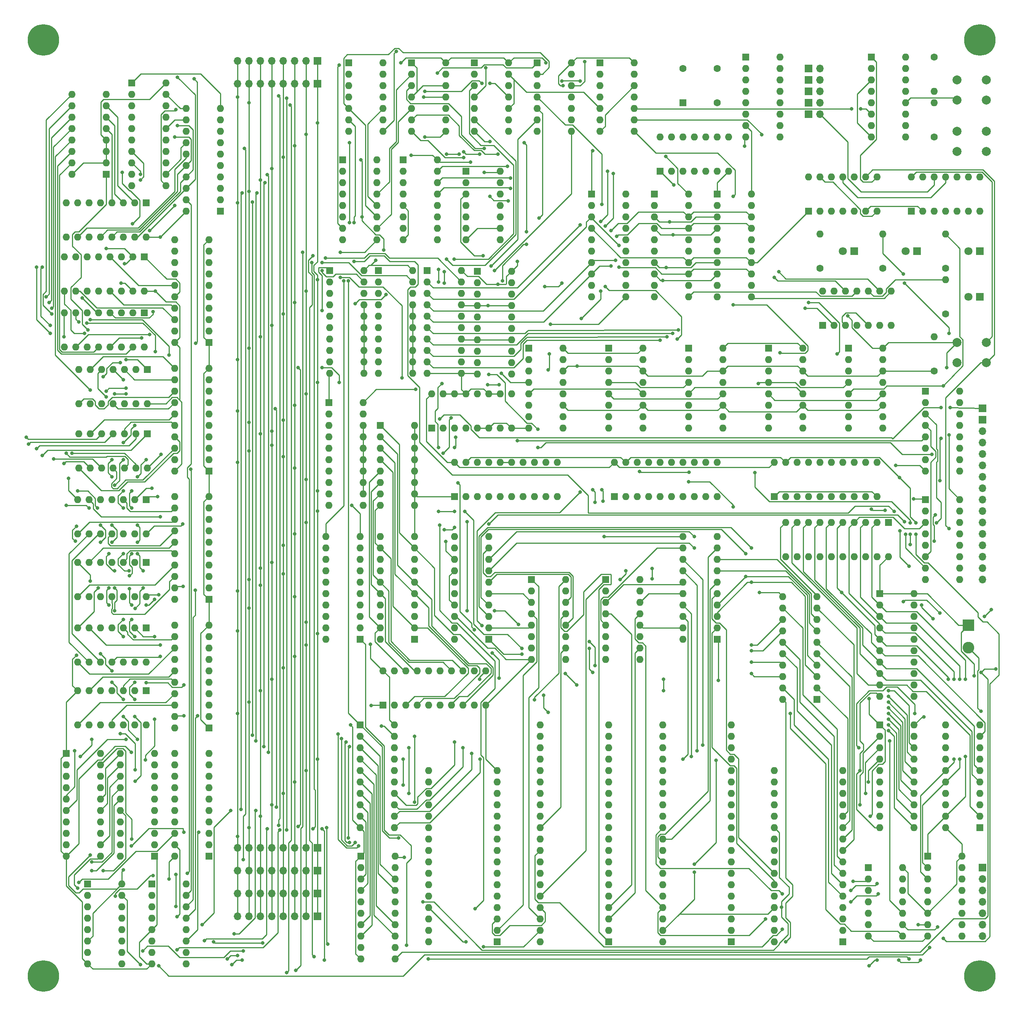
<source format=gbr>
%TF.GenerationSoftware,KiCad,Pcbnew,5.1.10*%
%TF.CreationDate,2021-08-05T21:37:01-06:00*%
%TF.ProjectId,8-bit,382d6269-742e-46b6-9963-61645f706362,rev?*%
%TF.SameCoordinates,Original*%
%TF.FileFunction,Copper,L2,Bot*%
%TF.FilePolarity,Positive*%
%FSLAX46Y46*%
G04 Gerber Fmt 4.6, Leading zero omitted, Abs format (unit mm)*
G04 Created by KiCad (PCBNEW 5.1.10) date 2021-08-05 21:37:01*
%MOMM*%
%LPD*%
G01*
G04 APERTURE LIST*
%TA.AperFunction,ComponentPad*%
%ADD10C,7.000000*%
%TD*%
%TA.AperFunction,ComponentPad*%
%ADD11O,1.700000X1.700000*%
%TD*%
%TA.AperFunction,ComponentPad*%
%ADD12R,1.700000X1.700000*%
%TD*%
%TA.AperFunction,ComponentPad*%
%ADD13O,1.600000X1.600000*%
%TD*%
%TA.AperFunction,ComponentPad*%
%ADD14R,1.600000X1.600000*%
%TD*%
%TA.AperFunction,ComponentPad*%
%ADD15C,1.600000*%
%TD*%
%TA.AperFunction,ComponentPad*%
%ADD16C,2.000000*%
%TD*%
%TA.AperFunction,ComponentPad*%
%ADD17C,2.600000*%
%TD*%
%TA.AperFunction,ComponentPad*%
%ADD18R,2.600000X2.600000*%
%TD*%
%TA.AperFunction,ComponentPad*%
%ADD19R,1.800000X1.800000*%
%TD*%
%TA.AperFunction,ComponentPad*%
%ADD20C,1.800000*%
%TD*%
%TA.AperFunction,ViaPad*%
%ADD21C,0.800000*%
%TD*%
%TA.AperFunction,Conductor*%
%ADD22C,0.250000*%
%TD*%
G04 APERTURE END LIST*
D10*
%TO.P,REF\u002A\u002A,1*%
%TO.N,N/C*%
X69850000Y-13970000D03*
%TD*%
%TO.P,REF\u002A\u002A,1*%
%TO.N,N/C*%
X69850000Y-222250000D03*
%TD*%
%TO.P,REF\u002A\u002A,1*%
%TO.N,N/C*%
X278130000Y-222250000D03*
%TD*%
%TO.P,REF\u002A\u002A,1*%
%TO.N,N/C*%
X278130000Y-13970000D03*
%TD*%
D11*
%TO.P,J10,8*%
%TO.N,/B7*%
X113030000Y-18595000D03*
%TO.P,J10,7*%
%TO.N,/B6*%
X115570000Y-18595000D03*
%TO.P,J10,6*%
%TO.N,/B5*%
X118110000Y-18595000D03*
%TO.P,J10,5*%
%TO.N,/B4*%
X120650000Y-18595000D03*
%TO.P,J10,4*%
%TO.N,/B3*%
X123190000Y-18595000D03*
%TO.P,J10,3*%
%TO.N,/B2*%
X125730000Y-18595000D03*
%TO.P,J10,2*%
%TO.N,/B1*%
X128270000Y-18595000D03*
D12*
%TO.P,J10,1*%
%TO.N,/B0*%
X130810000Y-18595000D03*
%TD*%
D11*
%TO.P,J9,8*%
%TO.N,/B7*%
X113030000Y-208915000D03*
%TO.P,J9,7*%
%TO.N,/B6*%
X115570000Y-208915000D03*
%TO.P,J9,6*%
%TO.N,/B5*%
X118110000Y-208915000D03*
%TO.P,J9,5*%
%TO.N,/B4*%
X120650000Y-208915000D03*
%TO.P,J9,4*%
%TO.N,/B3*%
X123190000Y-208915000D03*
%TO.P,J9,3*%
%TO.N,/B2*%
X125730000Y-208915000D03*
%TO.P,J9,2*%
%TO.N,/B1*%
X128270000Y-208915000D03*
D12*
%TO.P,J9,1*%
%TO.N,/B0*%
X130810000Y-208915000D03*
%TD*%
D11*
%TO.P,J8,8*%
%TO.N,/B7*%
X113030000Y-203835000D03*
%TO.P,J8,7*%
%TO.N,/B6*%
X115570000Y-203835000D03*
%TO.P,J8,6*%
%TO.N,/B5*%
X118110000Y-203835000D03*
%TO.P,J8,5*%
%TO.N,/B4*%
X120650000Y-203835000D03*
%TO.P,J8,4*%
%TO.N,/B3*%
X123190000Y-203835000D03*
%TO.P,J8,3*%
%TO.N,/B2*%
X125730000Y-203835000D03*
%TO.P,J8,2*%
%TO.N,/B1*%
X128270000Y-203835000D03*
D12*
%TO.P,J8,1*%
%TO.N,/B0*%
X130810000Y-203835000D03*
%TD*%
D11*
%TO.P,J7,8*%
%TO.N,/B7*%
X113030000Y-198755000D03*
%TO.P,J7,7*%
%TO.N,/B6*%
X115570000Y-198755000D03*
%TO.P,J7,6*%
%TO.N,/B5*%
X118110000Y-198755000D03*
%TO.P,J7,5*%
%TO.N,/B4*%
X120650000Y-198755000D03*
%TO.P,J7,4*%
%TO.N,/B3*%
X123190000Y-198755000D03*
%TO.P,J7,3*%
%TO.N,/B2*%
X125730000Y-198755000D03*
%TO.P,J7,2*%
%TO.N,/B1*%
X128270000Y-198755000D03*
D12*
%TO.P,J7,1*%
%TO.N,/B0*%
X130810000Y-198755000D03*
%TD*%
D11*
%TO.P,J6,8*%
%TO.N,/B7*%
X113030000Y-23675000D03*
%TO.P,J6,7*%
%TO.N,/B6*%
X115570000Y-23675000D03*
%TO.P,J6,6*%
%TO.N,/B5*%
X118110000Y-23675000D03*
%TO.P,J6,5*%
%TO.N,/B4*%
X120650000Y-23675000D03*
%TO.P,J6,4*%
%TO.N,/B3*%
X123190000Y-23675000D03*
%TO.P,J6,3*%
%TO.N,/B2*%
X125730000Y-23675000D03*
%TO.P,J6,2*%
%TO.N,/B1*%
X128270000Y-23675000D03*
D12*
%TO.P,J6,1*%
%TO.N,/B0*%
X130810000Y-23675000D03*
%TD*%
D13*
%TO.P,RN1,16*%
%TO.N,GND*%
X152400000Y-99695000D03*
%TO.P,RN1,8*%
%TO.N,Net-(RN1-Pad8)*%
X144780000Y-117475000D03*
%TO.P,RN1,15*%
%TO.N,GND*%
X152400000Y-102235000D03*
%TO.P,RN1,7*%
%TO.N,Net-(RN1-Pad7)*%
X144780000Y-114935000D03*
%TO.P,RN1,14*%
%TO.N,GND*%
X152400000Y-104775000D03*
%TO.P,RN1,6*%
%TO.N,Net-(RN1-Pad6)*%
X144780000Y-112395000D03*
%TO.P,RN1,13*%
%TO.N,GND*%
X152400000Y-107315000D03*
%TO.P,RN1,5*%
%TO.N,Net-(RN1-Pad5)*%
X144780000Y-109855000D03*
%TO.P,RN1,12*%
%TO.N,GND*%
X152400000Y-109855000D03*
%TO.P,RN1,4*%
%TO.N,Net-(RN1-Pad4)*%
X144780000Y-107315000D03*
%TO.P,RN1,11*%
%TO.N,GND*%
X152400000Y-112395000D03*
%TO.P,RN1,3*%
%TO.N,Net-(RN1-Pad3)*%
X144780000Y-104775000D03*
%TO.P,RN1,10*%
%TO.N,GND*%
X152400000Y-114935000D03*
%TO.P,RN1,2*%
%TO.N,Net-(RN1-Pad2)*%
X144780000Y-102235000D03*
%TO.P,RN1,9*%
%TO.N,GND*%
X152400000Y-117475000D03*
D14*
%TO.P,RN1,1*%
%TO.N,Net-(RN1-Pad1)*%
X144780000Y-99695000D03*
%TD*%
D13*
%TO.P,U68,32*%
%TO.N,VCC*%
X207645000Y-214630000D03*
%TO.P,U68,36*%
%TO.N,N/C*%
X222885000Y-166370000D03*
%TO.P,U68,31*%
%TO.N,/memory address/~M_WD*%
X207645000Y-212090000D03*
%TO.P,U68,35*%
%TO.N,N/C*%
X222885000Y-168910000D03*
%TO.P,U68,30*%
%TO.N,/memory/M17*%
X207645000Y-209550000D03*
%TO.P,U68,34*%
%TO.N,N/C*%
X222885000Y-171450000D03*
%TO.P,U68,29*%
%TO.N,/memory/M14*%
X207645000Y-207010000D03*
%TO.P,U68,33*%
%TO.N,N/C*%
X222885000Y-173990000D03*
%TO.P,U68,28*%
%TO.N,/memory/M13*%
X207645000Y-204470000D03*
%TO.P,U68,16*%
%TO.N,GND*%
X222885000Y-176530000D03*
%TO.P,U68,27*%
%TO.N,/memory address/A8*%
X207645000Y-201930000D03*
%TO.P,U68,15*%
%TO.N,/memory/QD2*%
X222885000Y-179070000D03*
%TO.P,U68,26*%
%TO.N,/memory address/A9*%
X207645000Y-199390000D03*
%TO.P,U68,14*%
%TO.N,/memory/QD1*%
X222885000Y-181610000D03*
%TO.P,U68,25*%
%TO.N,/memory address/A11*%
X207645000Y-196850000D03*
%TO.P,U68,13*%
%TO.N,/memory/QD0*%
X222885000Y-184150000D03*
%TO.P,U68,24*%
%TO.N,Net-(U4-Pad6)*%
X207645000Y-194310000D03*
%TO.P,U68,12*%
%TO.N,/memory address/A0*%
X222885000Y-186690000D03*
%TO.P,U68,23*%
%TO.N,/memory address/A10*%
X207645000Y-191770000D03*
%TO.P,U68,11*%
%TO.N,/memory address/A1*%
X222885000Y-189230000D03*
%TO.P,U68,22*%
%TO.N,/memory/M19*%
X207645000Y-189230000D03*
%TO.P,U68,10*%
%TO.N,/memory address/A2*%
X222885000Y-191770000D03*
%TO.P,U68,21*%
%TO.N,/memory/QD7*%
X207645000Y-186690000D03*
%TO.P,U68,9*%
%TO.N,/memory address/A3*%
X222885000Y-194310000D03*
%TO.P,U68,20*%
%TO.N,/memory/QD6*%
X207645000Y-184150000D03*
%TO.P,U68,8*%
%TO.N,/memory address/A4*%
X222885000Y-196850000D03*
%TO.P,U68,19*%
%TO.N,/memory/QD5*%
X207645000Y-181610000D03*
%TO.P,U68,7*%
%TO.N,/memory address/A5*%
X222885000Y-199390000D03*
%TO.P,U68,18*%
%TO.N,/memory/QD4*%
X207645000Y-179070000D03*
%TO.P,U68,6*%
%TO.N,/memory address/A6*%
X222885000Y-201930000D03*
%TO.P,U68,17*%
%TO.N,/memory/QD3*%
X207645000Y-176530000D03*
%TO.P,U68,5*%
%TO.N,/memory address/A7*%
X222885000Y-204470000D03*
%TO.P,U68,40*%
%TO.N,N/C*%
X207645000Y-173990000D03*
%TO.P,U68,4*%
%TO.N,/memory/M12*%
X222885000Y-207010000D03*
%TO.P,U68,39*%
%TO.N,N/C*%
X207645000Y-171450000D03*
%TO.P,U68,3*%
%TO.N,/memory/M15*%
X222885000Y-209550000D03*
%TO.P,U68,38*%
%TO.N,N/C*%
X207645000Y-168910000D03*
%TO.P,U68,2*%
%TO.N,/memory/M16*%
X222885000Y-212090000D03*
%TO.P,U68,37*%
%TO.N,N/C*%
X207645000Y-166370000D03*
D14*
%TO.P,U68,1*%
%TO.N,/memory/M18*%
X222885000Y-214630000D03*
%TD*%
D13*
%TO.P,U67,32*%
%TO.N,VCC*%
X180340000Y-214630000D03*
%TO.P,U67,36*%
%TO.N,N/C*%
X195580000Y-166370000D03*
%TO.P,U67,31*%
%TO.N,/memory address/~M_WI*%
X180340000Y-212090000D03*
%TO.P,U67,35*%
%TO.N,N/C*%
X195580000Y-168910000D03*
%TO.P,U67,30*%
%TO.N,/memory/M17*%
X180340000Y-209550000D03*
%TO.P,U67,34*%
%TO.N,N/C*%
X195580000Y-171450000D03*
%TO.P,U67,29*%
%TO.N,/memory/M14*%
X180340000Y-207010000D03*
%TO.P,U67,33*%
%TO.N,N/C*%
X195580000Y-173990000D03*
%TO.P,U67,28*%
%TO.N,/memory/M13*%
X180340000Y-204470000D03*
%TO.P,U67,16*%
%TO.N,GND*%
X195580000Y-176530000D03*
%TO.P,U67,27*%
%TO.N,/memory address/A8*%
X180340000Y-201930000D03*
%TO.P,U67,15*%
%TO.N,/memory/QI2*%
X195580000Y-179070000D03*
%TO.P,U67,26*%
%TO.N,/memory address/A9*%
X180340000Y-199390000D03*
%TO.P,U67,14*%
%TO.N,/memory/QI1*%
X195580000Y-181610000D03*
%TO.P,U67,25*%
%TO.N,/memory address/A11*%
X180340000Y-196850000D03*
%TO.P,U67,13*%
%TO.N,/memory/QI0*%
X195580000Y-184150000D03*
%TO.P,U67,24*%
%TO.N,Net-(U4-Pad2)*%
X180340000Y-194310000D03*
%TO.P,U67,12*%
%TO.N,/memory address/A0*%
X195580000Y-186690000D03*
%TO.P,U67,23*%
%TO.N,/memory address/A10*%
X180340000Y-191770000D03*
%TO.P,U67,11*%
%TO.N,/memory address/A1*%
X195580000Y-189230000D03*
%TO.P,U67,22*%
%TO.N,/memory/M19*%
X180340000Y-189230000D03*
%TO.P,U67,10*%
%TO.N,/memory address/A2*%
X195580000Y-191770000D03*
%TO.P,U67,21*%
%TO.N,/memory/QI7*%
X180340000Y-186690000D03*
%TO.P,U67,9*%
%TO.N,/memory address/A3*%
X195580000Y-194310000D03*
%TO.P,U67,20*%
%TO.N,/memory/QI6*%
X180340000Y-184150000D03*
%TO.P,U67,8*%
%TO.N,/memory address/A4*%
X195580000Y-196850000D03*
%TO.P,U67,19*%
%TO.N,/memory/QI5*%
X180340000Y-181610000D03*
%TO.P,U67,7*%
%TO.N,/memory address/A5*%
X195580000Y-199390000D03*
%TO.P,U67,18*%
%TO.N,/memory/QI4*%
X180340000Y-179070000D03*
%TO.P,U67,6*%
%TO.N,/memory address/A6*%
X195580000Y-201930000D03*
%TO.P,U67,17*%
%TO.N,/memory/QI3*%
X180340000Y-176530000D03*
%TO.P,U67,5*%
%TO.N,/memory address/A7*%
X195580000Y-204470000D03*
%TO.P,U67,40*%
%TO.N,N/C*%
X180340000Y-173990000D03*
%TO.P,U67,4*%
%TO.N,/memory/M12*%
X195580000Y-207010000D03*
%TO.P,U67,39*%
%TO.N,N/C*%
X180340000Y-171450000D03*
%TO.P,U67,3*%
%TO.N,/memory/M15*%
X195580000Y-209550000D03*
%TO.P,U67,38*%
%TO.N,N/C*%
X180340000Y-168910000D03*
%TO.P,U67,2*%
%TO.N,/memory/M16*%
X195580000Y-212090000D03*
%TO.P,U67,37*%
%TO.N,N/C*%
X180340000Y-166370000D03*
D14*
%TO.P,U67,1*%
%TO.N,/memory/M18*%
X195580000Y-214630000D03*
%TD*%
D13*
%TO.P,U20,20*%
%TO.N,VCC*%
X227330000Y-48260000D03*
%TO.P,U20,10*%
%TO.N,GND*%
X219710000Y-71120000D03*
%TO.P,U20,19*%
%TO.N,Net-(U20-Pad19)*%
X227330000Y-50800000D03*
%TO.P,U20,9*%
%TO.N,Net-(U18-Pad9)*%
X219710000Y-68580000D03*
%TO.P,U20,18*%
%TO.N,/B3*%
X227330000Y-53340000D03*
%TO.P,U20,8*%
%TO.N,/B7*%
X219710000Y-66040000D03*
%TO.P,U20,17*%
%TO.N,/B2*%
X227330000Y-55880000D03*
%TO.P,U20,7*%
%TO.N,/B6*%
X219710000Y-63500000D03*
%TO.P,U20,16*%
%TO.N,Net-(U20-Pad16)*%
X227330000Y-58420000D03*
%TO.P,U20,6*%
%TO.N,Net-(U18-Pad10)*%
X219710000Y-60960000D03*
%TO.P,U20,15*%
%TO.N,Net-(U20-Pad15)*%
X227330000Y-60960000D03*
%TO.P,U20,5*%
%TO.N,Net-(U18-Pad15)*%
X219710000Y-58420000D03*
%TO.P,U20,14*%
%TO.N,/B0*%
X227330000Y-63500000D03*
%TO.P,U20,4*%
%TO.N,/B4*%
X219710000Y-55880000D03*
%TO.P,U20,13*%
%TO.N,/B1*%
X227330000Y-66040000D03*
%TO.P,U20,3*%
%TO.N,/B5*%
X219710000Y-53340000D03*
%TO.P,U20,12*%
%TO.N,Net-(U20-Pad12)*%
X227330000Y-68580000D03*
%TO.P,U20,2*%
%TO.N,Net-(U18-Pad1)*%
X219710000Y-50800000D03*
%TO.P,U20,11*%
%TO.N,Net-(U11-Pad8)*%
X227330000Y-71120000D03*
D14*
%TO.P,U20,1*%
%TO.N,GND*%
X219710000Y-48260000D03*
%TD*%
D13*
%TO.P,U16,20*%
%TO.N,VCC*%
X213360000Y-48260000D03*
%TO.P,U16,10*%
%TO.N,GND*%
X205740000Y-71120000D03*
%TO.P,U16,19*%
%TO.N,Net-(U16-Pad19)*%
X213360000Y-50800000D03*
%TO.P,U16,9*%
%TO.N,Net-(U13-Pad9)*%
X205740000Y-68580000D03*
%TO.P,U16,18*%
%TO.N,/B3*%
X213360000Y-53340000D03*
%TO.P,U16,8*%
%TO.N,/B7*%
X205740000Y-66040000D03*
%TO.P,U16,17*%
%TO.N,/B2*%
X213360000Y-55880000D03*
%TO.P,U16,7*%
%TO.N,/B6*%
X205740000Y-63500000D03*
%TO.P,U16,16*%
%TO.N,Net-(U16-Pad16)*%
X213360000Y-58420000D03*
%TO.P,U16,6*%
%TO.N,Net-(U13-Pad10)*%
X205740000Y-60960000D03*
%TO.P,U16,15*%
%TO.N,Net-(U16-Pad15)*%
X213360000Y-60960000D03*
%TO.P,U16,5*%
%TO.N,Net-(U13-Pad15)*%
X205740000Y-58420000D03*
%TO.P,U16,14*%
%TO.N,/B0*%
X213360000Y-63500000D03*
%TO.P,U16,4*%
%TO.N,/B4*%
X205740000Y-55880000D03*
%TO.P,U16,13*%
%TO.N,/B1*%
X213360000Y-66040000D03*
%TO.P,U16,3*%
%TO.N,/B5*%
X205740000Y-53340000D03*
%TO.P,U16,12*%
%TO.N,Net-(U16-Pad12)*%
X213360000Y-68580000D03*
%TO.P,U16,2*%
%TO.N,Net-(U13-Pad1)*%
X205740000Y-50800000D03*
%TO.P,U16,11*%
%TO.N,Net-(U11-Pad11)*%
X213360000Y-71120000D03*
D14*
%TO.P,U16,1*%
%TO.N,GND*%
X205740000Y-48260000D03*
%TD*%
D13*
%TO.P,U13,16*%
%TO.N,VCC*%
X203200000Y-82550000D03*
%TO.P,U13,8*%
%TO.N,GND*%
X195580000Y-100330000D03*
%TO.P,U13,15*%
%TO.N,Net-(U13-Pad15)*%
X203200000Y-85090000D03*
%TO.P,U13,7*%
%TO.N,Net-(U13-Pad7)*%
X195580000Y-97790000D03*
%TO.P,U13,14*%
%TO.N,/clock/RST*%
X203200000Y-87630000D03*
%TO.P,U13,6*%
%TO.N,Net-(U13-Pad6)*%
X195580000Y-95250000D03*
%TO.P,U13,13*%
%TO.N,Net-(U13-Pad13)*%
X203200000Y-90170000D03*
%TO.P,U13,5*%
%TO.N,Net-(U13-Pad5)*%
X195580000Y-92710000D03*
%TO.P,U13,12*%
%TO.N,Net-(U10-Pad5)*%
X203200000Y-92710000D03*
%TO.P,U13,4*%
%TO.N,VCC*%
X195580000Y-90170000D03*
%TO.P,U13,11*%
%TO.N,/memory/~LOAD*%
X203200000Y-95250000D03*
%TO.P,U13,3*%
%TO.N,Net-(U13-Pad3)*%
X195580000Y-87630000D03*
%TO.P,U13,10*%
%TO.N,Net-(U13-Pad10)*%
X203200000Y-97790000D03*
%TO.P,U13,2*%
%TO.N,Net-(U13-Pad2)*%
X195580000Y-85090000D03*
%TO.P,U13,9*%
%TO.N,Net-(U13-Pad9)*%
X203200000Y-100330000D03*
D14*
%TO.P,U13,1*%
%TO.N,Net-(U13-Pad1)*%
X195580000Y-82550000D03*
%TD*%
%TO.P,U6,1*%
%TO.N,/clock/FE*%
X262890000Y-52070000D03*
D13*
%TO.P,U6,8*%
%TO.N,Net-(U6-Pad8)*%
X278130000Y-44450000D03*
%TO.P,U6,2*%
%TO.N,Net-(U6-Pad2)*%
X265430000Y-52070000D03*
%TO.P,U6,9*%
%TO.N,GND*%
X275590000Y-44450000D03*
%TO.P,U6,3*%
%TO.N,/alu/RCLK*%
X267970000Y-52070000D03*
%TO.P,U6,10*%
%TO.N,GND*%
X273050000Y-44450000D03*
%TO.P,U6,4*%
%TO.N,Net-(U6-Pad2)*%
X270510000Y-52070000D03*
%TO.P,U6,11*%
%TO.N,Net-(U6-Pad11)*%
X270510000Y-44450000D03*
%TO.P,U6,5*%
%TO.N,Net-(U6-Pad5)*%
X273050000Y-52070000D03*
%TO.P,U6,12*%
%TO.N,Net-(JP1-Pad2)*%
X267970000Y-44450000D03*
%TO.P,U6,6*%
%TO.N,/clock/PCLK*%
X275590000Y-52070000D03*
%TO.P,U6,13*%
%TO.N,Net-(U6-Pad13)*%
X265430000Y-44450000D03*
%TO.P,U6,7*%
%TO.N,GND*%
X278130000Y-52070000D03*
%TO.P,U6,14*%
%TO.N,VCC*%
X262890000Y-44450000D03*
%TD*%
D14*
%TO.P,X1,1*%
%TO.N,Net-(X1-Pad1)*%
X212090000Y-27940000D03*
D15*
%TO.P,X1,8*%
%TO.N,VCC*%
X212090000Y-20320000D03*
%TO.P,X1,5*%
%TO.N,Net-(JP1-Pad1)*%
X219710000Y-20320000D03*
%TO.P,X1,4*%
%TO.N,GND*%
X219710000Y-27940000D03*
%TD*%
D13*
%TO.P,U74,20*%
%TO.N,VCC*%
X270510000Y-189230000D03*
%TO.P,U74,10*%
%TO.N,GND*%
X278130000Y-166370000D03*
%TO.P,U74,19*%
%TO.N,/D0*%
X270510000Y-186690000D03*
%TO.P,U74,9*%
%TO.N,/D4*%
X278130000Y-168910000D03*
%TO.P,U74,18*%
%TO.N,/memory/QD0*%
X270510000Y-184150000D03*
%TO.P,U74,8*%
%TO.N,/memory/QD4*%
X278130000Y-171450000D03*
%TO.P,U74,17*%
%TO.N,/memory/QD1*%
X270510000Y-181610000D03*
%TO.P,U74,7*%
%TO.N,/memory/QD5*%
X278130000Y-173990000D03*
%TO.P,U74,16*%
%TO.N,/D1*%
X270510000Y-179070000D03*
%TO.P,U74,6*%
%TO.N,/D5*%
X278130000Y-176530000D03*
%TO.P,U74,15*%
%TO.N,/D2*%
X270510000Y-176530000D03*
%TO.P,U74,5*%
%TO.N,/D6*%
X278130000Y-179070000D03*
%TO.P,U74,14*%
%TO.N,/memory/QD2*%
X270510000Y-173990000D03*
%TO.P,U74,4*%
%TO.N,/memory/QD6*%
X278130000Y-181610000D03*
%TO.P,U74,13*%
%TO.N,/memory/QD3*%
X270510000Y-171450000D03*
%TO.P,U74,3*%
%TO.N,/memory/QD7*%
X278130000Y-184150000D03*
%TO.P,U74,12*%
%TO.N,/D3*%
X270510000Y-168910000D03*
%TO.P,U74,2*%
%TO.N,/D7*%
X278130000Y-186690000D03*
%TO.P,U74,11*%
%TO.N,/clock/PCLK*%
X270510000Y-166370000D03*
D14*
%TO.P,U74,1*%
%TO.N,GND*%
X278130000Y-189230000D03*
%TD*%
D13*
%TO.P,U73,20*%
%TO.N,VCC*%
X148082000Y-195580000D03*
%TO.P,U73,10*%
%TO.N,GND*%
X140462000Y-218440000D03*
%TO.P,U73,19*%
%TO.N,/decode low/I0*%
X148082000Y-198120000D03*
%TO.P,U73,9*%
%TO.N,/decode high/I4*%
X140462000Y-215900000D03*
%TO.P,U73,18*%
%TO.N,/memory/QI0*%
X148082000Y-200660000D03*
%TO.P,U73,8*%
%TO.N,/memory/QI4*%
X140462000Y-213360000D03*
%TO.P,U73,17*%
%TO.N,/memory/QI1*%
X148082000Y-203200000D03*
%TO.P,U73,7*%
%TO.N,/memory/QI5*%
X140462000Y-210820000D03*
%TO.P,U73,16*%
%TO.N,/decode low/I1*%
X148082000Y-205740000D03*
%TO.P,U73,6*%
%TO.N,/decode high/I5*%
X140462000Y-208280000D03*
%TO.P,U73,15*%
%TO.N,/decode low/I2*%
X148082000Y-208280000D03*
%TO.P,U73,5*%
%TO.N,/decode high/I6*%
X140462000Y-205740000D03*
%TO.P,U73,14*%
%TO.N,/memory/QI2*%
X148082000Y-210820000D03*
%TO.P,U73,4*%
%TO.N,/memory/QI6*%
X140462000Y-203200000D03*
%TO.P,U73,13*%
%TO.N,/memory/QI3*%
X148082000Y-213360000D03*
%TO.P,U73,3*%
%TO.N,/memory/QI7*%
X140462000Y-200660000D03*
%TO.P,U73,12*%
%TO.N,/decode low/I3*%
X148082000Y-215900000D03*
%TO.P,U73,2*%
%TO.N,/decode high/I7*%
X140462000Y-198120000D03*
%TO.P,U73,11*%
%TO.N,/clock/PCLK*%
X148082000Y-218440000D03*
D14*
%TO.P,U73,1*%
%TO.N,GND*%
X140462000Y-195580000D03*
%TD*%
D13*
%TO.P,U72,20*%
%TO.N,VCC*%
X263525000Y-166370000D03*
%TO.P,U72,10*%
%TO.N,GND*%
X255905000Y-189230000D03*
%TO.P,U72,19*%
%TO.N,/memory address/~M_BD*%
X263525000Y-168910000D03*
%TO.P,U72,9*%
%TO.N,/memory/QD7*%
X255905000Y-186690000D03*
%TO.P,U72,18*%
%TO.N,/B0*%
X263525000Y-171450000D03*
%TO.P,U72,8*%
%TO.N,/memory/QD6*%
X255905000Y-184150000D03*
%TO.P,U72,17*%
%TO.N,/B1*%
X263525000Y-173990000D03*
%TO.P,U72,7*%
%TO.N,/memory/QD5*%
X255905000Y-181610000D03*
%TO.P,U72,16*%
%TO.N,/B2*%
X263525000Y-176530000D03*
%TO.P,U72,6*%
%TO.N,/memory/QD4*%
X255905000Y-179070000D03*
%TO.P,U72,15*%
%TO.N,/B3*%
X263525000Y-179070000D03*
%TO.P,U72,5*%
%TO.N,/memory/QD3*%
X255905000Y-176530000D03*
%TO.P,U72,14*%
%TO.N,/B4*%
X263525000Y-181610000D03*
%TO.P,U72,4*%
%TO.N,/memory/QD2*%
X255905000Y-173990000D03*
%TO.P,U72,13*%
%TO.N,/B5*%
X263525000Y-184150000D03*
%TO.P,U72,3*%
%TO.N,/memory/QD1*%
X255905000Y-171450000D03*
%TO.P,U72,12*%
%TO.N,/B6*%
X263525000Y-186690000D03*
%TO.P,U72,2*%
%TO.N,/memory/QD0*%
X255905000Y-168910000D03*
%TO.P,U72,11*%
%TO.N,/B7*%
X263525000Y-189230000D03*
D14*
%TO.P,U72,1*%
%TO.N,/memory address/DIR_D*%
X255905000Y-166370000D03*
%TD*%
D13*
%TO.P,U71,20*%
%TO.N,VCC*%
X147955000Y-166370000D03*
%TO.P,U71,10*%
%TO.N,GND*%
X140335000Y-189230000D03*
%TO.P,U71,19*%
%TO.N,/memory address/~M_BI*%
X147955000Y-168910000D03*
%TO.P,U71,9*%
%TO.N,/memory/QI7*%
X140335000Y-186690000D03*
%TO.P,U71,18*%
%TO.N,/B0*%
X147955000Y-171450000D03*
%TO.P,U71,8*%
%TO.N,/memory/QI6*%
X140335000Y-184150000D03*
%TO.P,U71,17*%
%TO.N,/B1*%
X147955000Y-173990000D03*
%TO.P,U71,7*%
%TO.N,/memory/QI5*%
X140335000Y-181610000D03*
%TO.P,U71,16*%
%TO.N,/B2*%
X147955000Y-176530000D03*
%TO.P,U71,6*%
%TO.N,/memory/QI4*%
X140335000Y-179070000D03*
%TO.P,U71,15*%
%TO.N,/B3*%
X147955000Y-179070000D03*
%TO.P,U71,5*%
%TO.N,/memory/QI3*%
X140335000Y-176530000D03*
%TO.P,U71,14*%
%TO.N,/B4*%
X147955000Y-181610000D03*
%TO.P,U71,4*%
%TO.N,/memory/QI2*%
X140335000Y-173990000D03*
%TO.P,U71,13*%
%TO.N,/B5*%
X147955000Y-184150000D03*
%TO.P,U71,3*%
%TO.N,/memory/QI1*%
X140335000Y-171450000D03*
%TO.P,U71,12*%
%TO.N,/B6*%
X147955000Y-186690000D03*
%TO.P,U71,2*%
%TO.N,/memory/QI0*%
X140335000Y-168910000D03*
%TO.P,U71,11*%
%TO.N,/B7*%
X147955000Y-189230000D03*
D14*
%TO.P,U71,1*%
%TO.N,/memory address/DIR_I*%
X140335000Y-166370000D03*
%TD*%
D13*
%TO.P,U70,32*%
%TO.N,VCC*%
X232410000Y-214630000D03*
%TO.P,U70,16*%
%TO.N,GND*%
X247650000Y-176530000D03*
%TO.P,U70,31*%
%TO.N,/memory/M15*%
X232410000Y-212090000D03*
%TO.P,U70,15*%
%TO.N,/memory/QD2*%
X247650000Y-179070000D03*
%TO.P,U70,30*%
%TO.N,/memory/M17*%
X232410000Y-209550000D03*
%TO.P,U70,14*%
%TO.N,/memory/QD1*%
X247650000Y-181610000D03*
%TO.P,U70,29*%
%TO.N,/memory address/~M_WD*%
X232410000Y-207010000D03*
%TO.P,U70,13*%
%TO.N,/memory/QD0*%
X247650000Y-184150000D03*
%TO.P,U70,28*%
%TO.N,/memory/M13*%
X232410000Y-204470000D03*
%TO.P,U70,12*%
%TO.N,/memory address/A0*%
X247650000Y-186690000D03*
%TO.P,U70,27*%
%TO.N,/memory address/A8*%
X232410000Y-201930000D03*
%TO.P,U70,11*%
%TO.N,/memory address/A1*%
X247650000Y-189230000D03*
%TO.P,U70,26*%
%TO.N,/memory address/A9*%
X232410000Y-199390000D03*
%TO.P,U70,10*%
%TO.N,/memory address/A2*%
X247650000Y-191770000D03*
%TO.P,U70,25*%
%TO.N,/memory address/A11*%
X232410000Y-196850000D03*
%TO.P,U70,9*%
%TO.N,/memory address/A3*%
X247650000Y-194310000D03*
%TO.P,U70,24*%
%TO.N,Net-(U4-Pad6)*%
X232410000Y-194310000D03*
%TO.P,U70,8*%
%TO.N,/memory address/A4*%
X247650000Y-196850000D03*
%TO.P,U70,23*%
%TO.N,/memory address/A10*%
X232410000Y-191770000D03*
%TO.P,U70,7*%
%TO.N,/memory address/A5*%
X247650000Y-199390000D03*
%TO.P,U70,22*%
%TO.N,Net-(U4-Pad12)*%
X232410000Y-189230000D03*
%TO.P,U70,6*%
%TO.N,/memory address/A6*%
X247650000Y-201930000D03*
%TO.P,U70,21*%
%TO.N,/memory/QD7*%
X232410000Y-186690000D03*
%TO.P,U70,5*%
%TO.N,/memory address/A7*%
X247650000Y-204470000D03*
%TO.P,U70,20*%
%TO.N,/memory/QD6*%
X232410000Y-184150000D03*
%TO.P,U70,4*%
%TO.N,/memory/M12*%
X247650000Y-207010000D03*
%TO.P,U70,19*%
%TO.N,/memory/QD5*%
X232410000Y-181610000D03*
%TO.P,U70,3*%
%TO.N,/memory/M14*%
X247650000Y-209550000D03*
%TO.P,U70,18*%
%TO.N,/memory/QD4*%
X232410000Y-179070000D03*
%TO.P,U70,2*%
%TO.N,/memory/M16*%
X247650000Y-212090000D03*
%TO.P,U70,17*%
%TO.N,/memory/QD3*%
X232410000Y-176530000D03*
D14*
%TO.P,U70,1*%
%TO.N,/memory/M18*%
X247650000Y-214630000D03*
%TD*%
D13*
%TO.P,U69,32*%
%TO.N,VCC*%
X155575000Y-214630000D03*
%TO.P,U69,16*%
%TO.N,GND*%
X170815000Y-176530000D03*
%TO.P,U69,31*%
%TO.N,/memory/M15*%
X155575000Y-212090000D03*
%TO.P,U69,15*%
%TO.N,/memory/QI2*%
X170815000Y-179070000D03*
%TO.P,U69,30*%
%TO.N,/memory/M17*%
X155575000Y-209550000D03*
%TO.P,U69,14*%
%TO.N,/memory/QI1*%
X170815000Y-181610000D03*
%TO.P,U69,29*%
%TO.N,/memory address/~M_WI*%
X155575000Y-207010000D03*
%TO.P,U69,13*%
%TO.N,/memory/QI0*%
X170815000Y-184150000D03*
%TO.P,U69,28*%
%TO.N,/memory/M13*%
X155575000Y-204470000D03*
%TO.P,U69,12*%
%TO.N,/memory address/A0*%
X170815000Y-186690000D03*
%TO.P,U69,27*%
%TO.N,/memory address/A8*%
X155575000Y-201930000D03*
%TO.P,U69,11*%
%TO.N,/memory address/A1*%
X170815000Y-189230000D03*
%TO.P,U69,26*%
%TO.N,/memory address/A9*%
X155575000Y-199390000D03*
%TO.P,U69,10*%
%TO.N,/memory address/A2*%
X170815000Y-191770000D03*
%TO.P,U69,25*%
%TO.N,/memory address/A11*%
X155575000Y-196850000D03*
%TO.P,U69,9*%
%TO.N,/memory address/A3*%
X170815000Y-194310000D03*
%TO.P,U69,24*%
%TO.N,Net-(U4-Pad2)*%
X155575000Y-194310000D03*
%TO.P,U69,8*%
%TO.N,/memory address/A4*%
X170815000Y-196850000D03*
%TO.P,U69,23*%
%TO.N,/memory address/A10*%
X155575000Y-191770000D03*
%TO.P,U69,7*%
%TO.N,/memory address/A5*%
X170815000Y-199390000D03*
%TO.P,U69,22*%
%TO.N,Net-(U4-Pad12)*%
X155575000Y-189230000D03*
%TO.P,U69,6*%
%TO.N,/memory address/A6*%
X170815000Y-201930000D03*
%TO.P,U69,21*%
%TO.N,/memory/QI7*%
X155575000Y-186690000D03*
%TO.P,U69,5*%
%TO.N,/memory address/A7*%
X170815000Y-204470000D03*
%TO.P,U69,20*%
%TO.N,/memory/QI6*%
X155575000Y-184150000D03*
%TO.P,U69,4*%
%TO.N,/memory/M12*%
X170815000Y-207010000D03*
%TO.P,U69,19*%
%TO.N,/memory/QI5*%
X155575000Y-181610000D03*
%TO.P,U69,3*%
%TO.N,/memory/M14*%
X170815000Y-209550000D03*
%TO.P,U69,18*%
%TO.N,/memory/QI4*%
X155575000Y-179070000D03*
%TO.P,U69,2*%
%TO.N,/memory/M16*%
X170815000Y-212090000D03*
%TO.P,U69,17*%
%TO.N,/memory/QI3*%
X155575000Y-176530000D03*
D14*
%TO.P,U69,1*%
%TO.N,/memory/M18*%
X170815000Y-214630000D03*
%TD*%
D13*
%TO.P,U66,16*%
%TO.N,VCC*%
X202565000Y-133985000D03*
%TO.P,U66,8*%
%TO.N,GND*%
X194945000Y-151765000D03*
%TO.P,U66,15*%
%TO.N,Net-(U64-Pad6)*%
X202565000Y-136525000D03*
%TO.P,U66,7*%
%TO.N,GND*%
X194945000Y-149225000D03*
%TO.P,U66,14*%
%TO.N,/memory address/A14*%
X202565000Y-139065000D03*
%TO.P,U66,6*%
%TO.N,Net-(U64-Pad2)*%
X194945000Y-146685000D03*
%TO.P,U66,13*%
%TO.N,/memory/M14*%
X202565000Y-141605000D03*
%TO.P,U66,5*%
%TO.N,/memory address/A12*%
X194945000Y-144145000D03*
%TO.P,U66,12*%
%TO.N,/memory address/A15*%
X202565000Y-144145000D03*
%TO.P,U66,4*%
%TO.N,/memory/M12*%
X194945000Y-141605000D03*
%TO.P,U66,11*%
%TO.N,Net-(U64-Pad9)*%
X202565000Y-146685000D03*
%TO.P,U66,3*%
%TO.N,/memory address/A13*%
X194945000Y-139065000D03*
%TO.P,U66,10*%
%TO.N,/memory/M15*%
X202565000Y-149225000D03*
%TO.P,U66,2*%
%TO.N,Net-(U64-Pad5)*%
X194945000Y-136525000D03*
%TO.P,U66,9*%
%TO.N,Net-(U65-Pad7)*%
X202565000Y-151765000D03*
D14*
%TO.P,U66,1*%
%TO.N,/memory/M13*%
X194945000Y-133985000D03*
%TD*%
D13*
%TO.P,U65,16*%
%TO.N,VCC*%
X186055000Y-133985000D03*
%TO.P,U65,8*%
%TO.N,GND*%
X178435000Y-151765000D03*
%TO.P,U65,15*%
%TO.N,Net-(U64-Pad16)*%
X186055000Y-136525000D03*
%TO.P,U65,7*%
%TO.N,Net-(U65-Pad7)*%
X178435000Y-149225000D03*
%TO.P,U65,14*%
%TO.N,/memory address/A18*%
X186055000Y-139065000D03*
%TO.P,U65,6*%
%TO.N,Net-(U64-Pad12)*%
X178435000Y-146685000D03*
%TO.P,U65,13*%
%TO.N,/memory/M18*%
X186055000Y-141605000D03*
%TO.P,U65,5*%
%TO.N,/memory address/A16*%
X178435000Y-144145000D03*
%TO.P,U65,12*%
%TO.N,/memory address/A19*%
X186055000Y-144145000D03*
%TO.P,U65,4*%
%TO.N,/memory/M16*%
X178435000Y-141605000D03*
%TO.P,U65,11*%
%TO.N,Net-(U64-Pad19)*%
X186055000Y-146685000D03*
%TO.P,U65,3*%
%TO.N,/memory address/A17*%
X178435000Y-139065000D03*
%TO.P,U65,10*%
%TO.N,/memory/M19*%
X186055000Y-149225000D03*
%TO.P,U65,2*%
%TO.N,Net-(U64-Pad15)*%
X178435000Y-136525000D03*
%TO.P,U65,9*%
%TO.N,Net-(U65-Pad9)*%
X186055000Y-151765000D03*
D14*
%TO.P,U65,1*%
%TO.N,/memory/M17*%
X178435000Y-133985000D03*
%TD*%
%TO.P,U64,1*%
%TO.N,GND*%
X145415000Y-161925000D03*
D13*
%TO.P,U64,11*%
%TO.N,Net-(U45-Pad6)*%
X168275000Y-154305000D03*
%TO.P,U64,2*%
%TO.N,Net-(U64-Pad2)*%
X147955000Y-161925000D03*
%TO.P,U64,12*%
%TO.N,Net-(U64-Pad12)*%
X165735000Y-154305000D03*
%TO.P,U64,3*%
%TO.N,Net-(RN1-Pad4)*%
X150495000Y-161925000D03*
%TO.P,U64,13*%
%TO.N,Net-(RN1-Pad8)*%
X163195000Y-154305000D03*
%TO.P,U64,4*%
%TO.N,Net-(RN1-Pad3)*%
X153035000Y-161925000D03*
%TO.P,U64,14*%
%TO.N,Net-(RN1-Pad7)*%
X160655000Y-154305000D03*
%TO.P,U64,5*%
%TO.N,Net-(U64-Pad5)*%
X155575000Y-161925000D03*
%TO.P,U64,15*%
%TO.N,Net-(U64-Pad15)*%
X158115000Y-154305000D03*
%TO.P,U64,6*%
%TO.N,Net-(U64-Pad6)*%
X158115000Y-161925000D03*
%TO.P,U64,16*%
%TO.N,Net-(U64-Pad16)*%
X155575000Y-154305000D03*
%TO.P,U64,7*%
%TO.N,Net-(RN1-Pad2)*%
X160655000Y-161925000D03*
%TO.P,U64,17*%
%TO.N,Net-(RN1-Pad6)*%
X153035000Y-154305000D03*
%TO.P,U64,8*%
%TO.N,Net-(RN1-Pad1)*%
X163195000Y-161925000D03*
%TO.P,U64,18*%
%TO.N,Net-(RN1-Pad5)*%
X150495000Y-154305000D03*
%TO.P,U64,9*%
%TO.N,Net-(U64-Pad9)*%
X165735000Y-161925000D03*
%TO.P,U64,19*%
%TO.N,Net-(U64-Pad19)*%
X147955000Y-154305000D03*
%TO.P,U64,10*%
%TO.N,GND*%
X168275000Y-161925000D03*
%TO.P,U64,20*%
%TO.N,VCC*%
X145415000Y-154305000D03*
%TD*%
%TO.P,U63,20*%
%TO.N,VCC*%
X144780000Y-147320000D03*
%TO.P,U63,10*%
%TO.N,GND*%
X152400000Y-124460000D03*
%TO.P,U63,19*%
%TO.N,Net-(RN1-Pad5)*%
X144780000Y-144780000D03*
%TO.P,U63,9*%
%TO.N,Net-(RN1-Pad1)*%
X152400000Y-127000000D03*
%TO.P,U63,18*%
%TO.N,/B7*%
X144780000Y-142240000D03*
%TO.P,U63,8*%
%TO.N,/B3*%
X152400000Y-129540000D03*
%TO.P,U63,17*%
%TO.N,/B6*%
X144780000Y-139700000D03*
%TO.P,U63,7*%
%TO.N,/B2*%
X152400000Y-132080000D03*
%TO.P,U63,16*%
%TO.N,Net-(RN1-Pad6)*%
X144780000Y-137160000D03*
%TO.P,U63,6*%
%TO.N,Net-(RN1-Pad2)*%
X152400000Y-134620000D03*
%TO.P,U63,15*%
%TO.N,Net-(RN1-Pad7)*%
X144780000Y-134620000D03*
%TO.P,U63,5*%
%TO.N,Net-(RN1-Pad3)*%
X152400000Y-137160000D03*
%TO.P,U63,14*%
%TO.N,/B5*%
X144780000Y-132080000D03*
%TO.P,U63,4*%
%TO.N,/B1*%
X152400000Y-139700000D03*
%TO.P,U63,13*%
%TO.N,/B4*%
X144780000Y-129540000D03*
%TO.P,U63,3*%
%TO.N,/B0*%
X152400000Y-142240000D03*
%TO.P,U63,12*%
%TO.N,Net-(RN1-Pad8)*%
X144780000Y-127000000D03*
%TO.P,U63,2*%
%TO.N,Net-(RN1-Pad4)*%
X152400000Y-144780000D03*
%TO.P,U63,11*%
%TO.N,/decode low/IO_IN_CLK15*%
X144780000Y-124460000D03*
D14*
%TO.P,U63,1*%
%TO.N,/clock/RST*%
X152400000Y-147320000D03*
%TD*%
D13*
%TO.P,U62,20*%
%TO.N,VCC*%
X257810000Y-128905000D03*
%TO.P,U62,10*%
%TO.N,GND*%
X234950000Y-121285000D03*
%TO.P,U62,19*%
%TO.N,Net-(U60-Pad8)*%
X255270000Y-128905000D03*
%TO.P,U62,9*%
%TO.N,/D7*%
X237490000Y-121285000D03*
%TO.P,U62,18*%
%TO.N,/memory address/A0*%
X252730000Y-128905000D03*
%TO.P,U62,8*%
%TO.N,/D6*%
X240030000Y-121285000D03*
%TO.P,U62,17*%
%TO.N,/memory address/A1*%
X250190000Y-128905000D03*
%TO.P,U62,7*%
%TO.N,/D5*%
X242570000Y-121285000D03*
%TO.P,U62,16*%
%TO.N,/memory address/A2*%
X247650000Y-128905000D03*
%TO.P,U62,6*%
%TO.N,/D4*%
X245110000Y-121285000D03*
%TO.P,U62,15*%
%TO.N,/memory address/A3*%
X245110000Y-128905000D03*
%TO.P,U62,5*%
%TO.N,/D3*%
X247650000Y-121285000D03*
%TO.P,U62,14*%
%TO.N,/memory address/A4*%
X242570000Y-128905000D03*
%TO.P,U62,4*%
%TO.N,/D2*%
X250190000Y-121285000D03*
%TO.P,U62,13*%
%TO.N,/memory address/A5*%
X240030000Y-128905000D03*
%TO.P,U62,3*%
%TO.N,/D1*%
X252730000Y-121285000D03*
%TO.P,U62,12*%
%TO.N,/memory address/A6*%
X237490000Y-128905000D03*
%TO.P,U62,2*%
%TO.N,/D0*%
X255270000Y-121285000D03*
%TO.P,U62,11*%
%TO.N,/memory address/A7*%
X234950000Y-128905000D03*
D14*
%TO.P,U62,1*%
%TO.N,VCC*%
X257810000Y-121285000D03*
%TD*%
D13*
%TO.P,U61,20*%
%TO.N,VCC*%
X234315000Y-160655000D03*
%TO.P,U61,10*%
%TO.N,GND*%
X241935000Y-137795000D03*
%TO.P,U61,19*%
%TO.N,/memory address/A7*%
X234315000Y-158115000D03*
%TO.P,U61,9*%
%TO.N,/memory address/A3*%
X241935000Y-140335000D03*
%TO.P,U61,18*%
%TO.N,/B7*%
X234315000Y-155575000D03*
%TO.P,U61,8*%
%TO.N,/B3*%
X241935000Y-142875000D03*
%TO.P,U61,17*%
%TO.N,/B6*%
X234315000Y-153035000D03*
%TO.P,U61,7*%
%TO.N,/B2*%
X241935000Y-145415000D03*
%TO.P,U61,16*%
%TO.N,/memory address/A6*%
X234315000Y-150495000D03*
%TO.P,U61,6*%
%TO.N,/memory address/A2*%
X241935000Y-147955000D03*
%TO.P,U61,15*%
%TO.N,/memory address/A5*%
X234315000Y-147955000D03*
%TO.P,U61,5*%
%TO.N,/memory address/A1*%
X241935000Y-150495000D03*
%TO.P,U61,14*%
%TO.N,/B5*%
X234315000Y-145415000D03*
%TO.P,U61,4*%
%TO.N,/B1*%
X241935000Y-153035000D03*
%TO.P,U61,13*%
%TO.N,/B4*%
X234315000Y-142875000D03*
%TO.P,U61,3*%
%TO.N,/B0*%
X241935000Y-155575000D03*
%TO.P,U61,12*%
%TO.N,/memory address/A4*%
X234315000Y-140335000D03*
%TO.P,U61,2*%
%TO.N,/memory address/A0*%
X241935000Y-158115000D03*
%TO.P,U61,11*%
%TO.N,Net-(U25-Pad6)*%
X234315000Y-137795000D03*
D14*
%TO.P,U61,1*%
%TO.N,Net-(U57-Pad8)*%
X241935000Y-160655000D03*
%TD*%
D13*
%TO.P,U60,14*%
%TO.N,VCC*%
X201295000Y-19050000D03*
%TO.P,U60,7*%
%TO.N,GND*%
X193675000Y-34290000D03*
%TO.P,U60,13*%
X201295000Y-21590000D03*
%TO.P,U60,6*%
%TO.N,Net-(U1-Pad1)*%
X193675000Y-31750000D03*
%TO.P,U60,12*%
%TO.N,GND*%
X201295000Y-24130000D03*
%TO.P,U60,5*%
%TO.N,/alu/RCLK*%
X193675000Y-29210000D03*
%TO.P,U60,11*%
%TO.N,Net-(U60-Pad11)*%
X201295000Y-26670000D03*
%TO.P,U60,4*%
%TO.N,Net-(U60-Pad3)*%
X193675000Y-26670000D03*
%TO.P,U60,10*%
%TO.N,/clock/FE*%
X201295000Y-29210000D03*
%TO.P,U60,3*%
%TO.N,Net-(U60-Pad3)*%
X193675000Y-24130000D03*
%TO.P,U60,9*%
%TO.N,Net-(U57-Pad8)*%
X201295000Y-31750000D03*
%TO.P,U60,2*%
%TO.N,Net-(U59-Pad8)*%
X193675000Y-21590000D03*
%TO.P,U60,8*%
%TO.N,Net-(U60-Pad8)*%
X201295000Y-34290000D03*
D14*
%TO.P,U60,1*%
%TO.N,Net-(U59-Pad8)*%
X193675000Y-19050000D03*
%TD*%
D13*
%TO.P,U59,14*%
%TO.N,VCC*%
X207010000Y-35560000D03*
%TO.P,U59,7*%
%TO.N,GND*%
X222250000Y-43180000D03*
%TO.P,U59,13*%
%TO.N,Net-(U59-Pad13)*%
X209550000Y-35560000D03*
%TO.P,U59,6*%
X219710000Y-43180000D03*
%TO.P,U59,12*%
%TO.N,Net-(U59-Pad11)*%
X212090000Y-35560000D03*
%TO.P,U59,5*%
%TO.N,Net-(U59-Pad4)*%
X217170000Y-43180000D03*
%TO.P,U59,11*%
%TO.N,Net-(U59-Pad11)*%
X214630000Y-35560000D03*
%TO.P,U59,4*%
%TO.N,Net-(U59-Pad4)*%
X214630000Y-43180000D03*
%TO.P,U59,10*%
%TO.N,Net-(U59-Pad10)*%
X217170000Y-35560000D03*
%TO.P,U59,3*%
%TO.N,Net-(U59-Pad2)*%
X212090000Y-43180000D03*
%TO.P,U59,9*%
%TO.N,Net-(U59-Pad10)*%
X219710000Y-35560000D03*
%TO.P,U59,2*%
%TO.N,Net-(U59-Pad2)*%
X209550000Y-43180000D03*
%TO.P,U59,8*%
%TO.N,Net-(U59-Pad8)*%
X222250000Y-35560000D03*
D14*
%TO.P,U59,1*%
%TO.N,/alu/RCLK*%
X207010000Y-43180000D03*
%TD*%
D13*
%TO.P,U58,20*%
%TO.N,VCC*%
X212090000Y-147320000D03*
%TO.P,U58,10*%
%TO.N,GND*%
X219710000Y-124460000D03*
%TO.P,U58,19*%
%TO.N,/memory address/A15*%
X212090000Y-144780000D03*
%TO.P,U58,9*%
%TO.N,/memory address/A11*%
X219710000Y-127000000D03*
%TO.P,U58,18*%
%TO.N,/B7*%
X212090000Y-142240000D03*
%TO.P,U58,8*%
%TO.N,/B3*%
X219710000Y-129540000D03*
%TO.P,U58,17*%
%TO.N,/B6*%
X212090000Y-139700000D03*
%TO.P,U58,7*%
%TO.N,/B2*%
X219710000Y-132080000D03*
%TO.P,U58,16*%
%TO.N,/memory address/A14*%
X212090000Y-137160000D03*
%TO.P,U58,6*%
%TO.N,/memory address/A10*%
X219710000Y-134620000D03*
%TO.P,U58,15*%
%TO.N,/memory address/A13*%
X212090000Y-134620000D03*
%TO.P,U58,5*%
%TO.N,/memory address/A9*%
X219710000Y-137160000D03*
%TO.P,U58,14*%
%TO.N,/B5*%
X212090000Y-132080000D03*
%TO.P,U58,4*%
%TO.N,/B1*%
X219710000Y-139700000D03*
%TO.P,U58,13*%
%TO.N,/B4*%
X212090000Y-129540000D03*
%TO.P,U58,3*%
%TO.N,/B0*%
X219710000Y-142240000D03*
%TO.P,U58,12*%
%TO.N,/memory address/A12*%
X212090000Y-127000000D03*
%TO.P,U58,2*%
%TO.N,/memory address/A8*%
X219710000Y-144780000D03*
%TO.P,U58,11*%
%TO.N,Net-(U25-Pad3)*%
X212090000Y-124460000D03*
D14*
%TO.P,U58,1*%
%TO.N,Net-(U4-Pad8)*%
X219710000Y-147320000D03*
%TD*%
D13*
%TO.P,U57,14*%
%TO.N,VCC*%
X145415000Y-19050000D03*
%TO.P,U57,7*%
%TO.N,GND*%
X137795000Y-34290000D03*
%TO.P,U57,13*%
%TO.N,/memory address/DIR_I*%
X145415000Y-21590000D03*
%TO.P,U57,6*%
%TO.N,/memory address/~M_BD*%
X137795000Y-31750000D03*
%TO.P,U57,12*%
%TO.N,/decode high/~RH\u002CRL(I)_OUT*%
X145415000Y-24130000D03*
%TO.P,U57,5*%
%TO.N,/decode low/~RH\u002CD_IN*%
X137795000Y-29210000D03*
%TO.P,U57,11*%
%TO.N,N/C*%
X145415000Y-26670000D03*
%TO.P,U57,4*%
%TO.N,/decode low/~RH\u002CRL_IN*%
X137795000Y-26670000D03*
%TO.P,U57,10*%
X145415000Y-29210000D03*
%TO.P,U57,3*%
%TO.N,N/C*%
X137795000Y-24130000D03*
%TO.P,U57,9*%
%TO.N,/decode high/~RH\u002CRL_OUT*%
X145415000Y-31750000D03*
%TO.P,U57,2*%
%TO.N,/decode high/~RH\u002CD_OUT*%
X137795000Y-21590000D03*
%TO.P,U57,8*%
%TO.N,Net-(U57-Pad8)*%
X145415000Y-34290000D03*
D14*
%TO.P,U57,1*%
%TO.N,/decode high/~RH\u002CRL_OUT*%
X137795000Y-19050000D03*
%TD*%
D13*
%TO.P,U56,20*%
%TO.N,VCC*%
X161290000Y-147320000D03*
%TO.P,U56,10*%
%TO.N,GND*%
X168910000Y-124460000D03*
%TO.P,U56,19*%
%TO.N,Net-(U56-Pad19)*%
X161290000Y-144780000D03*
%TO.P,U56,9*%
%TO.N,/memory address/A19*%
X168910000Y-127000000D03*
%TO.P,U56,18*%
%TO.N,GND*%
X161290000Y-142240000D03*
%TO.P,U56,8*%
%TO.N,/B3*%
X168910000Y-129540000D03*
%TO.P,U56,17*%
%TO.N,GND*%
X161290000Y-139700000D03*
%TO.P,U56,7*%
%TO.N,/B2*%
X168910000Y-132080000D03*
%TO.P,U56,16*%
%TO.N,Net-(U56-Pad16)*%
X161290000Y-137160000D03*
%TO.P,U56,6*%
%TO.N,/memory address/A18*%
X168910000Y-134620000D03*
%TO.P,U56,15*%
%TO.N,Net-(U56-Pad15)*%
X161290000Y-134620000D03*
%TO.P,U56,5*%
%TO.N,/memory address/A17*%
X168910000Y-137160000D03*
%TO.P,U56,14*%
%TO.N,GND*%
X161290000Y-132080000D03*
%TO.P,U56,4*%
%TO.N,/B1*%
X168910000Y-139700000D03*
%TO.P,U56,13*%
%TO.N,GND*%
X161290000Y-129540000D03*
%TO.P,U56,3*%
%TO.N,/B0*%
X168910000Y-142240000D03*
%TO.P,U56,12*%
%TO.N,Net-(U56-Pad12)*%
X161290000Y-127000000D03*
%TO.P,U56,2*%
%TO.N,/memory address/A16*%
X168910000Y-144780000D03*
%TO.P,U56,11*%
%TO.N,Net-(U14-Pad6)*%
X161290000Y-124460000D03*
D14*
%TO.P,U56,1*%
%TO.N,Net-(U4-Pad8)*%
X168910000Y-147320000D03*
%TD*%
D13*
%TO.P,U55,16*%
%TO.N,VCC*%
X273685000Y-116205000D03*
%TO.P,U55,8*%
%TO.N,GND*%
X266065000Y-133985000D03*
%TO.P,U55,15*%
%TO.N,/decode low/IO_IN_CLK8*%
X273685000Y-118745000D03*
%TO.P,U55,7*%
%TO.N,/decode low/IO_IN_CLK15*%
X266065000Y-131445000D03*
%TO.P,U55,14*%
%TO.N,/decode low/IO_IN_CLK9*%
X273685000Y-121285000D03*
%TO.P,U55,6*%
%TO.N,/D3*%
X266065000Y-128905000D03*
%TO.P,U55,13*%
%TO.N,/decode low/IO_IN_CLK10*%
X273685000Y-123825000D03*
%TO.P,U55,5*%
%TO.N,GND*%
X266065000Y-126365000D03*
%TO.P,U55,12*%
%TO.N,/decode low/IO_IN_CLK11*%
X273685000Y-126365000D03*
%TO.P,U55,4*%
%TO.N,Net-(U14-Pad11)*%
X266065000Y-123825000D03*
%TO.P,U55,11*%
%TO.N,/decode low/IO_IN_CLK12*%
X273685000Y-128905000D03*
%TO.P,U55,3*%
%TO.N,/D2*%
X266065000Y-121285000D03*
%TO.P,U55,10*%
%TO.N,/decode low/IO_IN_CLK13*%
X273685000Y-131445000D03*
%TO.P,U55,2*%
%TO.N,/D1*%
X266065000Y-118745000D03*
%TO.P,U55,9*%
%TO.N,/decode low/IO_IN_CLK14*%
X273685000Y-133985000D03*
D14*
%TO.P,U55,1*%
%TO.N,/D0*%
X266065000Y-116205000D03*
%TD*%
D13*
%TO.P,U54,16*%
%TO.N,VCC*%
X273685000Y-92075000D03*
%TO.P,U54,8*%
%TO.N,GND*%
X266065000Y-109855000D03*
%TO.P,U54,15*%
%TO.N,/decode low/IO_IN_CLK0*%
X273685000Y-94615000D03*
%TO.P,U54,7*%
%TO.N,/decode low/IO_IN_CLK7*%
X266065000Y-107315000D03*
%TO.P,U54,14*%
%TO.N,/decode low/IO_IN_CLK1*%
X273685000Y-97155000D03*
%TO.P,U54,6*%
%TO.N,VCC*%
X266065000Y-104775000D03*
%TO.P,U54,13*%
%TO.N,/decode low/IO_IN_CLK2*%
X273685000Y-99695000D03*
%TO.P,U54,5*%
%TO.N,Net-(U14-Pad11)*%
X266065000Y-102235000D03*
%TO.P,U54,12*%
%TO.N,/decode low/IO_IN_CLK3*%
X273685000Y-102235000D03*
%TO.P,U54,4*%
%TO.N,/D3*%
X266065000Y-99695000D03*
%TO.P,U54,11*%
%TO.N,/decode low/IO_IN_CLK4*%
X273685000Y-104775000D03*
%TO.P,U54,3*%
%TO.N,/D2*%
X266065000Y-97155000D03*
%TO.P,U54,10*%
%TO.N,/decode low/IO_IN_CLK5*%
X273685000Y-107315000D03*
%TO.P,U54,2*%
%TO.N,/D1*%
X266065000Y-94615000D03*
%TO.P,U54,9*%
%TO.N,/decode low/IO_IN_CLK6*%
X273685000Y-109855000D03*
D14*
%TO.P,U54,1*%
%TO.N,/D0*%
X266065000Y-92075000D03*
%TD*%
D13*
%TO.P,U53,16*%
%TO.N,VCC*%
X157480000Y-40665000D03*
%TO.P,U53,8*%
%TO.N,GND*%
X149860000Y-58445000D03*
%TO.P,U53,15*%
%TO.N,/decode low/~BR_IN*%
X157480000Y-43205000D03*
%TO.P,U53,7*%
%TO.N,/decode low/~C_IN*%
X149860000Y-55905000D03*
%TO.P,U53,14*%
%TO.N,/decode low/~IPL_IN*%
X157480000Y-45745000D03*
%TO.P,U53,6*%
%TO.N,/decode low/I3*%
X149860000Y-53365000D03*
%TO.P,U53,13*%
%TO.N,/decode low/~IPH_IN*%
X157480000Y-48285000D03*
%TO.P,U53,5*%
%TO.N,GND*%
X149860000Y-50825000D03*
%TO.P,U53,12*%
%TO.N,/memory address/DIR_I*%
X157480000Y-50825000D03*
%TO.P,U53,4*%
%TO.N,/decode high/~EN*%
X149860000Y-48285000D03*
%TO.P,U53,11*%
%TO.N,Net-(U14-Pad12)*%
X157480000Y-53365000D03*
%TO.P,U53,3*%
%TO.N,/decode low/I2*%
X149860000Y-45745000D03*
%TO.P,U53,10*%
%TO.N,/decode low/~IPE_IN*%
X157480000Y-55905000D03*
%TO.P,U53,2*%
%TO.N,/decode low/I1*%
X149860000Y-43205000D03*
%TO.P,U53,9*%
%TO.N,/decode low/~RE_IN*%
X157480000Y-58445000D03*
D14*
%TO.P,U53,1*%
%TO.N,/decode low/I0*%
X149860000Y-40665000D03*
%TD*%
D13*
%TO.P,U52,16*%
%TO.N,VCC*%
X144075000Y-40665000D03*
%TO.P,U52,8*%
%TO.N,GND*%
X136455000Y-58445000D03*
%TO.P,U52,15*%
%TO.N,/alu/~A_IN*%
X144075000Y-43205000D03*
%TO.P,U52,7*%
%TO.N,/alu/~FLAGS_IN*%
X136455000Y-55905000D03*
%TO.P,U52,14*%
%TO.N,/alu/~B_IN*%
X144075000Y-45745000D03*
%TO.P,U52,6*%
%TO.N,VCC*%
X136455000Y-53365000D03*
%TO.P,U52,13*%
%TO.N,/decode low/~RH_IN*%
X144075000Y-48285000D03*
%TO.P,U52,5*%
%TO.N,/decode low/I3*%
X136455000Y-50825000D03*
%TO.P,U52,12*%
%TO.N,/decode low/~RH\u002CRL_IN*%
X144075000Y-50825000D03*
%TO.P,U52,4*%
%TO.N,/decode high/~EN*%
X136455000Y-48285000D03*
%TO.P,U52,11*%
%TO.N,/decode low/~RH\u002CD_IN*%
X144075000Y-53365000D03*
%TO.P,U52,3*%
%TO.N,/decode low/I2*%
X136455000Y-45745000D03*
%TO.P,U52,10*%
%TO.N,/decode low/~RL_IN*%
X144075000Y-55905000D03*
%TO.P,U52,2*%
%TO.N,/decode low/I1*%
X136455000Y-43205000D03*
%TO.P,U52,9*%
%TO.N,/decode low/~IO_IN*%
X144075000Y-58445000D03*
D14*
%TO.P,U52,1*%
%TO.N,/decode low/I0*%
X136455000Y-40665000D03*
%TD*%
D13*
%TO.P,U51,20*%
%TO.N,VCC*%
X99060000Y-81280000D03*
%TO.P,U51,10*%
%TO.N,GND*%
X106680000Y-58420000D03*
%TO.P,U51,19*%
%TO.N,/alu/~ADD_OUT*%
X99060000Y-78740000D03*
%TO.P,U51,9*%
%TO.N,/B0*%
X106680000Y-60960000D03*
%TO.P,U51,18*%
%TO.N,Net-(U49-Pad10)*%
X99060000Y-76200000D03*
%TO.P,U51,8*%
%TO.N,/B1*%
X106680000Y-63500000D03*
%TO.P,U51,17*%
%TO.N,Net-(U49-Pad13)*%
X99060000Y-73660000D03*
%TO.P,U51,7*%
%TO.N,/B2*%
X106680000Y-66040000D03*
%TO.P,U51,16*%
%TO.N,Net-(U49-Pad1)*%
X99060000Y-71120000D03*
%TO.P,U51,6*%
%TO.N,/B3*%
X106680000Y-68580000D03*
%TO.P,U51,15*%
%TO.N,Net-(U49-Pad4)*%
X99060000Y-68580000D03*
%TO.P,U51,5*%
%TO.N,/B4*%
X106680000Y-71120000D03*
%TO.P,U51,14*%
%TO.N,Net-(U48-Pad10)*%
X99060000Y-66040000D03*
%TO.P,U51,4*%
%TO.N,/B5*%
X106680000Y-73660000D03*
%TO.P,U51,13*%
%TO.N,Net-(U48-Pad13)*%
X99060000Y-63500000D03*
%TO.P,U51,3*%
%TO.N,/B6*%
X106680000Y-76200000D03*
%TO.P,U51,12*%
%TO.N,Net-(U48-Pad1)*%
X99060000Y-60960000D03*
%TO.P,U51,2*%
%TO.N,/B7*%
X106680000Y-78740000D03*
%TO.P,U51,11*%
%TO.N,Net-(U48-Pad4)*%
X99060000Y-58420000D03*
D14*
%TO.P,U51,1*%
%TO.N,GND*%
X106680000Y-81280000D03*
%TD*%
D13*
%TO.P,U50,20*%
%TO.N,VCC*%
X140970000Y-94615000D03*
%TO.P,U50,10*%
%TO.N,GND*%
X133350000Y-117475000D03*
%TO.P,U50,19*%
%TO.N,/alu/~FLAGS_OUT*%
X140970000Y-97155000D03*
%TO.P,U50,9*%
%TO.N,/B0*%
X133350000Y-114935000D03*
%TO.P,U50,18*%
%TO.N,GND*%
X140970000Y-99695000D03*
%TO.P,U50,8*%
%TO.N,/B1*%
X133350000Y-112395000D03*
%TO.P,U50,17*%
%TO.N,GND*%
X140970000Y-102235000D03*
%TO.P,U50,7*%
%TO.N,/B2*%
X133350000Y-109855000D03*
%TO.P,U50,16*%
%TO.N,GND*%
X140970000Y-104775000D03*
%TO.P,U50,6*%
%TO.N,/B3*%
X133350000Y-107315000D03*
%TO.P,U50,15*%
%TO.N,GND*%
X140970000Y-107315000D03*
%TO.P,U50,5*%
%TO.N,/B4*%
X133350000Y-104775000D03*
%TO.P,U50,14*%
%TO.N,GND*%
X140970000Y-109855000D03*
%TO.P,U50,4*%
%TO.N,/B5*%
X133350000Y-102235000D03*
%TO.P,U50,13*%
%TO.N,GND*%
X140970000Y-112395000D03*
%TO.P,U50,3*%
%TO.N,/B6*%
X133350000Y-99695000D03*
%TO.P,U50,12*%
%TO.N,GND*%
X140970000Y-114935000D03*
%TO.P,U50,2*%
%TO.N,/B7*%
X133350000Y-97155000D03*
%TO.P,U50,11*%
%TO.N,Net-(U47-Pad2)*%
X140970000Y-117475000D03*
D14*
%TO.P,U50,1*%
%TO.N,GND*%
X133350000Y-94615000D03*
%TD*%
D13*
%TO.P,U49,16*%
%TO.N,VCC*%
X92330000Y-69850000D03*
%TO.P,U49,8*%
%TO.N,GND*%
X74550000Y-62230000D03*
%TO.P,U49,15*%
%TO.N,/alu/RB6*%
X89790000Y-69850000D03*
%TO.P,U49,7*%
%TO.N,Net-(U48-Pad9)*%
X77090000Y-62230000D03*
%TO.P,U49,14*%
%TO.N,/alu/RA6*%
X87250000Y-69850000D03*
%TO.P,U49,6*%
%TO.N,/alu/RB4*%
X79630000Y-62230000D03*
%TO.P,U49,13*%
%TO.N,Net-(U49-Pad13)*%
X84710000Y-69850000D03*
%TO.P,U49,5*%
%TO.N,/alu/RA4*%
X82170000Y-62230000D03*
%TO.P,U49,12*%
%TO.N,/alu/RA7*%
X82170000Y-69850000D03*
%TO.P,U49,4*%
%TO.N,Net-(U49-Pad4)*%
X84710000Y-62230000D03*
%TO.P,U49,11*%
%TO.N,/alu/RB7*%
X79630000Y-69850000D03*
%TO.P,U49,3*%
%TO.N,/alu/RA5*%
X87250000Y-62230000D03*
%TO.P,U49,10*%
%TO.N,Net-(U49-Pad10)*%
X77090000Y-69850000D03*
%TO.P,U49,2*%
%TO.N,/alu/RB5*%
X89790000Y-62230000D03*
%TO.P,U49,9*%
%TO.N,Net-(U46-Pad2)*%
X74550000Y-69850000D03*
D14*
%TO.P,U49,1*%
%TO.N,Net-(U49-Pad1)*%
X92330000Y-62230000D03*
%TD*%
D13*
%TO.P,U48,16*%
%TO.N,VCC*%
X92330000Y-82275000D03*
%TO.P,U48,8*%
%TO.N,GND*%
X74550000Y-74655000D03*
%TO.P,U48,15*%
%TO.N,/alu/RB2*%
X89790000Y-82275000D03*
%TO.P,U48,7*%
%TO.N,Net-(U47-Pad2)*%
X77090000Y-74655000D03*
%TO.P,U48,14*%
%TO.N,/alu/RA2*%
X87250000Y-82275000D03*
%TO.P,U48,6*%
%TO.N,/alu/RB0*%
X79630000Y-74655000D03*
%TO.P,U48,13*%
%TO.N,Net-(U48-Pad13)*%
X84710000Y-82275000D03*
%TO.P,U48,5*%
%TO.N,/alu/RA0*%
X82170000Y-74655000D03*
%TO.P,U48,12*%
%TO.N,/alu/RA3*%
X82170000Y-82275000D03*
%TO.P,U48,4*%
%TO.N,Net-(U48-Pad4)*%
X84710000Y-74655000D03*
%TO.P,U48,11*%
%TO.N,/alu/RB3*%
X79630000Y-82275000D03*
%TO.P,U48,3*%
%TO.N,/alu/RA1*%
X87250000Y-74655000D03*
%TO.P,U48,10*%
%TO.N,Net-(U48-Pad10)*%
X77090000Y-82275000D03*
%TO.P,U48,2*%
%TO.N,/alu/RB1*%
X89790000Y-74655000D03*
%TO.P,U48,9*%
%TO.N,Net-(U48-Pad9)*%
X74550000Y-82275000D03*
D14*
%TO.P,U48,1*%
%TO.N,Net-(U48-Pad1)*%
X92330000Y-74655000D03*
%TD*%
D13*
%TO.P,U47,20*%
%TO.N,VCC*%
X173990000Y-65405000D03*
%TO.P,U47,10*%
%TO.N,GND*%
X166370000Y-88265000D03*
%TO.P,U47,19*%
%TO.N,Net-(U47-Pad19)*%
X173990000Y-67945000D03*
%TO.P,U47,9*%
%TO.N,Net-(U47-Pad9)*%
X166370000Y-85725000D03*
%TO.P,U47,18*%
%TO.N,GND*%
X173990000Y-70485000D03*
%TO.P,U47,8*%
X166370000Y-83185000D03*
%TO.P,U47,17*%
X173990000Y-73025000D03*
%TO.P,U47,7*%
X166370000Y-80645000D03*
%TO.P,U47,16*%
%TO.N,Net-(U47-Pad16)*%
X173990000Y-75565000D03*
%TO.P,U47,6*%
%TO.N,Net-(U47-Pad6)*%
X166370000Y-78105000D03*
%TO.P,U47,15*%
%TO.N,Net-(U47-Pad15)*%
X173990000Y-78105000D03*
%TO.P,U47,5*%
%TO.N,Net-(U47-Pad5)*%
X166370000Y-75565000D03*
%TO.P,U47,14*%
%TO.N,GND*%
X173990000Y-80645000D03*
%TO.P,U47,4*%
X166370000Y-73025000D03*
%TO.P,U47,13*%
X173990000Y-83185000D03*
%TO.P,U47,3*%
%TO.N,Net-(U46-Pad4)*%
X166370000Y-70485000D03*
%TO.P,U47,12*%
%TO.N,Net-(U47-Pad12)*%
X173990000Y-85725000D03*
%TO.P,U47,2*%
%TO.N,Net-(U47-Pad2)*%
X166370000Y-67945000D03*
%TO.P,U47,11*%
%TO.N,Net-(U1-Pad8)*%
X173990000Y-88265000D03*
D14*
%TO.P,U47,1*%
%TO.N,GND*%
X166370000Y-65405000D03*
%TD*%
D13*
%TO.P,U46,16*%
%TO.N,VCC*%
X156210000Y-92710000D03*
%TO.P,U46,8*%
%TO.N,GND*%
X173990000Y-100330000D03*
%TO.P,U46,15*%
X158750000Y-92710000D03*
%TO.P,U46,7*%
%TO.N,Net-(U46-Pad7)*%
X171450000Y-100330000D03*
%TO.P,U46,14*%
%TO.N,GND*%
X161290000Y-92710000D03*
%TO.P,U46,6*%
X168910000Y-100330000D03*
%TO.P,U46,13*%
X163830000Y-92710000D03*
%TO.P,U46,5*%
X166370000Y-100330000D03*
%TO.P,U46,12*%
%TO.N,Net-(U46-Pad12)*%
X166370000Y-92710000D03*
%TO.P,U46,4*%
%TO.N,Net-(U46-Pad4)*%
X163830000Y-100330000D03*
%TO.P,U46,11*%
%TO.N,GND*%
X168910000Y-92710000D03*
%TO.P,U46,3*%
%TO.N,/B0*%
X161290000Y-100330000D03*
%TO.P,U46,10*%
%TO.N,GND*%
X171450000Y-92710000D03*
%TO.P,U46,2*%
%TO.N,Net-(U46-Pad2)*%
X158750000Y-100330000D03*
%TO.P,U46,9*%
%TO.N,Net-(U46-Pad9)*%
X173990000Y-92710000D03*
D14*
%TO.P,U46,1*%
%TO.N,/alu/~ADD_OUT*%
X156210000Y-100330000D03*
%TD*%
D13*
%TO.P,U45,14*%
%TO.N,VCC*%
X187325000Y-19050000D03*
%TO.P,U45,7*%
%TO.N,GND*%
X179705000Y-34290000D03*
%TO.P,U45,13*%
%TO.N,/alu/~FLAGS_IN*%
X187325000Y-21590000D03*
%TO.P,U45,6*%
%TO.N,Net-(U45-Pad6)*%
X179705000Y-31750000D03*
%TO.P,U45,12*%
%TO.N,/alu/~ADD_OUT*%
X187325000Y-24130000D03*
%TO.P,U45,5*%
%TO.N,/memory/~LOAD*%
X179705000Y-29210000D03*
%TO.P,U45,11*%
%TO.N,Net-(U1-Pad9)*%
X187325000Y-26670000D03*
%TO.P,U45,4*%
%TO.N,Net-(U4-Pad10)*%
X179705000Y-26670000D03*
%TO.P,U45,10*%
%TO.N,/memory address/DIR_I*%
X187325000Y-29210000D03*
%TO.P,U45,3*%
%TO.N,/memory address/DIR_D*%
X179705000Y-24130000D03*
%TO.P,U45,9*%
%TO.N,/decode high/~RH\u002CRL(I)_OUT*%
X187325000Y-31750000D03*
%TO.P,U45,2*%
%TO.N,/decode low/~RH\u002CD_IN*%
X179705000Y-21590000D03*
%TO.P,U45,8*%
%TO.N,/memory address/~M_BI*%
X187325000Y-34290000D03*
D14*
%TO.P,U45,1*%
%TO.N,/decode low/~RH\u002CRL_IN*%
X179705000Y-19050000D03*
%TD*%
D13*
%TO.P,U44,20*%
%TO.N,VCC*%
X99060000Y-167005000D03*
%TO.P,U44,10*%
%TO.N,GND*%
X106680000Y-144145000D03*
%TO.P,U44,19*%
%TO.N,/alu/~XOR_OUT*%
X99060000Y-164465000D03*
%TO.P,U44,9*%
%TO.N,/B0*%
X106680000Y-146685000D03*
%TO.P,U44,18*%
%TO.N,Net-(U43-Pad11)*%
X99060000Y-161925000D03*
%TO.P,U44,8*%
%TO.N,/B1*%
X106680000Y-149225000D03*
%TO.P,U44,17*%
%TO.N,Net-(U43-Pad8)*%
X99060000Y-159385000D03*
%TO.P,U44,7*%
%TO.N,/B2*%
X106680000Y-151765000D03*
%TO.P,U44,16*%
%TO.N,Net-(U43-Pad3)*%
X99060000Y-156845000D03*
%TO.P,U44,6*%
%TO.N,/B3*%
X106680000Y-154305000D03*
%TO.P,U44,15*%
%TO.N,Net-(U43-Pad6)*%
X99060000Y-154305000D03*
%TO.P,U44,5*%
%TO.N,/B4*%
X106680000Y-156845000D03*
%TO.P,U44,14*%
%TO.N,Net-(U42-Pad11)*%
X99060000Y-151765000D03*
%TO.P,U44,4*%
%TO.N,/B5*%
X106680000Y-159385000D03*
%TO.P,U44,13*%
%TO.N,Net-(U42-Pad8)*%
X99060000Y-149225000D03*
%TO.P,U44,3*%
%TO.N,/B6*%
X106680000Y-161925000D03*
%TO.P,U44,12*%
%TO.N,Net-(U42-Pad3)*%
X99060000Y-146685000D03*
%TO.P,U44,2*%
%TO.N,/B7*%
X106680000Y-164465000D03*
%TO.P,U44,11*%
%TO.N,Net-(U42-Pad6)*%
X99060000Y-144145000D03*
D14*
%TO.P,U44,1*%
%TO.N,GND*%
X106680000Y-167005000D03*
%TD*%
D13*
%TO.P,U43,14*%
%TO.N,VCC*%
X92710000Y-166370000D03*
%TO.P,U43,7*%
%TO.N,GND*%
X77470000Y-158750000D03*
%TO.P,U43,13*%
%TO.N,/alu/RB7*%
X90170000Y-166370000D03*
%TO.P,U43,6*%
%TO.N,Net-(U43-Pad6)*%
X80010000Y-158750000D03*
%TO.P,U43,12*%
%TO.N,/alu/RA7*%
X87630000Y-166370000D03*
%TO.P,U43,5*%
%TO.N,/alu/RB4*%
X82550000Y-158750000D03*
%TO.P,U43,11*%
%TO.N,Net-(U43-Pad11)*%
X85090000Y-166370000D03*
%TO.P,U43,4*%
%TO.N,/alu/RA4*%
X85090000Y-158750000D03*
%TO.P,U43,10*%
%TO.N,/alu/RB6*%
X82550000Y-166370000D03*
%TO.P,U43,3*%
%TO.N,Net-(U43-Pad3)*%
X87630000Y-158750000D03*
%TO.P,U43,9*%
%TO.N,/alu/RA6*%
X80010000Y-166370000D03*
%TO.P,U43,2*%
%TO.N,/alu/RB5*%
X90170000Y-158750000D03*
%TO.P,U43,8*%
%TO.N,Net-(U43-Pad8)*%
X77470000Y-166370000D03*
D14*
%TO.P,U43,1*%
%TO.N,/alu/RA5*%
X92710000Y-158750000D03*
%TD*%
D13*
%TO.P,U42,14*%
%TO.N,VCC*%
X92710000Y-152400000D03*
%TO.P,U42,7*%
%TO.N,GND*%
X77470000Y-144780000D03*
%TO.P,U42,13*%
%TO.N,/alu/RB3*%
X90170000Y-152400000D03*
%TO.P,U42,6*%
%TO.N,Net-(U42-Pad6)*%
X80010000Y-144780000D03*
%TO.P,U42,12*%
%TO.N,/alu/RA3*%
X87630000Y-152400000D03*
%TO.P,U42,5*%
%TO.N,/alu/RB0*%
X82550000Y-144780000D03*
%TO.P,U42,11*%
%TO.N,Net-(U42-Pad11)*%
X85090000Y-152400000D03*
%TO.P,U42,4*%
%TO.N,/alu/RA0*%
X85090000Y-144780000D03*
%TO.P,U42,10*%
%TO.N,/alu/RB2*%
X82550000Y-152400000D03*
%TO.P,U42,3*%
%TO.N,Net-(U42-Pad3)*%
X87630000Y-144780000D03*
%TO.P,U42,9*%
%TO.N,/alu/RA2*%
X80010000Y-152400000D03*
%TO.P,U42,2*%
%TO.N,/alu/RB1*%
X90170000Y-144780000D03*
%TO.P,U42,8*%
%TO.N,Net-(U42-Pad8)*%
X77470000Y-152400000D03*
D14*
%TO.P,U42,1*%
%TO.N,/alu/RA1*%
X92710000Y-144780000D03*
%TD*%
D13*
%TO.P,U41,20*%
%TO.N,VCC*%
X99060000Y-138430000D03*
%TO.P,U41,10*%
%TO.N,GND*%
X106680000Y-115570000D03*
%TO.P,U41,19*%
%TO.N,/alu/~OR_OUT*%
X99060000Y-135890000D03*
%TO.P,U41,9*%
%TO.N,/B0*%
X106680000Y-118110000D03*
%TO.P,U41,18*%
%TO.N,Net-(U40-Pad11)*%
X99060000Y-133350000D03*
%TO.P,U41,8*%
%TO.N,/B1*%
X106680000Y-120650000D03*
%TO.P,U41,17*%
%TO.N,Net-(U40-Pad8)*%
X99060000Y-130810000D03*
%TO.P,U41,7*%
%TO.N,/B2*%
X106680000Y-123190000D03*
%TO.P,U41,16*%
%TO.N,Net-(U40-Pad3)*%
X99060000Y-128270000D03*
%TO.P,U41,6*%
%TO.N,/B3*%
X106680000Y-125730000D03*
%TO.P,U41,15*%
%TO.N,Net-(U40-Pad6)*%
X99060000Y-125730000D03*
%TO.P,U41,5*%
%TO.N,/B4*%
X106680000Y-128270000D03*
%TO.P,U41,14*%
%TO.N,Net-(U39-Pad11)*%
X99060000Y-123190000D03*
%TO.P,U41,4*%
%TO.N,/B5*%
X106680000Y-130810000D03*
%TO.P,U41,13*%
%TO.N,Net-(U39-Pad8)*%
X99060000Y-120650000D03*
%TO.P,U41,3*%
%TO.N,/B6*%
X106680000Y-133350000D03*
%TO.P,U41,12*%
%TO.N,Net-(U39-Pad3)*%
X99060000Y-118110000D03*
%TO.P,U41,2*%
%TO.N,/B7*%
X106680000Y-135890000D03*
%TO.P,U41,11*%
%TO.N,Net-(U39-Pad6)*%
X99060000Y-115570000D03*
D14*
%TO.P,U41,1*%
%TO.N,GND*%
X106680000Y-138430000D03*
%TD*%
D13*
%TO.P,U40,14*%
%TO.N,VCC*%
X92710000Y-137795000D03*
%TO.P,U40,7*%
%TO.N,GND*%
X77470000Y-130175000D03*
%TO.P,U40,13*%
%TO.N,/alu/RB7*%
X90170000Y-137795000D03*
%TO.P,U40,6*%
%TO.N,Net-(U40-Pad6)*%
X80010000Y-130175000D03*
%TO.P,U40,12*%
%TO.N,/alu/RA7*%
X87630000Y-137795000D03*
%TO.P,U40,5*%
%TO.N,/alu/RB4*%
X82550000Y-130175000D03*
%TO.P,U40,11*%
%TO.N,Net-(U40-Pad11)*%
X85090000Y-137795000D03*
%TO.P,U40,4*%
%TO.N,/alu/RA4*%
X85090000Y-130175000D03*
%TO.P,U40,10*%
%TO.N,/alu/RB6*%
X82550000Y-137795000D03*
%TO.P,U40,3*%
%TO.N,Net-(U40-Pad3)*%
X87630000Y-130175000D03*
%TO.P,U40,9*%
%TO.N,/alu/RA6*%
X80010000Y-137795000D03*
%TO.P,U40,2*%
%TO.N,/alu/RB5*%
X90170000Y-130175000D03*
%TO.P,U40,8*%
%TO.N,Net-(U40-Pad8)*%
X77470000Y-137795000D03*
D14*
%TO.P,U40,1*%
%TO.N,/alu/RA5*%
X92710000Y-130175000D03*
%TD*%
D13*
%TO.P,U39,14*%
%TO.N,VCC*%
X92710000Y-123825000D03*
%TO.P,U39,7*%
%TO.N,GND*%
X77470000Y-116205000D03*
%TO.P,U39,13*%
%TO.N,/alu/RB3*%
X90170000Y-123825000D03*
%TO.P,U39,6*%
%TO.N,Net-(U39-Pad6)*%
X80010000Y-116205000D03*
%TO.P,U39,12*%
%TO.N,/alu/RA3*%
X87630000Y-123825000D03*
%TO.P,U39,5*%
%TO.N,/alu/RB0*%
X82550000Y-116205000D03*
%TO.P,U39,11*%
%TO.N,Net-(U39-Pad11)*%
X85090000Y-123825000D03*
%TO.P,U39,4*%
%TO.N,/alu/RA0*%
X85090000Y-116205000D03*
%TO.P,U39,10*%
%TO.N,/alu/RB2*%
X82550000Y-123825000D03*
%TO.P,U39,3*%
%TO.N,Net-(U39-Pad3)*%
X87630000Y-116205000D03*
%TO.P,U39,9*%
%TO.N,/alu/RA2*%
X80010000Y-123825000D03*
%TO.P,U39,2*%
%TO.N,/alu/RB1*%
X90170000Y-116205000D03*
%TO.P,U39,8*%
%TO.N,Net-(U39-Pad8)*%
X77470000Y-123825000D03*
D14*
%TO.P,U39,1*%
%TO.N,/alu/RA1*%
X92710000Y-116205000D03*
%TD*%
D13*
%TO.P,U38,20*%
%TO.N,VCC*%
X99060000Y-109855000D03*
%TO.P,U38,10*%
%TO.N,GND*%
X106680000Y-86995000D03*
%TO.P,U38,19*%
%TO.N,/alu/~AND_OUT*%
X99060000Y-107315000D03*
%TO.P,U38,9*%
%TO.N,/B0*%
X106680000Y-89535000D03*
%TO.P,U38,18*%
%TO.N,Net-(U37-Pad11)*%
X99060000Y-104775000D03*
%TO.P,U38,8*%
%TO.N,/B1*%
X106680000Y-92075000D03*
%TO.P,U38,17*%
%TO.N,Net-(U37-Pad8)*%
X99060000Y-102235000D03*
%TO.P,U38,7*%
%TO.N,/B2*%
X106680000Y-94615000D03*
%TO.P,U38,16*%
%TO.N,Net-(U37-Pad3)*%
X99060000Y-99695000D03*
%TO.P,U38,6*%
%TO.N,/B3*%
X106680000Y-97155000D03*
%TO.P,U38,15*%
%TO.N,Net-(U37-Pad6)*%
X99060000Y-97155000D03*
%TO.P,U38,5*%
%TO.N,/B4*%
X106680000Y-99695000D03*
%TO.P,U38,14*%
%TO.N,Net-(U36-Pad11)*%
X99060000Y-94615000D03*
%TO.P,U38,4*%
%TO.N,/B5*%
X106680000Y-102235000D03*
%TO.P,U38,13*%
%TO.N,Net-(U36-Pad8)*%
X99060000Y-92075000D03*
%TO.P,U38,3*%
%TO.N,/B6*%
X106680000Y-104775000D03*
%TO.P,U38,12*%
%TO.N,Net-(U36-Pad3)*%
X99060000Y-89535000D03*
%TO.P,U38,2*%
%TO.N,/B7*%
X106680000Y-107315000D03*
%TO.P,U38,11*%
%TO.N,Net-(U36-Pad6)*%
X99060000Y-86995000D03*
D14*
%TO.P,U38,1*%
%TO.N,GND*%
X106680000Y-109855000D03*
%TD*%
D13*
%TO.P,U37,14*%
%TO.N,VCC*%
X92965000Y-109220000D03*
%TO.P,U37,7*%
%TO.N,GND*%
X77725000Y-101600000D03*
%TO.P,U37,13*%
%TO.N,/alu/RB7*%
X90425000Y-109220000D03*
%TO.P,U37,6*%
%TO.N,Net-(U37-Pad6)*%
X80265000Y-101600000D03*
%TO.P,U37,12*%
%TO.N,/alu/RA7*%
X87885000Y-109220000D03*
%TO.P,U37,5*%
%TO.N,/alu/RB4*%
X82805000Y-101600000D03*
%TO.P,U37,11*%
%TO.N,Net-(U37-Pad11)*%
X85345000Y-109220000D03*
%TO.P,U37,4*%
%TO.N,/alu/RA4*%
X85345000Y-101600000D03*
%TO.P,U37,10*%
%TO.N,/alu/RB6*%
X82805000Y-109220000D03*
%TO.P,U37,3*%
%TO.N,Net-(U37-Pad3)*%
X87885000Y-101600000D03*
%TO.P,U37,9*%
%TO.N,/alu/RA6*%
X80265000Y-109220000D03*
%TO.P,U37,2*%
%TO.N,/alu/RB5*%
X90425000Y-101600000D03*
%TO.P,U37,8*%
%TO.N,Net-(U37-Pad8)*%
X77725000Y-109220000D03*
D14*
%TO.P,U37,1*%
%TO.N,/alu/RA5*%
X92965000Y-101600000D03*
%TD*%
D13*
%TO.P,U36,14*%
%TO.N,VCC*%
X92965000Y-94915000D03*
%TO.P,U36,7*%
%TO.N,GND*%
X77725000Y-87295000D03*
%TO.P,U36,13*%
%TO.N,/alu/RB3*%
X90425000Y-94915000D03*
%TO.P,U36,6*%
%TO.N,Net-(U36-Pad6)*%
X80265000Y-87295000D03*
%TO.P,U36,12*%
%TO.N,/alu/RA3*%
X87885000Y-94915000D03*
%TO.P,U36,5*%
%TO.N,/alu/RB0*%
X82805000Y-87295000D03*
%TO.P,U36,11*%
%TO.N,Net-(U36-Pad11)*%
X85345000Y-94915000D03*
%TO.P,U36,4*%
%TO.N,/alu/RA0*%
X85345000Y-87295000D03*
%TO.P,U36,10*%
%TO.N,/alu/RB2*%
X82805000Y-94915000D03*
%TO.P,U36,3*%
%TO.N,Net-(U36-Pad3)*%
X87885000Y-87295000D03*
%TO.P,U36,9*%
%TO.N,/alu/RA2*%
X80265000Y-94915000D03*
%TO.P,U36,2*%
%TO.N,/alu/RB1*%
X90425000Y-87295000D03*
%TO.P,U36,8*%
%TO.N,Net-(U36-Pad8)*%
X77725000Y-94915000D03*
D14*
%TO.P,U36,1*%
%TO.N,/alu/RA1*%
X92965000Y-87295000D03*
%TD*%
D13*
%TO.P,U35,20*%
%TO.N,VCC*%
X86995000Y-195580000D03*
%TO.P,U35,10*%
%TO.N,GND*%
X94615000Y-172720000D03*
%TO.P,U35,19*%
%TO.N,/alu/~BSR_OUT*%
X86995000Y-193040000D03*
%TO.P,U35,9*%
%TO.N,/B0*%
X94615000Y-175260000D03*
%TO.P,U35,18*%
%TO.N,/alu/RB0*%
X86995000Y-190500000D03*
%TO.P,U35,8*%
%TO.N,/B1*%
X94615000Y-177800000D03*
%TO.P,U35,17*%
%TO.N,/alu/RB7*%
X86995000Y-187960000D03*
%TO.P,U35,7*%
%TO.N,/B2*%
X94615000Y-180340000D03*
%TO.P,U35,16*%
%TO.N,/alu/RB6*%
X86995000Y-185420000D03*
%TO.P,U35,6*%
%TO.N,/B3*%
X94615000Y-182880000D03*
%TO.P,U35,15*%
%TO.N,/alu/RB5*%
X86995000Y-182880000D03*
%TO.P,U35,5*%
%TO.N,/B4*%
X94615000Y-185420000D03*
%TO.P,U35,14*%
%TO.N,/alu/RB4*%
X86995000Y-180340000D03*
%TO.P,U35,4*%
%TO.N,/B5*%
X94615000Y-187960000D03*
%TO.P,U35,13*%
%TO.N,/alu/RB3*%
X86995000Y-177800000D03*
%TO.P,U35,3*%
%TO.N,/B6*%
X94615000Y-190500000D03*
%TO.P,U35,12*%
%TO.N,/alu/RB2*%
X86995000Y-175260000D03*
%TO.P,U35,2*%
%TO.N,/B7*%
X94615000Y-193040000D03*
%TO.P,U35,11*%
%TO.N,/alu/RB1*%
X86995000Y-172720000D03*
D14*
%TO.P,U35,1*%
%TO.N,GND*%
X94615000Y-195580000D03*
%TD*%
D13*
%TO.P,U34,20*%
%TO.N,VCC*%
X141170000Y-65235000D03*
%TO.P,U34,10*%
%TO.N,GND*%
X133550000Y-88095000D03*
%TO.P,U34,19*%
%TO.N,/alu/~A=B_OUT*%
X141170000Y-67775000D03*
%TO.P,U34,9*%
%TO.N,/B7*%
X133550000Y-85555000D03*
%TO.P,U34,18*%
%TO.N,Net-(U31-Pad6)*%
X141170000Y-70315000D03*
%TO.P,U34,8*%
%TO.N,/B6*%
X133550000Y-83015000D03*
%TO.P,U34,17*%
%TO.N,GND*%
X141170000Y-72855000D03*
%TO.P,U34,7*%
%TO.N,/B5*%
X133550000Y-80475000D03*
%TO.P,U34,16*%
%TO.N,GND*%
X141170000Y-75395000D03*
%TO.P,U34,6*%
%TO.N,/B4*%
X133550000Y-77935000D03*
%TO.P,U34,15*%
%TO.N,GND*%
X141170000Y-77935000D03*
%TO.P,U34,5*%
%TO.N,/B3*%
X133550000Y-75395000D03*
%TO.P,U34,14*%
%TO.N,GND*%
X141170000Y-80475000D03*
%TO.P,U34,4*%
%TO.N,/B2*%
X133550000Y-72855000D03*
%TO.P,U34,13*%
%TO.N,GND*%
X141170000Y-83015000D03*
%TO.P,U34,3*%
%TO.N,/B1*%
X133550000Y-70315000D03*
%TO.P,U34,12*%
%TO.N,GND*%
X141170000Y-85555000D03*
%TO.P,U34,2*%
%TO.N,/B0*%
X133550000Y-67775000D03*
%TO.P,U34,11*%
%TO.N,GND*%
X141170000Y-88095000D03*
D14*
%TO.P,U34,1*%
X133550000Y-65235000D03*
%TD*%
D13*
%TO.P,U33,20*%
%TO.N,VCC*%
X152020000Y-65235000D03*
%TO.P,U33,10*%
%TO.N,GND*%
X144400000Y-88095000D03*
%TO.P,U33,19*%
%TO.N,/alu/~A<B_OUT*%
X152020000Y-67775000D03*
%TO.P,U33,9*%
%TO.N,/B7*%
X144400000Y-85555000D03*
%TO.P,U33,18*%
%TO.N,Net-(U31-Pad7)*%
X152020000Y-70315000D03*
%TO.P,U33,8*%
%TO.N,/B6*%
X144400000Y-83015000D03*
%TO.P,U33,17*%
%TO.N,GND*%
X152020000Y-72855000D03*
%TO.P,U33,7*%
%TO.N,/B5*%
X144400000Y-80475000D03*
%TO.P,U33,16*%
%TO.N,GND*%
X152020000Y-75395000D03*
%TO.P,U33,6*%
%TO.N,/B4*%
X144400000Y-77935000D03*
%TO.P,U33,15*%
%TO.N,GND*%
X152020000Y-77935000D03*
%TO.P,U33,5*%
%TO.N,/B3*%
X144400000Y-75395000D03*
%TO.P,U33,14*%
%TO.N,GND*%
X152020000Y-80475000D03*
%TO.P,U33,4*%
%TO.N,/B2*%
X144400000Y-72855000D03*
%TO.P,U33,13*%
%TO.N,GND*%
X152020000Y-83015000D03*
%TO.P,U33,3*%
%TO.N,/B1*%
X144400000Y-70315000D03*
%TO.P,U33,12*%
%TO.N,GND*%
X152020000Y-85555000D03*
%TO.P,U33,2*%
%TO.N,/B0*%
X144400000Y-67775000D03*
%TO.P,U33,11*%
%TO.N,GND*%
X152020000Y-88095000D03*
D14*
%TO.P,U33,1*%
X144400000Y-65235000D03*
%TD*%
D13*
%TO.P,U32,20*%
%TO.N,VCC*%
X162870000Y-65235000D03*
%TO.P,U32,10*%
%TO.N,GND*%
X155250000Y-88095000D03*
%TO.P,U32,19*%
%TO.N,/alu/~A>B_OUT*%
X162870000Y-67775000D03*
%TO.P,U32,9*%
%TO.N,/B7*%
X155250000Y-85555000D03*
%TO.P,U32,18*%
%TO.N,Net-(U31-Pad5)*%
X162870000Y-70315000D03*
%TO.P,U32,8*%
%TO.N,/B6*%
X155250000Y-83015000D03*
%TO.P,U32,17*%
%TO.N,GND*%
X162870000Y-72855000D03*
%TO.P,U32,7*%
%TO.N,/B5*%
X155250000Y-80475000D03*
%TO.P,U32,16*%
%TO.N,GND*%
X162870000Y-75395000D03*
%TO.P,U32,6*%
%TO.N,/B4*%
X155250000Y-77935000D03*
%TO.P,U32,15*%
%TO.N,GND*%
X162870000Y-77935000D03*
%TO.P,U32,5*%
%TO.N,/B3*%
X155250000Y-75395000D03*
%TO.P,U32,14*%
%TO.N,GND*%
X162870000Y-80475000D03*
%TO.P,U32,4*%
%TO.N,/B2*%
X155250000Y-72855000D03*
%TO.P,U32,13*%
%TO.N,GND*%
X162870000Y-83015000D03*
%TO.P,U32,3*%
%TO.N,/B1*%
X155250000Y-70315000D03*
%TO.P,U32,12*%
%TO.N,GND*%
X162870000Y-85555000D03*
%TO.P,U32,2*%
%TO.N,/B0*%
X155250000Y-67775000D03*
%TO.P,U32,11*%
%TO.N,GND*%
X162870000Y-88095000D03*
D14*
%TO.P,U32,1*%
X155250000Y-65235000D03*
%TD*%
D13*
%TO.P,U31,16*%
%TO.N,VCC*%
X92710000Y-57785000D03*
%TO.P,U31,8*%
%TO.N,GND*%
X74930000Y-50165000D03*
%TO.P,U31,15*%
%TO.N,/alu/RA7*%
X90170000Y-57785000D03*
%TO.P,U31,7*%
%TO.N,Net-(U31-Pad7)*%
X77470000Y-50165000D03*
%TO.P,U31,14*%
%TO.N,/alu/RB6*%
X87630000Y-57785000D03*
%TO.P,U31,6*%
%TO.N,Net-(U31-Pad6)*%
X80010000Y-50165000D03*
%TO.P,U31,13*%
%TO.N,/alu/RA6*%
X85090000Y-57785000D03*
%TO.P,U31,5*%
%TO.N,Net-(U31-Pad5)*%
X82550000Y-50165000D03*
%TO.P,U31,12*%
%TO.N,/alu/RA5*%
X82550000Y-57785000D03*
%TO.P,U31,4*%
%TO.N,Net-(U30-Pad5)*%
X85090000Y-50165000D03*
%TO.P,U31,11*%
%TO.N,/alu/RB5*%
X80010000Y-57785000D03*
%TO.P,U31,3*%
%TO.N,Net-(U30-Pad6)*%
X87630000Y-50165000D03*
%TO.P,U31,10*%
%TO.N,/alu/RA4*%
X77470000Y-57785000D03*
%TO.P,U31,2*%
%TO.N,Net-(U30-Pad7)*%
X90170000Y-50165000D03*
%TO.P,U31,9*%
%TO.N,/alu/RB4*%
X74930000Y-57785000D03*
D14*
%TO.P,U31,1*%
%TO.N,/alu/RB7*%
X92710000Y-50165000D03*
%TD*%
D13*
%TO.P,U30,16*%
%TO.N,VCC*%
X76200000Y-43815000D03*
%TO.P,U30,8*%
%TO.N,GND*%
X83820000Y-26035000D03*
%TO.P,U30,15*%
%TO.N,/alu/RA3*%
X76200000Y-41275000D03*
%TO.P,U30,7*%
%TO.N,Net-(U30-Pad7)*%
X83820000Y-28575000D03*
%TO.P,U30,14*%
%TO.N,/alu/RB2*%
X76200000Y-38735000D03*
%TO.P,U30,6*%
%TO.N,Net-(U30-Pad6)*%
X83820000Y-31115000D03*
%TO.P,U30,13*%
%TO.N,/alu/RA2*%
X76200000Y-36195000D03*
%TO.P,U30,5*%
%TO.N,Net-(U30-Pad5)*%
X83820000Y-33655000D03*
%TO.P,U30,12*%
%TO.N,/alu/RA1*%
X76200000Y-33655000D03*
%TO.P,U30,4*%
%TO.N,VCC*%
X83820000Y-36195000D03*
%TO.P,U30,11*%
%TO.N,/alu/RB1*%
X76200000Y-31115000D03*
%TO.P,U30,3*%
%TO.N,VCC*%
X83820000Y-38735000D03*
%TO.P,U30,10*%
%TO.N,/alu/RA0*%
X76200000Y-28575000D03*
%TO.P,U30,2*%
%TO.N,VCC*%
X83820000Y-41275000D03*
%TO.P,U30,9*%
%TO.N,/alu/RB0*%
X76200000Y-26035000D03*
D14*
%TO.P,U30,1*%
%TO.N,/alu/RB3*%
X83820000Y-43815000D03*
%TD*%
D13*
%TO.P,U29,20*%
%TO.N,VCC*%
X99060000Y-195580000D03*
%TO.P,U29,10*%
%TO.N,GND*%
X106680000Y-172720000D03*
%TO.P,U29,19*%
%TO.N,/alu/~B_OUT*%
X99060000Y-193040000D03*
%TO.P,U29,9*%
%TO.N,/B0*%
X106680000Y-175260000D03*
%TO.P,U29,18*%
%TO.N,/alu/RB7*%
X99060000Y-190500000D03*
%TO.P,U29,8*%
%TO.N,/B1*%
X106680000Y-177800000D03*
%TO.P,U29,17*%
%TO.N,/alu/RB6*%
X99060000Y-187960000D03*
%TO.P,U29,7*%
%TO.N,/B2*%
X106680000Y-180340000D03*
%TO.P,U29,16*%
%TO.N,/alu/RB5*%
X99060000Y-185420000D03*
%TO.P,U29,6*%
%TO.N,/B3*%
X106680000Y-182880000D03*
%TO.P,U29,15*%
%TO.N,/alu/RB4*%
X99060000Y-182880000D03*
%TO.P,U29,5*%
%TO.N,/B4*%
X106680000Y-185420000D03*
%TO.P,U29,14*%
%TO.N,/alu/RB3*%
X99060000Y-180340000D03*
%TO.P,U29,4*%
%TO.N,/B5*%
X106680000Y-187960000D03*
%TO.P,U29,13*%
%TO.N,/alu/RB2*%
X99060000Y-177800000D03*
%TO.P,U29,3*%
%TO.N,/B6*%
X106680000Y-190500000D03*
%TO.P,U29,12*%
%TO.N,/alu/RB1*%
X99060000Y-175260000D03*
%TO.P,U29,2*%
%TO.N,/B7*%
X106680000Y-193040000D03*
%TO.P,U29,11*%
%TO.N,/alu/RB0*%
X99060000Y-172720000D03*
D14*
%TO.P,U29,1*%
%TO.N,GND*%
X106680000Y-195580000D03*
%TD*%
D13*
%TO.P,U28,20*%
%TO.N,VCC*%
X82550000Y-172720000D03*
%TO.P,U28,10*%
%TO.N,GND*%
X74930000Y-195580000D03*
%TO.P,U28,19*%
%TO.N,/alu/RB0*%
X82550000Y-175260000D03*
%TO.P,U28,9*%
%TO.N,/alu/RB4*%
X74930000Y-193040000D03*
%TO.P,U28,18*%
%TO.N,/B0*%
X82550000Y-177800000D03*
%TO.P,U28,8*%
%TO.N,/B4*%
X74930000Y-190500000D03*
%TO.P,U28,17*%
%TO.N,/B1*%
X82550000Y-180340000D03*
%TO.P,U28,7*%
%TO.N,/B5*%
X74930000Y-187960000D03*
%TO.P,U28,16*%
%TO.N,/alu/RB1*%
X82550000Y-182880000D03*
%TO.P,U28,6*%
%TO.N,/alu/RB5*%
X74930000Y-185420000D03*
%TO.P,U28,15*%
%TO.N,/alu/RB2*%
X82550000Y-185420000D03*
%TO.P,U28,5*%
%TO.N,/alu/RB6*%
X74930000Y-182880000D03*
%TO.P,U28,14*%
%TO.N,/B2*%
X82550000Y-187960000D03*
%TO.P,U28,4*%
%TO.N,/B6*%
X74930000Y-180340000D03*
%TO.P,U28,13*%
%TO.N,/B3*%
X82550000Y-190500000D03*
%TO.P,U28,3*%
%TO.N,/B7*%
X74930000Y-177800000D03*
%TO.P,U28,12*%
%TO.N,/alu/RB3*%
X82550000Y-193040000D03*
%TO.P,U28,2*%
%TO.N,/alu/RB7*%
X74930000Y-175260000D03*
%TO.P,U28,11*%
%TO.N,Net-(U25-Pad8)*%
X82550000Y-195580000D03*
D14*
%TO.P,U28,1*%
%TO.N,GND*%
X74930000Y-172720000D03*
%TD*%
D13*
%TO.P,U27,20*%
%TO.N,VCC*%
X101600000Y-52070000D03*
%TO.P,U27,10*%
%TO.N,GND*%
X109220000Y-29210000D03*
%TO.P,U27,19*%
%TO.N,/alu/~A_OUT*%
X101600000Y-49530000D03*
%TO.P,U27,9*%
%TO.N,/B0*%
X109220000Y-31750000D03*
%TO.P,U27,18*%
%TO.N,/alu/RA7*%
X101600000Y-46990000D03*
%TO.P,U27,8*%
%TO.N,/B1*%
X109220000Y-34290000D03*
%TO.P,U27,17*%
%TO.N,/alu/RA6*%
X101600000Y-44450000D03*
%TO.P,U27,7*%
%TO.N,/B2*%
X109220000Y-36830000D03*
%TO.P,U27,16*%
%TO.N,/alu/RA5*%
X101600000Y-41910000D03*
%TO.P,U27,6*%
%TO.N,/B3*%
X109220000Y-39370000D03*
%TO.P,U27,15*%
%TO.N,/alu/RA4*%
X101600000Y-39370000D03*
%TO.P,U27,5*%
%TO.N,/B4*%
X109220000Y-41910000D03*
%TO.P,U27,14*%
%TO.N,/alu/RA3*%
X101600000Y-36830000D03*
%TO.P,U27,4*%
%TO.N,/B5*%
X109220000Y-44450000D03*
%TO.P,U27,13*%
%TO.N,/alu/RA2*%
X101600000Y-34290000D03*
%TO.P,U27,3*%
%TO.N,/B6*%
X109220000Y-46990000D03*
%TO.P,U27,12*%
%TO.N,/alu/RA1*%
X101600000Y-31750000D03*
%TO.P,U27,2*%
%TO.N,/B7*%
X109220000Y-49530000D03*
%TO.P,U27,11*%
%TO.N,/alu/RA0*%
X101600000Y-29210000D03*
D14*
%TO.P,U27,1*%
%TO.N,GND*%
X109220000Y-52070000D03*
%TD*%
D13*
%TO.P,U26,20*%
%TO.N,VCC*%
X97155000Y-23495000D03*
%TO.P,U26,10*%
%TO.N,GND*%
X89535000Y-46355000D03*
%TO.P,U26,19*%
%TO.N,/alu/RA0*%
X97155000Y-26035000D03*
%TO.P,U26,9*%
%TO.N,/alu/RA4*%
X89535000Y-43815000D03*
%TO.P,U26,18*%
%TO.N,/B0*%
X97155000Y-28575000D03*
%TO.P,U26,8*%
%TO.N,/B4*%
X89535000Y-41275000D03*
%TO.P,U26,17*%
%TO.N,/B1*%
X97155000Y-31115000D03*
%TO.P,U26,7*%
%TO.N,/B5*%
X89535000Y-38735000D03*
%TO.P,U26,16*%
%TO.N,/alu/RA1*%
X97155000Y-33655000D03*
%TO.P,U26,6*%
%TO.N,/alu/RA5*%
X89535000Y-36195000D03*
%TO.P,U26,15*%
%TO.N,/alu/RA2*%
X97155000Y-36195000D03*
%TO.P,U26,5*%
%TO.N,/alu/RA6*%
X89535000Y-33655000D03*
%TO.P,U26,14*%
%TO.N,/B2*%
X97155000Y-38735000D03*
%TO.P,U26,4*%
%TO.N,/B6*%
X89535000Y-31115000D03*
%TO.P,U26,13*%
%TO.N,/B3*%
X97155000Y-41275000D03*
%TO.P,U26,3*%
%TO.N,/B7*%
X89535000Y-28575000D03*
%TO.P,U26,12*%
%TO.N,/alu/RA3*%
X97155000Y-43815000D03*
%TO.P,U26,2*%
%TO.N,/alu/RA7*%
X89535000Y-26035000D03*
%TO.P,U26,11*%
%TO.N,Net-(U25-Pad11)*%
X97155000Y-46355000D03*
D14*
%TO.P,U26,1*%
%TO.N,GND*%
X89535000Y-23495000D03*
%TD*%
D13*
%TO.P,U25,14*%
%TO.N,VCC*%
X159385000Y-19050000D03*
%TO.P,U25,7*%
%TO.N,GND*%
X151765000Y-34290000D03*
%TO.P,U25,13*%
%TO.N,/alu/~A_IN*%
X159385000Y-21590000D03*
%TO.P,U25,6*%
%TO.N,Net-(U25-Pad6)*%
X151765000Y-31750000D03*
%TO.P,U25,12*%
%TO.N,/alu/RCLK*%
X159385000Y-24130000D03*
%TO.P,U25,5*%
%TO.N,/decode low/~RL_IN*%
X151765000Y-29210000D03*
%TO.P,U25,11*%
%TO.N,Net-(U25-Pad11)*%
X159385000Y-26670000D03*
%TO.P,U25,4*%
%TO.N,/alu/RCLK*%
X151765000Y-26670000D03*
%TO.P,U25,10*%
%TO.N,/alu/~B_IN*%
X159385000Y-29210000D03*
%TO.P,U25,3*%
%TO.N,Net-(U25-Pad3)*%
X151765000Y-24130000D03*
%TO.P,U25,9*%
%TO.N,/alu/RCLK*%
X159385000Y-31750000D03*
%TO.P,U25,2*%
%TO.N,/decode low/~RH_IN*%
X151765000Y-21590000D03*
%TO.P,U25,8*%
%TO.N,Net-(U25-Pad8)*%
X159385000Y-34290000D03*
D14*
%TO.P,U25,1*%
%TO.N,/alu/RCLK*%
X151765000Y-19050000D03*
%TD*%
D13*
%TO.P,U24,16*%
%TO.N,VCC*%
X274135000Y-195580000D03*
%TO.P,U24,8*%
%TO.N,GND*%
X266515000Y-213360000D03*
%TO.P,U24,15*%
%TO.N,/decode high/~IO_OUT0*%
X274135000Y-198120000D03*
%TO.P,U24,7*%
%TO.N,/decode high/~IO_OUT7*%
X266515000Y-210820000D03*
%TO.P,U24,14*%
%TO.N,/decode high/~IO_OUT1*%
X274135000Y-200660000D03*
%TO.P,U24,6*%
%TO.N,VCC*%
X266515000Y-208280000D03*
%TO.P,U24,13*%
%TO.N,/decode high/~IO_OUT2*%
X274135000Y-203200000D03*
%TO.P,U24,5*%
%TO.N,GND*%
X266515000Y-205740000D03*
%TO.P,U24,12*%
%TO.N,/decode high/~IO_OUT3*%
X274135000Y-205740000D03*
%TO.P,U24,4*%
%TO.N,Net-(U22-Pad10)*%
X266515000Y-203200000D03*
%TO.P,U24,11*%
%TO.N,/decode high/~IO_OUT4*%
X274135000Y-208280000D03*
%TO.P,U24,3*%
%TO.N,/D2*%
X266515000Y-200660000D03*
%TO.P,U24,10*%
%TO.N,/decode high/~IO_OUT5*%
X274135000Y-210820000D03*
%TO.P,U24,2*%
%TO.N,/D1*%
X266515000Y-198120000D03*
%TO.P,U24,9*%
%TO.N,/decode high/~IO_OUT6*%
X274135000Y-213360000D03*
D14*
%TO.P,U24,1*%
%TO.N,/D0*%
X266515000Y-195580000D03*
%TD*%
D13*
%TO.P,U23,16*%
%TO.N,VCC*%
X101600000Y-201760000D03*
%TO.P,U23,8*%
%TO.N,GND*%
X93980000Y-219540000D03*
%TO.P,U23,15*%
%TO.N,/alu/~AND_OUT*%
X101600000Y-204300000D03*
%TO.P,U23,7*%
%TO.N,/alu/~A>B_OUT*%
X93980000Y-217000000D03*
%TO.P,U23,14*%
%TO.N,/alu/~OR_OUT*%
X101600000Y-206840000D03*
%TO.P,U23,6*%
%TO.N,/decode high/I7*%
X93980000Y-214460000D03*
%TO.P,U23,13*%
%TO.N,/alu/~XOR_OUT*%
X101600000Y-209380000D03*
%TO.P,U23,5*%
%TO.N,GND*%
X93980000Y-211920000D03*
%TO.P,U23,12*%
%TO.N,/alu/~ADD_OUT*%
X101600000Y-211920000D03*
%TO.P,U23,4*%
%TO.N,/decode high/~EN*%
X93980000Y-209380000D03*
%TO.P,U23,11*%
%TO.N,/alu/~BSR_OUT*%
X101600000Y-214460000D03*
%TO.P,U23,3*%
%TO.N,/decode high/I6*%
X93980000Y-206840000D03*
%TO.P,U23,10*%
%TO.N,/alu/~A<B_OUT*%
X101600000Y-217000000D03*
%TO.P,U23,2*%
%TO.N,/decode high/I5*%
X93980000Y-204300000D03*
%TO.P,U23,9*%
%TO.N,/alu/~A=B_OUT*%
X101600000Y-219540000D03*
D14*
%TO.P,U23,1*%
%TO.N,/decode high/I4*%
X93980000Y-201760000D03*
%TD*%
D13*
%TO.P,U22,16*%
%TO.N,VCC*%
X87335000Y-201760000D03*
%TO.P,U22,8*%
%TO.N,GND*%
X79715000Y-219540000D03*
%TO.P,U22,15*%
%TO.N,/decode high/~D_OUT*%
X87335000Y-204300000D03*
%TO.P,U22,7*%
%TO.N,/alu/~FLAGS_OUT*%
X79715000Y-217000000D03*
%TO.P,U22,14*%
%TO.N,/alu/~A_OUT*%
X87335000Y-206840000D03*
%TO.P,U22,6*%
%TO.N,VCC*%
X79715000Y-214460000D03*
%TO.P,U22,13*%
%TO.N,/alu/~B_OUT*%
X87335000Y-209380000D03*
%TO.P,U22,5*%
%TO.N,/decode high/I7*%
X79715000Y-211920000D03*
%TO.P,U22,12*%
%TO.N,/decode high/~RH\u002CRL_OUT*%
X87335000Y-211920000D03*
%TO.P,U22,4*%
%TO.N,/decode high/~EN*%
X79715000Y-209380000D03*
%TO.P,U22,11*%
%TO.N,/decode high/~RH\u002CD_OUT*%
X87335000Y-214460000D03*
%TO.P,U22,3*%
%TO.N,/decode high/I6*%
X79715000Y-206840000D03*
%TO.P,U22,10*%
%TO.N,Net-(U22-Pad10)*%
X87335000Y-217000000D03*
%TO.P,U22,2*%
%TO.N,/decode high/I5*%
X79715000Y-204300000D03*
%TO.P,U22,9*%
%TO.N,/decode high/~RH\u002CRL(I)_OUT*%
X87335000Y-219540000D03*
D14*
%TO.P,U22,1*%
%TO.N,/decode high/I4*%
X79715000Y-201760000D03*
%TD*%
D13*
%TO.P,U21,16*%
%TO.N,VCC*%
X256540000Y-82550000D03*
%TO.P,U21,8*%
%TO.N,GND*%
X248920000Y-100330000D03*
%TO.P,U21,15*%
%TO.N,Net-(U20-Pad15)*%
X256540000Y-85090000D03*
%TO.P,U21,7*%
%TO.N,Net-(U19-Pad14)*%
X248920000Y-97790000D03*
%TO.P,U21,14*%
%TO.N,/clock/RST*%
X256540000Y-87630000D03*
%TO.P,U21,6*%
%TO.N,Net-(U19-Pad13)*%
X248920000Y-95250000D03*
%TO.P,U21,13*%
%TO.N,Net-(U21-Pad13)*%
X256540000Y-90170000D03*
%TO.P,U21,5*%
%TO.N,/clock/PCLK*%
X248920000Y-92710000D03*
%TO.P,U21,12*%
%TO.N,Net-(U18-Pad5)*%
X256540000Y-92710000D03*
%TO.P,U21,4*%
%TO.N,VCC*%
X248920000Y-90170000D03*
%TO.P,U21,11*%
%TO.N,/memory/~LOAD*%
X256540000Y-95250000D03*
%TO.P,U21,3*%
%TO.N,Net-(U19-Pad11)*%
X248920000Y-87630000D03*
%TO.P,U21,10*%
%TO.N,Net-(U20-Pad16)*%
X256540000Y-97790000D03*
%TO.P,U21,2*%
%TO.N,Net-(U19-Pad12)*%
X248920000Y-85090000D03*
%TO.P,U21,9*%
%TO.N,Net-(U20-Pad19)*%
X256540000Y-100330000D03*
D14*
%TO.P,U21,1*%
%TO.N,Net-(U20-Pad12)*%
X248920000Y-82550000D03*
%TD*%
D13*
%TO.P,U19,20*%
%TO.N,VCC*%
X232410000Y-107950000D03*
%TO.P,U19,10*%
%TO.N,GND*%
X255270000Y-115570000D03*
%TO.P,U19,19*%
%TO.N,/clock/FE*%
X234950000Y-107950000D03*
%TO.P,U19,9*%
%TO.N,/memory address/A0*%
X252730000Y-115570000D03*
%TO.P,U19,18*%
%TO.N,Net-(U18-Pad7)*%
X237490000Y-107950000D03*
%TO.P,U19,8*%
%TO.N,/memory address/A1*%
X250190000Y-115570000D03*
%TO.P,U19,17*%
%TO.N,Net-(U18-Pad6)*%
X240030000Y-107950000D03*
%TO.P,U19,7*%
%TO.N,/memory address/A2*%
X247650000Y-115570000D03*
%TO.P,U19,16*%
%TO.N,Net-(U18-Pad2)*%
X242570000Y-107950000D03*
%TO.P,U19,6*%
%TO.N,/memory address/A3*%
X245110000Y-115570000D03*
%TO.P,U19,15*%
%TO.N,Net-(U18-Pad3)*%
X245110000Y-107950000D03*
%TO.P,U19,5*%
%TO.N,/memory address/A4*%
X242570000Y-115570000D03*
%TO.P,U19,14*%
%TO.N,Net-(U19-Pad14)*%
X247650000Y-107950000D03*
%TO.P,U19,4*%
%TO.N,/memory address/A5*%
X240030000Y-115570000D03*
%TO.P,U19,13*%
%TO.N,Net-(U19-Pad13)*%
X250190000Y-107950000D03*
%TO.P,U19,3*%
%TO.N,/memory address/A6*%
X237490000Y-115570000D03*
%TO.P,U19,12*%
%TO.N,Net-(U19-Pad12)*%
X252730000Y-107950000D03*
%TO.P,U19,2*%
%TO.N,/memory address/A7*%
X234950000Y-115570000D03*
%TO.P,U19,11*%
%TO.N,Net-(U19-Pad11)*%
X255270000Y-107950000D03*
D14*
%TO.P,U19,1*%
%TO.N,GND*%
X232410000Y-115570000D03*
%TD*%
D13*
%TO.P,U18,16*%
%TO.N,VCC*%
X238760000Y-82550000D03*
%TO.P,U18,8*%
%TO.N,GND*%
X231140000Y-100330000D03*
%TO.P,U18,15*%
%TO.N,Net-(U18-Pad15)*%
X238760000Y-85090000D03*
%TO.P,U18,7*%
%TO.N,Net-(U18-Pad7)*%
X231140000Y-97790000D03*
%TO.P,U18,14*%
%TO.N,/clock/RST*%
X238760000Y-87630000D03*
%TO.P,U18,6*%
%TO.N,Net-(U18-Pad6)*%
X231140000Y-95250000D03*
%TO.P,U18,13*%
%TO.N,Net-(U18-Pad13)*%
X238760000Y-90170000D03*
%TO.P,U18,5*%
%TO.N,Net-(U18-Pad5)*%
X231140000Y-92710000D03*
%TO.P,U18,12*%
%TO.N,Net-(U17-Pad5)*%
X238760000Y-92710000D03*
%TO.P,U18,4*%
%TO.N,VCC*%
X231140000Y-90170000D03*
%TO.P,U18,11*%
%TO.N,/memory/~LOAD*%
X238760000Y-95250000D03*
%TO.P,U18,3*%
%TO.N,Net-(U18-Pad3)*%
X231140000Y-87630000D03*
%TO.P,U18,10*%
%TO.N,Net-(U18-Pad10)*%
X238760000Y-97790000D03*
%TO.P,U18,2*%
%TO.N,Net-(U18-Pad2)*%
X231140000Y-85090000D03*
%TO.P,U18,9*%
%TO.N,Net-(U18-Pad9)*%
X238760000Y-100330000D03*
D14*
%TO.P,U18,1*%
%TO.N,Net-(U18-Pad1)*%
X231140000Y-82550000D03*
%TD*%
D13*
%TO.P,U17,16*%
%TO.N,VCC*%
X220980000Y-82550000D03*
%TO.P,U17,8*%
%TO.N,GND*%
X213360000Y-100330000D03*
%TO.P,U17,15*%
%TO.N,Net-(U16-Pad15)*%
X220980000Y-85090000D03*
%TO.P,U17,7*%
%TO.N,Net-(U15-Pad14)*%
X213360000Y-97790000D03*
%TO.P,U17,14*%
%TO.N,/clock/RST*%
X220980000Y-87630000D03*
%TO.P,U17,6*%
%TO.N,Net-(U15-Pad13)*%
X213360000Y-95250000D03*
%TO.P,U17,13*%
%TO.N,Net-(U17-Pad13)*%
X220980000Y-90170000D03*
%TO.P,U17,5*%
%TO.N,Net-(U17-Pad5)*%
X213360000Y-92710000D03*
%TO.P,U17,12*%
%TO.N,Net-(U13-Pad5)*%
X220980000Y-92710000D03*
%TO.P,U17,4*%
%TO.N,VCC*%
X213360000Y-90170000D03*
%TO.P,U17,11*%
%TO.N,/memory/~LOAD*%
X220980000Y-95250000D03*
%TO.P,U17,3*%
%TO.N,Net-(U15-Pad11)*%
X213360000Y-87630000D03*
%TO.P,U17,10*%
%TO.N,Net-(U16-Pad16)*%
X220980000Y-97790000D03*
%TO.P,U17,2*%
%TO.N,Net-(U15-Pad12)*%
X213360000Y-85090000D03*
%TO.P,U17,9*%
%TO.N,Net-(U16-Pad19)*%
X220980000Y-100330000D03*
D14*
%TO.P,U17,1*%
%TO.N,Net-(U16-Pad12)*%
X213360000Y-82550000D03*
%TD*%
D13*
%TO.P,U15,20*%
%TO.N,VCC*%
X196850000Y-107950000D03*
%TO.P,U15,10*%
%TO.N,GND*%
X219710000Y-115570000D03*
%TO.P,U15,19*%
%TO.N,/clock/FE*%
X199390000Y-107950000D03*
%TO.P,U15,9*%
%TO.N,/memory address/A8*%
X217170000Y-115570000D03*
%TO.P,U15,18*%
%TO.N,Net-(U13-Pad7)*%
X201930000Y-107950000D03*
%TO.P,U15,8*%
%TO.N,/memory address/A9*%
X214630000Y-115570000D03*
%TO.P,U15,17*%
%TO.N,Net-(U13-Pad6)*%
X204470000Y-107950000D03*
%TO.P,U15,7*%
%TO.N,/memory address/A10*%
X212090000Y-115570000D03*
%TO.P,U15,16*%
%TO.N,Net-(U13-Pad2)*%
X207010000Y-107950000D03*
%TO.P,U15,6*%
%TO.N,/memory address/A11*%
X209550000Y-115570000D03*
%TO.P,U15,15*%
%TO.N,Net-(U13-Pad3)*%
X209550000Y-107950000D03*
%TO.P,U15,5*%
%TO.N,/memory address/A12*%
X207010000Y-115570000D03*
%TO.P,U15,14*%
%TO.N,Net-(U15-Pad14)*%
X212090000Y-107950000D03*
%TO.P,U15,4*%
%TO.N,/memory address/A13*%
X204470000Y-115570000D03*
%TO.P,U15,13*%
%TO.N,Net-(U15-Pad13)*%
X214630000Y-107950000D03*
%TO.P,U15,3*%
%TO.N,/memory address/A14*%
X201930000Y-115570000D03*
%TO.P,U15,12*%
%TO.N,Net-(U15-Pad12)*%
X217170000Y-107950000D03*
%TO.P,U15,2*%
%TO.N,/memory address/A15*%
X199390000Y-115570000D03*
%TO.P,U15,11*%
%TO.N,Net-(U15-Pad11)*%
X219710000Y-107950000D03*
D14*
%TO.P,U15,1*%
%TO.N,GND*%
X196850000Y-115570000D03*
%TD*%
D13*
%TO.P,U14,14*%
%TO.N,VCC*%
X171450000Y-43180000D03*
%TO.P,U14,7*%
%TO.N,GND*%
X163830000Y-58420000D03*
%TO.P,U14,13*%
%TO.N,/alu/RCLK*%
X171450000Y-45720000D03*
%TO.P,U14,6*%
%TO.N,Net-(U14-Pad6)*%
X163830000Y-55880000D03*
%TO.P,U14,12*%
%TO.N,Net-(U14-Pad12)*%
X171450000Y-48260000D03*
%TO.P,U14,5*%
%TO.N,/decode low/~RE_IN*%
X163830000Y-53340000D03*
%TO.P,U14,11*%
%TO.N,Net-(U14-Pad11)*%
X171450000Y-50800000D03*
%TO.P,U14,4*%
%TO.N,/alu/RCLK*%
X163830000Y-50800000D03*
%TO.P,U14,10*%
%TO.N,GND*%
X171450000Y-53340000D03*
%TO.P,U14,3*%
%TO.N,Net-(U14-Pad3)*%
X163830000Y-48260000D03*
%TO.P,U14,9*%
%TO.N,GND*%
X171450000Y-55880000D03*
%TO.P,U14,2*%
%TO.N,/decode low/~IPE_IN*%
X163830000Y-45720000D03*
%TO.P,U14,8*%
%TO.N,Net-(U14-Pad8)*%
X171450000Y-58420000D03*
D14*
%TO.P,U14,1*%
%TO.N,/alu/RCLK*%
X163830000Y-43180000D03*
%TD*%
D13*
%TO.P,U12,20*%
%TO.N,VCC*%
X161290000Y-107950000D03*
%TO.P,U12,10*%
%TO.N,GND*%
X184150000Y-115570000D03*
%TO.P,U12,19*%
%TO.N,/clock/FE*%
X163830000Y-107950000D03*
%TO.P,U12,9*%
%TO.N,/memory address/A16*%
X181610000Y-115570000D03*
%TO.P,U12,18*%
%TO.N,GND*%
X166370000Y-107950000D03*
%TO.P,U12,8*%
%TO.N,/memory address/A17*%
X179070000Y-115570000D03*
%TO.P,U12,17*%
%TO.N,GND*%
X168910000Y-107950000D03*
%TO.P,U12,7*%
%TO.N,/memory address/A18*%
X176530000Y-115570000D03*
%TO.P,U12,16*%
%TO.N,GND*%
X171450000Y-107950000D03*
%TO.P,U12,6*%
%TO.N,/memory address/A19*%
X173990000Y-115570000D03*
%TO.P,U12,15*%
%TO.N,GND*%
X173990000Y-107950000D03*
%TO.P,U12,5*%
%TO.N,Net-(U12-Pad5)*%
X171450000Y-115570000D03*
%TO.P,U12,14*%
%TO.N,Net-(U10-Pad7)*%
X176530000Y-107950000D03*
%TO.P,U12,4*%
%TO.N,Net-(U12-Pad4)*%
X168910000Y-115570000D03*
%TO.P,U12,13*%
%TO.N,Net-(U10-Pad6)*%
X179070000Y-107950000D03*
%TO.P,U12,3*%
%TO.N,Net-(U12-Pad3)*%
X166370000Y-115570000D03*
%TO.P,U12,12*%
%TO.N,Net-(U10-Pad2)*%
X181610000Y-107950000D03*
%TO.P,U12,2*%
%TO.N,Net-(U12-Pad2)*%
X163830000Y-115570000D03*
%TO.P,U12,11*%
%TO.N,Net-(U10-Pad3)*%
X184150000Y-107950000D03*
D14*
%TO.P,U12,1*%
%TO.N,GND*%
X161290000Y-115570000D03*
%TD*%
D13*
%TO.P,U11,14*%
%TO.N,VCC*%
X243205000Y-69850000D03*
%TO.P,U11,7*%
%TO.N,GND*%
X258445000Y-77470000D03*
%TO.P,U11,13*%
%TO.N,/alu/RCLK*%
X245745000Y-69850000D03*
%TO.P,U11,6*%
%TO.N,/memory/~LOAD*%
X255905000Y-77470000D03*
%TO.P,U11,12*%
%TO.N,/decode low/~IPH_IN*%
X248285000Y-69850000D03*
%TO.P,U11,5*%
%TO.N,Net-(U11-Pad3)*%
X253365000Y-77470000D03*
%TO.P,U11,11*%
%TO.N,Net-(U11-Pad11)*%
X250825000Y-69850000D03*
%TO.P,U11,4*%
%TO.N,/alu/RCLK*%
X250825000Y-77470000D03*
%TO.P,U11,10*%
X253365000Y-69850000D03*
%TO.P,U11,3*%
%TO.N,Net-(U11-Pad3)*%
X248285000Y-77470000D03*
%TO.P,U11,9*%
%TO.N,/decode low/~IPL_IN*%
X255905000Y-69850000D03*
%TO.P,U11,2*%
%TO.N,/decode low/~BR_IN*%
X245745000Y-77470000D03*
%TO.P,U11,8*%
%TO.N,Net-(U11-Pad8)*%
X258445000Y-69850000D03*
D14*
%TO.P,U11,1*%
%TO.N,Net-(U11-Pad1)*%
X243205000Y-77470000D03*
%TD*%
D13*
%TO.P,U10,16*%
%TO.N,VCC*%
X185420000Y-82550000D03*
%TO.P,U10,8*%
%TO.N,GND*%
X177800000Y-100330000D03*
%TO.P,U10,15*%
%TO.N,Net-(U10-Pad15)*%
X185420000Y-85090000D03*
%TO.P,U10,7*%
%TO.N,Net-(U10-Pad7)*%
X177800000Y-97790000D03*
%TO.P,U10,14*%
%TO.N,/clock/RST*%
X185420000Y-87630000D03*
%TO.P,U10,6*%
%TO.N,Net-(U10-Pad6)*%
X177800000Y-95250000D03*
%TO.P,U10,13*%
%TO.N,Net-(U10-Pad13)*%
X185420000Y-90170000D03*
%TO.P,U10,5*%
%TO.N,Net-(U10-Pad5)*%
X177800000Y-92710000D03*
%TO.P,U10,12*%
%TO.N,Net-(U10-Pad12)*%
X185420000Y-92710000D03*
%TO.P,U10,4*%
%TO.N,VCC*%
X177800000Y-90170000D03*
%TO.P,U10,11*%
%TO.N,/memory/~LOAD*%
X185420000Y-95250000D03*
%TO.P,U10,3*%
%TO.N,Net-(U10-Pad3)*%
X177800000Y-87630000D03*
%TO.P,U10,10*%
%TO.N,Net-(U10-Pad10)*%
X185420000Y-97790000D03*
%TO.P,U10,2*%
%TO.N,Net-(U10-Pad2)*%
X177800000Y-85090000D03*
%TO.P,U10,9*%
%TO.N,Net-(U10-Pad9)*%
X185420000Y-100330000D03*
D14*
%TO.P,U10,1*%
%TO.N,Net-(U10-Pad1)*%
X177800000Y-82550000D03*
%TD*%
D13*
%TO.P,U9,20*%
%TO.N,VCC*%
X199390000Y-48260000D03*
%TO.P,U9,10*%
%TO.N,GND*%
X191770000Y-71120000D03*
%TO.P,U9,19*%
%TO.N,Net-(U9-Pad19)*%
X199390000Y-50800000D03*
%TO.P,U9,9*%
%TO.N,Net-(U10-Pad9)*%
X191770000Y-68580000D03*
%TO.P,U9,18*%
%TO.N,GND*%
X199390000Y-53340000D03*
%TO.P,U9,8*%
%TO.N,/B3*%
X191770000Y-66040000D03*
%TO.P,U9,17*%
%TO.N,GND*%
X199390000Y-55880000D03*
%TO.P,U9,7*%
%TO.N,/B2*%
X191770000Y-63500000D03*
%TO.P,U9,16*%
%TO.N,Net-(U9-Pad16)*%
X199390000Y-58420000D03*
%TO.P,U9,6*%
%TO.N,Net-(U10-Pad10)*%
X191770000Y-60960000D03*
%TO.P,U9,15*%
%TO.N,Net-(U9-Pad15)*%
X199390000Y-60960000D03*
%TO.P,U9,5*%
%TO.N,Net-(U10-Pad15)*%
X191770000Y-58420000D03*
%TO.P,U9,14*%
%TO.N,GND*%
X199390000Y-63500000D03*
%TO.P,U9,4*%
%TO.N,/B0*%
X191770000Y-55880000D03*
%TO.P,U9,13*%
%TO.N,GND*%
X199390000Y-66040000D03*
%TO.P,U9,3*%
%TO.N,/B1*%
X191770000Y-53340000D03*
%TO.P,U9,12*%
%TO.N,Net-(U9-Pad12)*%
X199390000Y-68580000D03*
%TO.P,U9,2*%
%TO.N,Net-(U10-Pad1)*%
X191770000Y-50800000D03*
%TO.P,U9,11*%
%TO.N,Net-(U14-Pad3)*%
X199390000Y-71120000D03*
D14*
%TO.P,U9,1*%
%TO.N,GND*%
X191770000Y-48260000D03*
%TD*%
%TO.P,U8,1*%
%TO.N,/B0*%
X240030000Y-52070000D03*
D13*
%TO.P,U8,8*%
%TO.N,Net-(U7-Pad1)*%
X255270000Y-44450000D03*
%TO.P,U8,2*%
%TO.N,Net-(U11-Pad1)*%
X242570000Y-52070000D03*
%TO.P,U8,9*%
%TO.N,/clock/RST*%
X252730000Y-44450000D03*
%TO.P,U8,3*%
%TO.N,Net-(R4-Pad2)*%
X245110000Y-52070000D03*
%TO.P,U8,10*%
X250190000Y-44450000D03*
%TO.P,U8,4*%
%TO.N,Net-(U8-Pad4)*%
X247650000Y-52070000D03*
%TO.P,U8,11*%
%TO.N,Net-(U6-Pad11)*%
X247650000Y-44450000D03*
%TO.P,U8,5*%
%TO.N,Net-(U8-Pad4)*%
X250190000Y-52070000D03*
%TO.P,U8,12*%
%TO.N,Net-(U8-Pad12)*%
X245110000Y-44450000D03*
%TO.P,U8,6*%
%TO.N,Net-(U6-Pad2)*%
X252730000Y-52070000D03*
%TO.P,U8,13*%
%TO.N,GND*%
X242570000Y-44450000D03*
%TO.P,U8,7*%
X255270000Y-52070000D03*
%TO.P,U8,14*%
%TO.N,VCC*%
X240030000Y-44450000D03*
%TD*%
D14*
%TO.P,U7,1*%
%TO.N,Net-(U7-Pad1)*%
X254000000Y-17780000D03*
D13*
%TO.P,U7,9*%
%TO.N,Net-(U7-Pad9)*%
X261620000Y-35560000D03*
%TO.P,U7,2*%
%TO.N,VCC*%
X254000000Y-20320000D03*
%TO.P,U7,10*%
%TO.N,Net-(U6-Pad13)*%
X261620000Y-33020000D03*
%TO.P,U7,3*%
%TO.N,GND*%
X254000000Y-22860000D03*
%TO.P,U7,11*%
%TO.N,Net-(R3-Pad1)*%
X261620000Y-30480000D03*
%TO.P,U7,4*%
%TO.N,Net-(R4-Pad2)*%
X254000000Y-25400000D03*
%TO.P,U7,12*%
%TO.N,GND*%
X261620000Y-27940000D03*
%TO.P,U7,5*%
%TO.N,VCC*%
X254000000Y-27940000D03*
%TO.P,U7,13*%
%TO.N,GND*%
X261620000Y-25400000D03*
%TO.P,U7,6*%
%TO.N,/clock/FE*%
X254000000Y-30480000D03*
%TO.P,U7,14*%
%TO.N,GND*%
X261620000Y-22860000D03*
%TO.P,U7,7*%
%TO.N,Net-(U6-Pad5)*%
X254000000Y-33020000D03*
%TO.P,U7,15*%
%TO.N,Net-(R2-Pad1)*%
X261620000Y-20320000D03*
%TO.P,U7,8*%
%TO.N,GND*%
X254000000Y-35560000D03*
%TO.P,U7,16*%
%TO.N,VCC*%
X261620000Y-17780000D03*
%TD*%
D14*
%TO.P,U5,1*%
%TO.N,VCC*%
X226060000Y-17780000D03*
D13*
%TO.P,U5,9*%
X233680000Y-35560000D03*
%TO.P,U5,2*%
%TO.N,Net-(JP1-Pad1)*%
X226060000Y-20320000D03*
%TO.P,U5,10*%
%TO.N,VCC*%
X233680000Y-33020000D03*
%TO.P,U5,3*%
%TO.N,GND*%
X226060000Y-22860000D03*
%TO.P,U5,11*%
%TO.N,Net-(JP5-Pad1)*%
X233680000Y-30480000D03*
%TO.P,U5,4*%
%TO.N,GND*%
X226060000Y-25400000D03*
%TO.P,U5,12*%
%TO.N,Net-(JP4-Pad1)*%
X233680000Y-27940000D03*
%TO.P,U5,5*%
%TO.N,GND*%
X226060000Y-27940000D03*
%TO.P,U5,13*%
%TO.N,Net-(JP3-Pad1)*%
X233680000Y-25400000D03*
%TO.P,U5,6*%
%TO.N,GND*%
X226060000Y-30480000D03*
%TO.P,U5,14*%
%TO.N,Net-(JP2-Pad1)*%
X233680000Y-22860000D03*
%TO.P,U5,7*%
%TO.N,VCC*%
X226060000Y-33020000D03*
%TO.P,U5,15*%
%TO.N,Net-(U5-Pad15)*%
X233680000Y-20320000D03*
%TO.P,U5,8*%
%TO.N,GND*%
X226060000Y-35560000D03*
%TO.P,U5,16*%
%TO.N,VCC*%
X233680000Y-17780000D03*
%TD*%
%TO.P,U4,14*%
%TO.N,VCC*%
X260985000Y-198120000D03*
%TO.P,U4,7*%
%TO.N,GND*%
X253365000Y-213360000D03*
%TO.P,U4,13*%
%TO.N,/memory/M19*%
X260985000Y-200660000D03*
%TO.P,U4,6*%
%TO.N,Net-(U4-Pad6)*%
X253365000Y-210820000D03*
%TO.P,U4,12*%
%TO.N,Net-(U4-Pad12)*%
X260985000Y-203200000D03*
%TO.P,U4,5*%
%TO.N,/memory address/DIR_D*%
X253365000Y-208280000D03*
%TO.P,U4,11*%
%TO.N,/clock/RST*%
X260985000Y-205740000D03*
%TO.P,U4,4*%
%TO.N,/decode high/~EN*%
X253365000Y-205740000D03*
%TO.P,U4,10*%
%TO.N,Net-(U4-Pad10)*%
X260985000Y-208280000D03*
%TO.P,U4,3*%
%TO.N,/clock/FE*%
X253365000Y-203200000D03*
%TO.P,U4,9*%
X260985000Y-210820000D03*
%TO.P,U4,2*%
%TO.N,Net-(U4-Pad2)*%
X253365000Y-200660000D03*
%TO.P,U4,8*%
%TO.N,Net-(U4-Pad8)*%
X260985000Y-213360000D03*
D14*
%TO.P,U4,1*%
%TO.N,/memory address/DIR_I*%
X253365000Y-198120000D03*
%TD*%
D13*
%TO.P,U3,20*%
%TO.N,VCC*%
X263525000Y-137160000D03*
%TO.P,U3,10*%
%TO.N,GND*%
X255905000Y-160020000D03*
%TO.P,U3,19*%
%TO.N,/decode high/~D_OUT*%
X263525000Y-139700000D03*
%TO.P,U3,9*%
%TO.N,/D7*%
X255905000Y-157480000D03*
%TO.P,U3,18*%
%TO.N,/B0*%
X263525000Y-142240000D03*
%TO.P,U3,8*%
%TO.N,/D6*%
X255905000Y-154940000D03*
%TO.P,U3,17*%
%TO.N,/B1*%
X263525000Y-144780000D03*
%TO.P,U3,7*%
%TO.N,/D5*%
X255905000Y-152400000D03*
%TO.P,U3,16*%
%TO.N,/B2*%
X263525000Y-147320000D03*
%TO.P,U3,6*%
%TO.N,/D4*%
X255905000Y-149860000D03*
%TO.P,U3,15*%
%TO.N,/B3*%
X263525000Y-149860000D03*
%TO.P,U3,5*%
%TO.N,/D3*%
X255905000Y-147320000D03*
%TO.P,U3,14*%
%TO.N,/B4*%
X263525000Y-152400000D03*
%TO.P,U3,4*%
%TO.N,/D2*%
X255905000Y-144780000D03*
%TO.P,U3,13*%
%TO.N,/B5*%
X263525000Y-154940000D03*
%TO.P,U3,3*%
%TO.N,/D1*%
X255905000Y-142240000D03*
%TO.P,U3,12*%
%TO.N,/B6*%
X263525000Y-157480000D03*
%TO.P,U3,2*%
%TO.N,/D0*%
X255905000Y-139700000D03*
%TO.P,U3,11*%
%TO.N,/B7*%
X263525000Y-160020000D03*
D14*
%TO.P,U3,1*%
%TO.N,VCC*%
X255905000Y-137160000D03*
%TD*%
D13*
%TO.P,U2,20*%
%TO.N,VCC*%
X132715000Y-147320000D03*
%TO.P,U2,10*%
%TO.N,GND*%
X140335000Y-124460000D03*
%TO.P,U2,19*%
%TO.N,/B7*%
X132715000Y-144780000D03*
%TO.P,U2,9*%
%TO.N,/B3*%
X140335000Y-127000000D03*
%TO.P,U2,18*%
%TO.N,/B7*%
X132715000Y-142240000D03*
%TO.P,U2,8*%
%TO.N,/B3*%
X140335000Y-129540000D03*
%TO.P,U2,17*%
%TO.N,/B6*%
X132715000Y-139700000D03*
%TO.P,U2,7*%
%TO.N,/B2*%
X140335000Y-132080000D03*
%TO.P,U2,16*%
%TO.N,/B6*%
X132715000Y-137160000D03*
%TO.P,U2,6*%
%TO.N,/B2*%
X140335000Y-134620000D03*
%TO.P,U2,15*%
%TO.N,/B5*%
X132715000Y-134620000D03*
%TO.P,U2,5*%
%TO.N,/B1*%
X140335000Y-137160000D03*
%TO.P,U2,14*%
%TO.N,/B5*%
X132715000Y-132080000D03*
%TO.P,U2,4*%
%TO.N,/B1*%
X140335000Y-139700000D03*
%TO.P,U2,13*%
%TO.N,/B4*%
X132715000Y-129540000D03*
%TO.P,U2,3*%
%TO.N,/B0*%
X140335000Y-142240000D03*
%TO.P,U2,12*%
%TO.N,/B4*%
X132715000Y-127000000D03*
%TO.P,U2,2*%
%TO.N,/B0*%
X140335000Y-144780000D03*
%TO.P,U2,11*%
%TO.N,Net-(U1-Pad11)*%
X132715000Y-124460000D03*
D14*
%TO.P,U2,1*%
%TO.N,/decode high/~IO_OUT7*%
X140335000Y-147320000D03*
%TD*%
D13*
%TO.P,U1,14*%
%TO.N,VCC*%
X173355000Y-19050000D03*
%TO.P,U1,7*%
%TO.N,GND*%
X165735000Y-34290000D03*
%TO.P,U1,13*%
%TO.N,/alu/RCLK*%
X173355000Y-21590000D03*
%TO.P,U1,6*%
%TO.N,/memory address/~M_WD*%
X165735000Y-31750000D03*
%TO.P,U1,12*%
%TO.N,/decode low/~C_IN*%
X173355000Y-24130000D03*
%TO.P,U1,5*%
%TO.N,/memory address/DIR_D*%
X165735000Y-29210000D03*
%TO.P,U1,11*%
%TO.N,Net-(U1-Pad11)*%
X173355000Y-26670000D03*
%TO.P,U1,4*%
%TO.N,Net-(U1-Pad1)*%
X165735000Y-26670000D03*
%TO.P,U1,10*%
%TO.N,/alu/RCLK*%
X173355000Y-29210000D03*
%TO.P,U1,3*%
%TO.N,/memory address/~M_WI*%
X165735000Y-24130000D03*
%TO.P,U1,9*%
%TO.N,Net-(U1-Pad9)*%
X173355000Y-31750000D03*
%TO.P,U1,2*%
%TO.N,/memory address/DIR_I*%
X165735000Y-21590000D03*
%TO.P,U1,8*%
%TO.N,Net-(U1-Pad8)*%
X173355000Y-34290000D03*
D14*
%TO.P,U1,1*%
%TO.N,Net-(U1-Pad1)*%
X165735000Y-19050000D03*
%TD*%
D16*
%TO.P,SW3,2*%
%TO.N,Net-(R3-Pad1)*%
X273050000Y-38790000D03*
%TO.P,SW3,1*%
%TO.N,GND*%
X273050000Y-34290000D03*
%TO.P,SW3,2*%
%TO.N,Net-(R3-Pad1)*%
X279550000Y-38790000D03*
%TO.P,SW3,1*%
%TO.N,GND*%
X279550000Y-34290000D03*
%TD*%
%TO.P,SW2,2*%
%TO.N,GND*%
X273050000Y-27360000D03*
%TO.P,SW2,1*%
%TO.N,Net-(R2-Pad1)*%
X273050000Y-22860000D03*
%TO.P,SW2,2*%
%TO.N,GND*%
X279550000Y-27360000D03*
%TO.P,SW2,1*%
%TO.N,Net-(R2-Pad1)*%
X279550000Y-22860000D03*
%TD*%
%TO.P,SW1,2*%
%TO.N,/clock/RST*%
X273050000Y-85780000D03*
%TO.P,SW1,1*%
%TO.N,VCC*%
X273050000Y-81280000D03*
%TO.P,SW1,2*%
%TO.N,/clock/RST*%
X279550000Y-85780000D03*
%TO.P,SW1,1*%
%TO.N,VCC*%
X279550000Y-81280000D03*
%TD*%
D15*
%TO.P,R7,1*%
%TO.N,Net-(D4-Pad2)*%
X270510000Y-64770000D03*
D13*
%TO.P,R7,2*%
%TO.N,/clock/PCLK*%
X270510000Y-57150000D03*
%TD*%
D15*
%TO.P,R6,1*%
%TO.N,Net-(D3-Pad2)*%
X270510000Y-74930000D03*
D13*
%TO.P,R6,2*%
%TO.N,/alu/RCLK*%
X270510000Y-67310000D03*
%TD*%
D15*
%TO.P,R5,1*%
%TO.N,Net-(D2-Pad2)*%
X256540000Y-64770000D03*
D13*
%TO.P,R5,2*%
%TO.N,/clock/FE*%
X256540000Y-57150000D03*
%TD*%
D15*
%TO.P,R4,1*%
%TO.N,Net-(D1-Pad2)*%
X242570000Y-64770000D03*
D13*
%TO.P,R4,2*%
%TO.N,Net-(R4-Pad2)*%
X242570000Y-57150000D03*
%TD*%
D15*
%TO.P,R3,1*%
%TO.N,Net-(R3-Pad1)*%
X267970000Y-35560000D03*
D13*
%TO.P,R3,2*%
%TO.N,VCC*%
X267970000Y-27940000D03*
%TD*%
D15*
%TO.P,R2,1*%
%TO.N,Net-(R2-Pad1)*%
X267970000Y-17780000D03*
D13*
%TO.P,R2,2*%
%TO.N,VCC*%
X267970000Y-25400000D03*
%TD*%
D15*
%TO.P,R1,1*%
%TO.N,/clock/RST*%
X267970000Y-87630000D03*
D13*
%TO.P,R1,2*%
%TO.N,GND*%
X267970000Y-80010000D03*
%TD*%
D12*
%TO.P,JP5,1*%
%TO.N,Net-(JP5-Pad1)*%
X240030000Y-30480000D03*
D11*
%TO.P,JP5,2*%
%TO.N,Net-(JP1-Pad2)*%
X242570000Y-30480000D03*
%TD*%
D12*
%TO.P,JP4,1*%
%TO.N,Net-(JP4-Pad1)*%
X240030000Y-27940000D03*
D11*
%TO.P,JP4,2*%
%TO.N,Net-(JP1-Pad2)*%
X242570000Y-27940000D03*
%TD*%
D12*
%TO.P,JP3,1*%
%TO.N,Net-(JP3-Pad1)*%
X240030000Y-25400000D03*
D11*
%TO.P,JP3,2*%
%TO.N,Net-(JP1-Pad2)*%
X242570000Y-25400000D03*
%TD*%
D12*
%TO.P,JP2,1*%
%TO.N,Net-(JP2-Pad1)*%
X240030000Y-22860000D03*
D11*
%TO.P,JP2,2*%
%TO.N,Net-(JP1-Pad2)*%
X242570000Y-22860000D03*
%TD*%
D12*
%TO.P,JP1,1*%
%TO.N,Net-(JP1-Pad1)*%
X240030000Y-20320000D03*
D11*
%TO.P,JP1,2*%
%TO.N,Net-(JP1-Pad2)*%
X242570000Y-20320000D03*
%TD*%
%TO.P,J5,7*%
%TO.N,/decode high/~IO_OUT6*%
X278765000Y-213360000D03*
%TO.P,J5,6*%
%TO.N,/decode high/~IO_OUT5*%
X278765000Y-210820000D03*
%TO.P,J5,5*%
%TO.N,/decode high/~IO_OUT4*%
X278765000Y-208280000D03*
%TO.P,J5,4*%
%TO.N,/decode high/~IO_OUT3*%
X278765000Y-205740000D03*
%TO.P,J5,3*%
%TO.N,/decode high/~IO_OUT2*%
X278765000Y-203200000D03*
%TO.P,J5,2*%
%TO.N,/decode high/~IO_OUT1*%
X278765000Y-200660000D03*
D12*
%TO.P,J5,1*%
%TO.N,/decode high/~IO_OUT0*%
X278765000Y-198120000D03*
%TD*%
D11*
%TO.P,J4,15*%
%TO.N,/decode low/IO_IN_CLK14*%
X278765000Y-133985000D03*
%TO.P,J4,14*%
%TO.N,/decode low/IO_IN_CLK13*%
X278765000Y-131445000D03*
%TO.P,J4,13*%
%TO.N,/decode low/IO_IN_CLK12*%
X278765000Y-128905000D03*
%TO.P,J4,12*%
%TO.N,/decode low/IO_IN_CLK11*%
X278765000Y-126365000D03*
%TO.P,J4,11*%
%TO.N,/decode low/IO_IN_CLK10*%
X278765000Y-123825000D03*
%TO.P,J4,10*%
%TO.N,/decode low/IO_IN_CLK9*%
X278765000Y-121285000D03*
%TO.P,J4,9*%
%TO.N,/decode low/IO_IN_CLK8*%
X278765000Y-118745000D03*
%TO.P,J4,8*%
%TO.N,/decode low/IO_IN_CLK7*%
X278765000Y-116205000D03*
%TO.P,J4,7*%
%TO.N,/decode low/IO_IN_CLK6*%
X278765000Y-113665000D03*
%TO.P,J4,6*%
%TO.N,/decode low/IO_IN_CLK5*%
X278765000Y-111125000D03*
%TO.P,J4,5*%
%TO.N,/decode low/IO_IN_CLK4*%
X278765000Y-108585000D03*
%TO.P,J4,4*%
%TO.N,/decode low/IO_IN_CLK3*%
X278765000Y-106045000D03*
%TO.P,J4,3*%
%TO.N,/decode low/IO_IN_CLK2*%
X278765000Y-103505000D03*
%TO.P,J4,2*%
%TO.N,/decode low/IO_IN_CLK1*%
X278765000Y-100965000D03*
D12*
%TO.P,J4,1*%
%TO.N,/decode low/IO_IN_CLK0*%
X278765000Y-98425000D03*
%TD*%
D11*
%TO.P,J3,8*%
%TO.N,/B7*%
X113030000Y-193675000D03*
%TO.P,J3,7*%
%TO.N,/B6*%
X115570000Y-193675000D03*
%TO.P,J3,6*%
%TO.N,/B5*%
X118110000Y-193675000D03*
%TO.P,J3,5*%
%TO.N,/B4*%
X120650000Y-193675000D03*
%TO.P,J3,4*%
%TO.N,/B3*%
X123190000Y-193675000D03*
%TO.P,J3,3*%
%TO.N,/B2*%
X125730000Y-193675000D03*
%TO.P,J3,2*%
%TO.N,/B1*%
X128270000Y-193675000D03*
D12*
%TO.P,J3,1*%
%TO.N,/B0*%
X130810000Y-193675000D03*
%TD*%
%TO.P,J2,1*%
%TO.N,/decode low/~IO_IN*%
X278765000Y-95885000D03*
%TD*%
D17*
%TO.P,J1,2*%
%TO.N,GND*%
X275590000Y-149145000D03*
D18*
%TO.P,J1,1*%
%TO.N,VCC*%
X275590000Y-144145000D03*
%TD*%
D19*
%TO.P,D4,1*%
%TO.N,GND*%
X278130000Y-60960000D03*
D20*
%TO.P,D4,2*%
%TO.N,Net-(D4-Pad2)*%
X275590000Y-60960000D03*
%TD*%
D19*
%TO.P,D3,1*%
%TO.N,GND*%
X278130000Y-71120000D03*
D20*
%TO.P,D3,2*%
%TO.N,Net-(D3-Pad2)*%
X275590000Y-71120000D03*
%TD*%
D19*
%TO.P,D2,1*%
%TO.N,GND*%
X264160000Y-60960000D03*
D20*
%TO.P,D2,2*%
%TO.N,Net-(D2-Pad2)*%
X261620000Y-60960000D03*
%TD*%
D19*
%TO.P,D1,1*%
%TO.N,GND*%
X250190000Y-60960000D03*
D20*
%TO.P,D1,2*%
%TO.N,Net-(D1-Pad2)*%
X247650000Y-60960000D03*
%TD*%
D21*
%TO.N,GND*%
X251460000Y-176530000D03*
X82042000Y-135890000D03*
X80264000Y-134366000D03*
X77216000Y-150876000D03*
X76962000Y-125476000D03*
X77216000Y-122174000D03*
X75438000Y-111506000D03*
X68326000Y-64516000D03*
X71374000Y-79248000D03*
X74422000Y-80010000D03*
X89408000Y-172466000D03*
X138430000Y-117475000D03*
X191262000Y-147828000D03*
X192532000Y-153162000D03*
X278384000Y-163322000D03*
X202438000Y-109982000D03*
X213430501Y-110165499D03*
X192024000Y-38608000D03*
X169164000Y-36576000D03*
X142748000Y-162052000D03*
X138176000Y-166370000D03*
X225806000Y-37592000D03*
X131826000Y-74168000D03*
X159402999Y-125585001D03*
X259465039Y-108580961D03*
X267970000Y-125476000D03*
X268224000Y-119634000D03*
X168783000Y-73025000D03*
X163322000Y-40132000D03*
%TO.N,VCC*%
X234950000Y-214630000D03*
X199390000Y-132080000D03*
X198120000Y-133985000D03*
X96012000Y-106172000D03*
X95504000Y-137414000D03*
X100838000Y-121666000D03*
X92710000Y-156972000D03*
X101092000Y-157480000D03*
X94742000Y-69850000D03*
X95885000Y-57785000D03*
X87376000Y-43434000D03*
X89662000Y-54864000D03*
X87630000Y-198628000D03*
X80264000Y-195326000D03*
X149352000Y-19050000D03*
X181610000Y-19050000D03*
X185420000Y-24130000D03*
X97815001Y-200634999D03*
X276860000Y-155448000D03*
X271272000Y-101854000D03*
X140716000Y-53340000D03*
X140462000Y-40640000D03*
X151638000Y-39624000D03*
X164846000Y-41148000D03*
X142638999Y-148445001D03*
X150114000Y-195834000D03*
X179070000Y-160782000D03*
X248729500Y-75374500D03*
X270764000Y-86868000D03*
X208280000Y-39878000D03*
X228854000Y-90424000D03*
X152654000Y-91694000D03*
X143764000Y-62992000D03*
X145542000Y-60706000D03*
X170978999Y-68289001D03*
X171704000Y-88138000D03*
X175260000Y-63246000D03*
X173228000Y-49784000D03*
X169164000Y-48768000D03*
X167894000Y-43434000D03*
X265684000Y-164592000D03*
%TO.N,/decode low/~IO_IN*%
X271526000Y-95758000D03*
X269494000Y-95758000D03*
X157988000Y-98298000D03*
X149606000Y-89154000D03*
X135890000Y-66802000D03*
X135890000Y-61214000D03*
%TO.N,/B7*%
X227330000Y-154940000D03*
X257810000Y-167640000D03*
X212090000Y-173990000D03*
X167005000Y-173990000D03*
X113030000Y-191135000D03*
X113030000Y-163830000D03*
X113030000Y-145415000D03*
X113030000Y-136525000D03*
X113030000Y-96520000D03*
X113030000Y-107950000D03*
X113030000Y-85090000D03*
X113030000Y-50165000D03*
X113030000Y-26670000D03*
X207010000Y-80772000D03*
X207627001Y-67454999D03*
%TO.N,/B6*%
X227330000Y-152400000D03*
X257810000Y-166370000D03*
X213995000Y-173355000D03*
X165100000Y-172720000D03*
X115570000Y-189230000D03*
X115570000Y-161290000D03*
X115570000Y-140335000D03*
X115570000Y-133985000D03*
X115570000Y-99060000D03*
X115570000Y-105410000D03*
X115570000Y-82550000D03*
X115570000Y-47625000D03*
X115570000Y-27940000D03*
X208534000Y-80010000D03*
X208424999Y-64625001D03*
%TO.N,/B5*%
X227330000Y-149860000D03*
X257810000Y-165100000D03*
X215265000Y-172085000D03*
X163195000Y-171450000D03*
X118110000Y-186690000D03*
X118110000Y-158750000D03*
X118110000Y-135255000D03*
X118110000Y-131445000D03*
X118110000Y-101600000D03*
X118110000Y-80010000D03*
X118110000Y-45085000D03*
X91440000Y-45085000D03*
X209804000Y-79248000D03*
X209186999Y-54465001D03*
%TO.N,/B4*%
X227330000Y-148590000D03*
X257810000Y-163830000D03*
X216535000Y-170815000D03*
X161290000Y-170180000D03*
X120650000Y-184150000D03*
X120650000Y-156210000D03*
X120650000Y-130175000D03*
X120650000Y-104140000D03*
X120650000Y-100965000D03*
X120650000Y-77470000D03*
X120650000Y-42545000D03*
X91440000Y-43815000D03*
X211074000Y-78486000D03*
X209913001Y-57294999D03*
X227330000Y-148590000D03*
%TO.N,/B3*%
X214630000Y-124460000D03*
X257810000Y-162560000D03*
X123190000Y-181610000D03*
X123190000Y-153670000D03*
X123190000Y-132715000D03*
X123190000Y-126365000D03*
X123190000Y-106680000D03*
X123190000Y-74930000D03*
X123190000Y-40005000D03*
X196088000Y-56388000D03*
X196088000Y-64262000D03*
X123190000Y-98552000D03*
%TO.N,/B2*%
X214630000Y-127000000D03*
X257810000Y-161290000D03*
X125730000Y-179070000D03*
X125730000Y-151130000D03*
X125730000Y-137795000D03*
X125730000Y-123825000D03*
X125730000Y-109220000D03*
X125730000Y-95250000D03*
X125730000Y-72390000D03*
X125730000Y-37465000D03*
X197358000Y-57658000D03*
X197104000Y-62992000D03*
X214630000Y-127000000D03*
%TO.N,/B1*%
X226060000Y-133350000D03*
X226060000Y-128270000D03*
X257810000Y-160020000D03*
X128270000Y-176530000D03*
X128270000Y-148590000D03*
X128270000Y-143510000D03*
X128270000Y-121285000D03*
X128270000Y-111760000D03*
X128270000Y-92710000D03*
X128270000Y-69850000D03*
X128270000Y-34925000D03*
X197866000Y-64516000D03*
X197866000Y-59690000D03*
%TO.N,/B0*%
X227330000Y-134620000D03*
X227330000Y-127000000D03*
X257810000Y-158750000D03*
X130810000Y-173990000D03*
X130810000Y-146050000D03*
X130810000Y-118745000D03*
X130810000Y-114300000D03*
X130810000Y-90170000D03*
X130810000Y-67310000D03*
X130810000Y-32385000D03*
X189230000Y-55118000D03*
%TO.N,/clock/RST*%
X167386000Y-144272000D03*
X260096000Y-218694000D03*
X264922000Y-218694000D03*
X271272000Y-122682000D03*
X189230000Y-114554000D03*
X188577001Y-86504999D03*
%TO.N,/clock/FE*%
X263906000Y-121412000D03*
X263906000Y-123952000D03*
X270002000Y-213868000D03*
X268732000Y-211328000D03*
X260293501Y-111308499D03*
X271272000Y-79248000D03*
X261366000Y-68072000D03*
X261112000Y-66040000D03*
X251619001Y-29304999D03*
X249587001Y-29304999D03*
%TO.N,/alu/RCLK*%
X159512000Y-39370000D03*
X162306000Y-39370000D03*
X210058000Y-46228000D03*
%TO.N,/clock/PCLK*%
X278384000Y-154686000D03*
X270002000Y-90932000D03*
X281686000Y-153924000D03*
%TO.N,/memory address/~M_WD*%
X159512000Y-62738000D03*
X157734000Y-65024000D03*
X157734000Y-67818000D03*
X158496000Y-90424000D03*
X157734000Y-104648000D03*
X157734000Y-118872000D03*
X161290000Y-118872000D03*
X163576000Y-118872000D03*
X176276000Y-149352000D03*
X181102000Y-159766000D03*
X182118000Y-163576000D03*
X219456000Y-174244000D03*
X214630000Y-197358000D03*
X214630000Y-199136000D03*
%TO.N,/memory address/DIR_D*%
X253746000Y-186690000D03*
X166878000Y-39370000D03*
X168910000Y-88392000D03*
X179832000Y-100584000D03*
X179832000Y-104648000D03*
X267462000Y-106172000D03*
X280670000Y-140716000D03*
X279146000Y-142240000D03*
X269240000Y-141478000D03*
X261112000Y-138938000D03*
X253492000Y-160528000D03*
X163322000Y-38862000D03*
%TO.N,Net-(U1-Pad11)*%
X136652000Y-67564000D03*
X137922000Y-54610000D03*
X137922000Y-36830000D03*
X154686000Y-25400000D03*
X167386000Y-23622000D03*
X169164000Y-23622000D03*
%TO.N,Net-(U1-Pad1)*%
X185166000Y-23114000D03*
X189230000Y-23114000D03*
X168292999Y-20175001D03*
%TO.N,/memory address/~M_WI*%
X167784999Y-215755001D03*
X163830000Y-214630000D03*
X161253001Y-62701001D03*
X159004000Y-65532000D03*
X159004000Y-68072000D03*
X160528000Y-98044000D03*
X158750000Y-105918000D03*
X157988000Y-121920000D03*
X165862000Y-207264000D03*
%TO.N,/memory address/DIR_I*%
X148844000Y-191516000D03*
X137668000Y-67564000D03*
%TO.N,Net-(U1-Pad8)*%
X171958000Y-67564000D03*
X177292000Y-59436000D03*
X177292000Y-56642000D03*
X176784000Y-36830000D03*
%TO.N,/decode high/~IO_OUT7*%
X150622000Y-215392000D03*
X155448000Y-218440000D03*
X262382000Y-218440000D03*
X264414000Y-210820000D03*
%TO.N,/decode high/~D_OUT*%
X91440000Y-219710000D03*
X95504000Y-219964000D03*
X266954000Y-215900000D03*
X267716000Y-142748000D03*
X265176000Y-139700000D03*
%TO.N,/D0*%
X274955000Y-156210000D03*
X274955000Y-173355000D03*
X263398000Y-116078000D03*
%TO.N,/D1*%
X273685000Y-156210000D03*
X273685000Y-173990000D03*
%TO.N,/D2*%
X272415000Y-156210000D03*
X272415000Y-173990000D03*
X268478000Y-121412000D03*
%TO.N,/D3*%
X271145000Y-156210000D03*
X247396000Y-136906000D03*
%TO.N,/memory/M19*%
X234188000Y-203962000D03*
X249428000Y-203200000D03*
X255270000Y-201676000D03*
%TO.N,Net-(U4-Pad12)*%
X154305000Y-205740000D03*
X255524000Y-203962000D03*
X249428000Y-205740000D03*
X234043001Y-206900999D03*
%TO.N,/decode high/~EN*%
X105156000Y-210820000D03*
X111506000Y-185420000D03*
X113792000Y-185166000D03*
X114046000Y-48006000D03*
X253492000Y-219964000D03*
X255270000Y-218694000D03*
%TO.N,Net-(U4-Pad10)*%
X258064000Y-169926000D03*
X263652000Y-163830000D03*
X251206000Y-171450000D03*
X207772000Y-158750000D03*
X207772000Y-156210000D03*
X205232000Y-133858000D03*
X205232000Y-131572000D03*
X194310000Y-116586000D03*
X194056000Y-114046000D03*
X194056000Y-50546000D03*
%TO.N,Net-(U4-Pad2)*%
X234188000Y-211836000D03*
X249936000Y-201168000D03*
%TO.N,Net-(U4-Pad8)*%
X176276000Y-150622000D03*
X185928000Y-154940000D03*
X188468000Y-157480000D03*
X219964000Y-156464000D03*
X235966000Y-163830000D03*
%TO.N,Net-(U14-Pad3)*%
X167640000Y-61976000D03*
X182626000Y-77216000D03*
%TO.N,/memory/~LOAD*%
X180086000Y-53594000D03*
X181356000Y-68834000D03*
X185166000Y-68072000D03*
X182372000Y-83820000D03*
X182118000Y-87376000D03*
%TO.N,/decode low/~IPH_IN*%
X173736000Y-46990000D03*
X232410000Y-66802000D03*
%TO.N,/decode low/~IPL_IN*%
X173736000Y-44704000D03*
X233426000Y-65532000D03*
%TO.N,/decode low/~BR_IN*%
X239268000Y-73660000D03*
X173083001Y-42054999D03*
%TO.N,Net-(U14-Pad6)*%
X161544000Y-102362000D03*
X161290000Y-104648000D03*
%TO.N,Net-(U14-Pad11)*%
X269240000Y-112014000D03*
X269494000Y-102616000D03*
X175260000Y-103124000D03*
%TO.N,/alu/~FLAGS_OUT*%
X91948000Y-216662000D03*
X114300000Y-216662000D03*
X112268000Y-212852000D03*
X117094000Y-185420000D03*
X121666000Y-184658000D03*
X121412000Y-96012000D03*
%TO.N,/alu/~A_OUT*%
X101854000Y-199390000D03*
X99314000Y-199644000D03*
X99314000Y-206756000D03*
%TO.N,/alu/~B_OUT*%
X99568000Y-209042000D03*
%TO.N,/decode high/~RH\u002CRL_OUT*%
X105664000Y-214376000D03*
X119634000Y-189484000D03*
X122174000Y-188722000D03*
X122174000Y-26416000D03*
%TO.N,/decode high/~RH\u002CD_OUT*%
X99568000Y-216408000D03*
X122428000Y-189738000D03*
X123952000Y-189738000D03*
X123952000Y-26924000D03*
%TO.N,/decode high/~RH\u002CRL(I)_OUT*%
X123952000Y-221488000D03*
X124714000Y-28448000D03*
%TO.N,/alu/~AND_OUT*%
X102616000Y-109474000D03*
%TO.N,/alu/~A>B_OUT*%
X132588000Y-62484000D03*
X127508000Y-61214000D03*
X125984000Y-220980000D03*
%TO.N,/alu/~OR_OUT*%
X103632000Y-136398000D03*
X100965000Y-135509000D03*
%TO.N,/alu/~XOR_OUT*%
X104140000Y-164338000D03*
X101092000Y-164338000D03*
%TO.N,/alu/~ADD_OUT*%
X131826000Y-86868000D03*
X126492000Y-86868000D03*
X126492000Y-188976000D03*
X132842000Y-189230000D03*
X133096000Y-215138000D03*
X118618000Y-214884000D03*
X107696000Y-214630000D03*
X190246000Y-18796000D03*
X103378000Y-22606000D03*
X103696205Y-81469795D03*
X135636000Y-90170000D03*
%TO.N,/alu/~BSR_OUT*%
X89408000Y-193294000D03*
X104394000Y-190246000D03*
X101092000Y-190246000D03*
%TO.N,/alu/~A<B_OUT*%
X131826000Y-63500000D03*
X129794000Y-61976000D03*
X130048000Y-217932000D03*
X113030000Y-217678000D03*
X110744000Y-218440000D03*
%TO.N,/alu/~A=B_OUT*%
X131826000Y-65278000D03*
X129540000Y-63500000D03*
X129794000Y-189484000D03*
X131826000Y-189484000D03*
X132334000Y-218694000D03*
X114046000Y-218694000D03*
X111760000Y-219710000D03*
X129540000Y-63500000D03*
%TO.N,Net-(U25-Pad6)*%
X170942000Y-39370000D03*
X196596000Y-43688000D03*
X194818000Y-55372000D03*
X194818000Y-68834000D03*
X210820000Y-80518000D03*
X213360000Y-112268000D03*
X223266000Y-117856000D03*
X229108000Y-136906000D03*
%TO.N,Net-(U25-Pad11)*%
X99314000Y-29464000D03*
X154432000Y-26670000D03*
%TO.N,Net-(U25-Pad3)*%
X167894000Y-38100000D03*
X194564000Y-124460000D03*
X192532000Y-116840000D03*
X192024000Y-114046000D03*
X189484000Y-75946000D03*
X193802000Y-69850000D03*
X193802000Y-54356000D03*
X195326000Y-43180000D03*
%TO.N,Net-(U25-Pad8)*%
X77470000Y-202692000D03*
X85852000Y-204470000D03*
X94234000Y-199898000D03*
X114300000Y-196342000D03*
X114554000Y-38100000D03*
X154686000Y-35560000D03*
%TO.N,/alu/RA7*%
X99695000Y-22225000D03*
X74930000Y-105918000D03*
%TO.N,/alu/RA3*%
X87630000Y-146685000D03*
X87630000Y-142875000D03*
X87630000Y-128270000D03*
X88900000Y-132080000D03*
X87630000Y-118110000D03*
X87630000Y-114300000D03*
%TO.N,/alu/RA6*%
X99695000Y-33020000D03*
X74422000Y-108204000D03*
%TO.N,/alu/RA2*%
X83185000Y-88900000D03*
X86995000Y-85725000D03*
X74930000Y-117475000D03*
X80010000Y-118110000D03*
X80265000Y-91820000D03*
%TO.N,/alu/RA5*%
X99060000Y-35560000D03*
X69596000Y-106426000D03*
%TO.N,/alu/RA1*%
X92710000Y-139700000D03*
X94615000Y-138430000D03*
X95250000Y-115570000D03*
X88265000Y-85090000D03*
X71755000Y-73660000D03*
%TO.N,/alu/RA4*%
X66548000Y-103886000D03*
%TO.N,/alu/RA0*%
X85725000Y-140970000D03*
X85725000Y-135890000D03*
X85725000Y-132080000D03*
X84455000Y-128270000D03*
X85090000Y-125730000D03*
X85090000Y-121920000D03*
X87630000Y-89535000D03*
X90170000Y-99695000D03*
X87630000Y-103505000D03*
X87630000Y-107315000D03*
X70485000Y-71120000D03*
X85725000Y-113030000D03*
X78486000Y-71374000D03*
%TO.N,/alu/RB7*%
X93472000Y-56388000D03*
X99060000Y-50800000D03*
X76200000Y-105918000D03*
X77724000Y-201422000D03*
%TO.N,/alu/RB3*%
X90170000Y-146685000D03*
X89535000Y-142875000D03*
X89535000Y-139700000D03*
X89044999Y-136034999D03*
X89044999Y-133205001D03*
X89535000Y-128270000D03*
X85725000Y-92710000D03*
X89535000Y-118110000D03*
X89535000Y-114300000D03*
X90805000Y-111125000D03*
X92710000Y-107315000D03*
X88265000Y-92710000D03*
X90170000Y-156845000D03*
X90170000Y-160655000D03*
X90170000Y-164465000D03*
X90314999Y-178925001D03*
X79756000Y-78486000D03*
%TO.N,/alu/RB6*%
X83185000Y-198755000D03*
X76835000Y-172085000D03*
X87122000Y-68072000D03*
X72136000Y-107188000D03*
%TO.N,/alu/RB2*%
X83820000Y-92075000D03*
X88265000Y-91440000D03*
X77470000Y-114300000D03*
X81915000Y-118110000D03*
X86995000Y-168275000D03*
X90314999Y-176385001D03*
%TO.N,/alu/RB5*%
X80645000Y-198755000D03*
X88265000Y-169545000D03*
X83820000Y-60325000D03*
X68326000Y-104902000D03*
X87884000Y-63754000D03*
%TO.N,/alu/RB1*%
X90260001Y-140425001D03*
X92075000Y-135890000D03*
X92075000Y-132080000D03*
X90805000Y-128270000D03*
X90805000Y-125730000D03*
X90805000Y-121920000D03*
X93980000Y-113665000D03*
X94615000Y-146685000D03*
X94615000Y-165100000D03*
X92565001Y-174134999D03*
X71120000Y-72390000D03*
X71120000Y-72390000D03*
%TO.N,/alu/RB4*%
X80645000Y-196850000D03*
X80645000Y-169545000D03*
X78105000Y-173355000D03*
X66040000Y-102362000D03*
X80645000Y-169545000D03*
%TO.N,/alu/RB0*%
X89535000Y-191770000D03*
X82550000Y-125730000D03*
X84455000Y-135890000D03*
X84455000Y-139700000D03*
X82550000Y-121920000D03*
X83820000Y-93345000D03*
X85090000Y-107315000D03*
X85090000Y-111125000D03*
X82550000Y-150495000D03*
X85090000Y-154305000D03*
X85090000Y-156845000D03*
X87630000Y-160655000D03*
X87630000Y-164465000D03*
X90805000Y-169545000D03*
X71755000Y-74930000D03*
X89535000Y-191770000D03*
%TO.N,Net-(U31-Pad7)*%
X139192000Y-72644000D03*
X146050000Y-70612000D03*
%TO.N,Net-(U39-Pad6)*%
X95885000Y-120015000D03*
%TO.N,Net-(U42-Pad6)*%
X95885000Y-148590000D03*
%TO.N,Net-(U42-Pad11)*%
X95885000Y-151130000D03*
%TO.N,/alu/~FLAGS_IN*%
X135636000Y-19558000D03*
%TO.N,Net-(U45-Pad6)*%
X169418000Y-64262000D03*
X168656000Y-90678000D03*
X171196000Y-90678000D03*
X164084000Y-121158000D03*
X164084000Y-140970000D03*
X170180000Y-140970000D03*
X175514000Y-144018000D03*
X169672000Y-150368000D03*
X171196000Y-155956000D03*
X166878000Y-156210000D03*
%TO.N,/memory address/~M_BI*%
X170180000Y-65278000D03*
X162052000Y-112522000D03*
X145034000Y-166624000D03*
X165735000Y-145161000D03*
%TO.N,/decode low/~RH\u002CRL_IN*%
X157480000Y-21336000D03*
%TO.N,Net-(U46-Pad2)*%
X78994000Y-79248000D03*
X94742000Y-83312000D03*
X79502000Y-76962000D03*
%TO.N,Net-(U47-Pad2)*%
X77724000Y-76708000D03*
X80264000Y-76200000D03*
X97790000Y-84074000D03*
%TO.N,Net-(U48-Pad13)*%
X91694000Y-80264000D03*
%TO.N,Net-(U48-Pad4)*%
X94234000Y-74422000D03*
%TO.N,Net-(U48-Pad10)*%
X93472000Y-79502000D03*
%TO.N,Net-(U48-Pad9)*%
X71374000Y-77470000D03*
X69596000Y-64516000D03*
%TO.N,/decode low/I3*%
X135382000Y-168402000D03*
X116332000Y-168656000D03*
X116332000Y-50038000D03*
X139954000Y-193294000D03*
%TO.N,/decode low/I2*%
X139192000Y-192532000D03*
X136144000Y-169418000D03*
X117094000Y-169926000D03*
X117348000Y-48006000D03*
%TO.N,/decode low/I1*%
X137922000Y-192532000D03*
X137160000Y-170180000D03*
X118872000Y-171196000D03*
X119126000Y-45720000D03*
%TO.N,/decode low/I0*%
X137668000Y-191516000D03*
X137922000Y-171196000D03*
X119888000Y-172466000D03*
X119634000Y-43942000D03*
%TO.N,/decode low/IO_IN_CLK15*%
X159004000Y-122936000D03*
X161290000Y-122428000D03*
X168910000Y-121666000D03*
X261366000Y-121158000D03*
X261620000Y-123952000D03*
%TO.N,/memory address/~M_BD*%
X262382000Y-131064000D03*
X260350000Y-123190000D03*
X259080000Y-118872000D03*
X138938000Y-63246000D03*
X138938000Y-54610000D03*
%TO.N,Net-(U57-Pad8)*%
X148336000Y-16510000D03*
X229616000Y-35052000D03*
X240030000Y-72390000D03*
X246380000Y-83820000D03*
X257048000Y-118618000D03*
X254000000Y-118364000D03*
%TO.N,Net-(U60-Pad8)*%
X262636000Y-126238000D03*
X262636000Y-123952000D03*
X262636000Y-121412000D03*
X228092000Y-110236000D03*
X233680000Y-83566000D03*
X223266000Y-72898000D03*
X223266000Y-48768000D03*
%TO.N,Net-(U65-Pad7)*%
X191262000Y-149352000D03*
X192024000Y-154686000D03*
%TO.N,/memory/M14*%
X230505000Y-209550000D03*
%TO.N,/memory/QI2*%
X149860000Y-179705000D03*
X149860000Y-173990000D03*
%TO.N,/memory/QI1*%
X151130000Y-181610000D03*
X151130000Y-171450000D03*
%TO.N,/memory/QI0*%
X152400000Y-183515000D03*
X152400000Y-168910000D03*
%TO.N,/memory/QD2*%
X253365000Y-179070000D03*
%TO.N,/memory/QD1*%
X252730000Y-181610000D03*
%TO.N,/memory/QD0*%
X251460000Y-184150000D03*
%TD*%
D22*
%TO.N,GND*%
X161644998Y-142240000D02*
X161290000Y-142240000D01*
X254773630Y-189230000D02*
X255905000Y-189230000D01*
X250734999Y-185191369D02*
X254773630Y-189230000D01*
X250734999Y-177255001D02*
X250734999Y-185191369D01*
X251460000Y-176530000D02*
X250734999Y-177255001D01*
X233824999Y-122410001D02*
X234950000Y-121285000D01*
X233824999Y-129445001D02*
X233824999Y-122410001D01*
X241935000Y-137555002D02*
X233824999Y-129445001D01*
X241935000Y-137795000D02*
X241935000Y-137555002D01*
X152400000Y-99695000D02*
X152400000Y-102235000D01*
X152400000Y-102235000D02*
X152400000Y-104775000D01*
X152400000Y-104775000D02*
X152400000Y-107315000D01*
X152400000Y-107315000D02*
X152400000Y-109855000D01*
X152400000Y-109855000D02*
X152400000Y-112395000D01*
X152400000Y-112395000D02*
X152400000Y-114935000D01*
X152400000Y-114935000D02*
X152400000Y-117475000D01*
X152400000Y-117475000D02*
X152400000Y-124460000D01*
X141170000Y-88095000D02*
X141170000Y-85555000D01*
X141170000Y-85555000D02*
X141170000Y-83015000D01*
X141170000Y-83015000D02*
X141170000Y-80475000D01*
X141170000Y-80475000D02*
X141170000Y-77935000D01*
X141170000Y-77935000D02*
X141170000Y-75395000D01*
X141170000Y-75395000D02*
X141170000Y-72855000D01*
X152020000Y-88095000D02*
X152020000Y-85555000D01*
X152020000Y-85555000D02*
X152020000Y-83015000D01*
X152020000Y-83015000D02*
X152020000Y-80475000D01*
X152020000Y-80475000D02*
X152020000Y-77935000D01*
X152020000Y-77935000D02*
X152020000Y-75395000D01*
X152020000Y-75395000D02*
X152020000Y-72855000D01*
X81135001Y-141114999D02*
X81135001Y-136796999D01*
X77470000Y-144780000D02*
X81135001Y-141114999D01*
X81135001Y-136796999D02*
X82042000Y-135890000D01*
X80264000Y-132969000D02*
X77470000Y-130175000D01*
X80264000Y-134366000D02*
X80264000Y-132969000D01*
X76344999Y-157624999D02*
X76344999Y-151747001D01*
X77470000Y-158750000D02*
X76344999Y-157624999D01*
X76344999Y-151747001D02*
X77216000Y-150876000D01*
X76344999Y-124858999D02*
X76344999Y-123045001D01*
X76962000Y-125476000D02*
X76344999Y-124858999D01*
X76344999Y-123045001D02*
X77216000Y-122174000D01*
X77470000Y-116205000D02*
X75438000Y-114173000D01*
X75438000Y-114173000D02*
X75438000Y-111506000D01*
X74930000Y-161290000D02*
X74930000Y-172720000D01*
X77470000Y-158750000D02*
X74930000Y-161290000D01*
X173990000Y-80645000D02*
X166370000Y-80645000D01*
X173990000Y-73025000D02*
X168783000Y-73025000D01*
X163040000Y-80645000D02*
X162870000Y-80475000D01*
X166370000Y-80645000D02*
X163040000Y-80645000D01*
X163040000Y-73025000D02*
X162870000Y-72855000D01*
X166370000Y-73025000D02*
X163040000Y-73025000D01*
X155250000Y-88095000D02*
X162870000Y-88095000D01*
X166200000Y-88095000D02*
X166370000Y-88265000D01*
X162870000Y-88095000D02*
X166200000Y-88095000D01*
X158750000Y-92710000D02*
X161290000Y-92710000D01*
X163830000Y-92710000D02*
X161290000Y-92710000D01*
X168910000Y-92710000D02*
X171450000Y-92710000D01*
X167784999Y-91584999D02*
X164955001Y-91584999D01*
X164955001Y-91584999D02*
X163830000Y-92710000D01*
X168910000Y-92710000D02*
X167784999Y-91584999D01*
X166370000Y-100330000D02*
X168910000Y-100330000D01*
X172864999Y-99204999D02*
X173990000Y-100330000D01*
X170035001Y-99204999D02*
X172864999Y-99204999D01*
X168910000Y-100330000D02*
X170035001Y-99204999D01*
X173990000Y-100330000D02*
X177800000Y-100330000D01*
X68326000Y-64516000D02*
X68326000Y-76200000D01*
X68326000Y-76200000D02*
X71374000Y-79248000D01*
X74422000Y-74783000D02*
X74550000Y-74655000D01*
X74422000Y-80010000D02*
X74422000Y-74783000D01*
X73804999Y-173845001D02*
X74930000Y-172720000D01*
X73804999Y-194454999D02*
X73804999Y-173845001D01*
X74930000Y-195580000D02*
X73804999Y-194454999D01*
X80840001Y-220665001D02*
X79715000Y-219540000D01*
X92854999Y-220665001D02*
X80840001Y-220665001D01*
X93980000Y-219540000D02*
X92854999Y-220665001D01*
X91222999Y-214677001D02*
X93980000Y-211920000D01*
X91222999Y-217914369D02*
X91222999Y-214677001D01*
X92848630Y-219540000D02*
X91222999Y-217914369D01*
X93980000Y-219540000D02*
X92848630Y-219540000D01*
X95105001Y-210794999D02*
X93980000Y-211920000D01*
X95105001Y-196070001D02*
X95105001Y-210794999D01*
X94615000Y-195580000D02*
X95105001Y-196070001D01*
X79715000Y-219540000D02*
X78486000Y-218311000D01*
X78486000Y-218311000D02*
X78486000Y-205740000D01*
X74930000Y-202184000D02*
X74930000Y-195580000D01*
X78486000Y-205740000D02*
X74930000Y-202184000D01*
X77735020Y-192774980D02*
X74930000Y-195580000D01*
X77735020Y-178409978D02*
X77735020Y-192774980D01*
X82009999Y-174134999D02*
X77735020Y-178409978D01*
X82800003Y-174134999D02*
X82009999Y-174134999D01*
X85790013Y-171144989D02*
X82800003Y-174134999D01*
X88086989Y-171144989D02*
X85790013Y-171144989D01*
X89408000Y-172466000D02*
X88086989Y-171144989D01*
X140970000Y-114935000D02*
X140970000Y-112395000D01*
X140970000Y-112395000D02*
X140970000Y-109855000D01*
X140970000Y-109855000D02*
X140970000Y-107315000D01*
X140970000Y-107315000D02*
X140970000Y-104775000D01*
X140970000Y-104775000D02*
X140970000Y-102235000D01*
X140970000Y-102235000D02*
X140970000Y-99695000D01*
X140335000Y-119380000D02*
X138430000Y-117475000D01*
X140335000Y-124460000D02*
X140335000Y-119380000D01*
X252189999Y-53195001D02*
X254144999Y-53195001D01*
X254144999Y-53195001D02*
X255270000Y-52070000D01*
X251604999Y-52610001D02*
X252189999Y-53195001D01*
X251604999Y-51706999D02*
X251604999Y-52610001D01*
X245473001Y-45575001D02*
X251604999Y-51706999D01*
X243695001Y-45575001D02*
X245473001Y-45575001D01*
X242570000Y-44450000D02*
X243695001Y-45575001D01*
X191262000Y-147828000D02*
X192532000Y-149098000D01*
X192532000Y-149098000D02*
X192532000Y-153162000D01*
X168275000Y-161925000D02*
X178435000Y-151765000D01*
X265389999Y-214485001D02*
X266515000Y-213360000D01*
X254490001Y-214485001D02*
X265389999Y-214485001D01*
X253365000Y-213360000D02*
X254490001Y-214485001D01*
X275590000Y-149145000D02*
X277876000Y-151431000D01*
X277658999Y-162596999D02*
X278384000Y-163322000D01*
X277658999Y-154337999D02*
X277658999Y-162596999D01*
X277876000Y-154120998D02*
X277658999Y-154337999D01*
X277876000Y-151431000D02*
X277876000Y-154120998D01*
X162870000Y-91750000D02*
X163830000Y-92710000D01*
X162870000Y-88095000D02*
X162870000Y-91750000D01*
X233535001Y-114444999D02*
X232410000Y-115570000D01*
X254144999Y-114444999D02*
X233535001Y-114444999D01*
X255270000Y-115570000D02*
X254144999Y-114444999D01*
X253726997Y-159220001D02*
X255105001Y-159220001D01*
X251460000Y-161486998D02*
X253726997Y-159220001D01*
X252222000Y-171956590D02*
X252222000Y-170688000D01*
X251734991Y-172443599D02*
X252222000Y-171956590D01*
X255105001Y-159220001D02*
X255905000Y-160020000D01*
X252222000Y-170688000D02*
X251460000Y-169926000D01*
X251734991Y-172445009D02*
X251734991Y-172443599D01*
X251460000Y-172720000D02*
X251734991Y-172445009D01*
X251460000Y-169926000D02*
X251460000Y-161486998D01*
X251460000Y-176530000D02*
X251460000Y-172720000D01*
X109220000Y-25908000D02*
X109220000Y-29210000D01*
X104811999Y-21499999D02*
X109220000Y-25908000D01*
X91530001Y-21499999D02*
X104811999Y-21499999D01*
X89535000Y-23495000D02*
X91530001Y-21499999D01*
X202621499Y-110165499D02*
X202438000Y-109982000D01*
X213430501Y-110165499D02*
X202621499Y-110165499D01*
X173990000Y-107950000D02*
X171450000Y-107950000D01*
X168706499Y-149301501D02*
X170255091Y-149301501D01*
X168706499Y-149301501D02*
X161644998Y-142240000D01*
X172718590Y-151765000D02*
X172847000Y-151765000D01*
X170255091Y-149301501D02*
X172718590Y-151765000D01*
X194800001Y-30624999D02*
X201295000Y-24130000D01*
X194800001Y-33164999D02*
X194800001Y-30624999D01*
X193675000Y-34290000D02*
X194800001Y-33164999D01*
X191770000Y-48260000D02*
X191770000Y-38862000D01*
X191770000Y-38862000D02*
X192024000Y-38608000D01*
X168021000Y-36576000D02*
X165735000Y-34290000D01*
X169164000Y-36576000D02*
X168021000Y-36576000D01*
X150985001Y-51950001D02*
X149860000Y-50825000D01*
X150985001Y-57319999D02*
X150985001Y-51950001D01*
X149860000Y-58445000D02*
X150985001Y-57319999D01*
X166370000Y-55880000D02*
X163830000Y-58420000D01*
X171450000Y-55880000D02*
X166370000Y-55880000D01*
X145415000Y-161925000D02*
X142875000Y-161925000D01*
X142875000Y-161925000D02*
X142748000Y-162052000D01*
X138647001Y-187542001D02*
X140335000Y-189230000D01*
X138647001Y-166841001D02*
X138647001Y-187542001D01*
X138176000Y-166370000D02*
X138647001Y-166841001D01*
X141134999Y-194907001D02*
X140462000Y-195580000D01*
X141134999Y-190029999D02*
X141134999Y-194907001D01*
X140335000Y-189230000D02*
X141134999Y-190029999D01*
X139336999Y-217314999D02*
X140462000Y-218440000D01*
X139336999Y-196705001D02*
X139336999Y-217314999D01*
X140462000Y-195580000D02*
X139336999Y-196705001D01*
X219710000Y-45720000D02*
X222250000Y-43180000D01*
X219710000Y-48260000D02*
X219710000Y-45720000D01*
X225806000Y-35814000D02*
X226060000Y-35560000D01*
X225806000Y-37592000D02*
X225806000Y-35814000D01*
X133350000Y-88295000D02*
X133550000Y-88095000D01*
X133350000Y-94615000D02*
X133350000Y-88295000D01*
X153035000Y-115570000D02*
X152400000Y-114935000D01*
X161290000Y-115570000D02*
X153035000Y-115570000D01*
X131150001Y-64552999D02*
X132867999Y-64552999D01*
X131100999Y-64602001D02*
X131150001Y-64552999D01*
X131100999Y-65607411D02*
X131100999Y-64602001D01*
X132867999Y-64552999D02*
X133550000Y-65235000D01*
X131826000Y-66332412D02*
X131100999Y-65607411D01*
X131826000Y-74168000D02*
X131826000Y-66332412D01*
X160164999Y-133205001D02*
X161290000Y-132080000D01*
X160164999Y-138574999D02*
X160164999Y-133205001D01*
X161290000Y-139700000D02*
X160164999Y-138574999D01*
X159402999Y-127652999D02*
X161290000Y-129540000D01*
X159402999Y-125585001D02*
X159402999Y-127652999D01*
X106680000Y-81280000D02*
X106680000Y-86995000D01*
X105554999Y-108729999D02*
X106680000Y-109855000D01*
X105554999Y-88120001D02*
X105554999Y-108729999D01*
X106680000Y-86995000D02*
X105554999Y-88120001D01*
X106680000Y-109855000D02*
X106680000Y-115570000D01*
X105554999Y-137304999D02*
X106680000Y-138430000D01*
X105554999Y-116695001D02*
X105554999Y-137304999D01*
X106680000Y-115570000D02*
X105554999Y-116695001D01*
X106680000Y-138430000D02*
X106680000Y-144145000D01*
X104865001Y-145959999D02*
X104865001Y-165190001D01*
X104865001Y-165190001D02*
X106680000Y-167005000D01*
X106680000Y-144145000D02*
X104865001Y-145959999D01*
X105554999Y-59545001D02*
X106680000Y-58420000D01*
X105554999Y-80154999D02*
X105554999Y-59545001D01*
X106680000Y-81280000D02*
X105554999Y-80154999D01*
X264790961Y-108580961D02*
X266065000Y-109855000D01*
X259465039Y-108580961D02*
X264790961Y-108580961D01*
X267752999Y-121760001D02*
X267752999Y-120105001D01*
X267970000Y-121977002D02*
X267752999Y-121760001D01*
X267970000Y-125476000D02*
X267970000Y-121977002D01*
X267752999Y-120105001D02*
X268224000Y-119634000D01*
X168783000Y-73025000D02*
X166370000Y-73025000D01*
X153760001Y-36285001D02*
X151765000Y-34290000D01*
X155353999Y-36285001D02*
X153760001Y-36285001D01*
X159200998Y-40132000D02*
X155353999Y-36285001D01*
X163322000Y-40132000D02*
X159200998Y-40132000D01*
X168275000Y-173990000D02*
X170815000Y-176530000D01*
X168275000Y-161925000D02*
X168275000Y-173990000D01*
X178435000Y-151765000D02*
X172847000Y-151765000D01*
X192532000Y-153162000D02*
X192532000Y-153162000D01*
X142748000Y-162052000D02*
X142748000Y-162052000D01*
X192024000Y-38608000D02*
X192024000Y-38608000D01*
X268224000Y-119634000D02*
X268224000Y-119634000D01*
X71374000Y-79248000D02*
X71374000Y-79248000D01*
X75438000Y-111506000D02*
X75438000Y-111506000D01*
X77216000Y-122174000D02*
X77216000Y-122174000D01*
X77216000Y-150876000D02*
X77216000Y-150876000D01*
X82042000Y-135890000D02*
X82042000Y-135890000D01*
X262745001Y-26814999D02*
X261620000Y-27940000D01*
X272504999Y-26814999D02*
X262745001Y-26814999D01*
X273050000Y-27360000D02*
X272504999Y-26814999D01*
X250894000Y-25966000D02*
X254000000Y-22860000D01*
X250894000Y-32454000D02*
X250894000Y-25966000D01*
X254000000Y-35560000D02*
X250894000Y-32454000D01*
%TO.N,VCC*%
X202074999Y-83675001D02*
X203200000Y-82550000D01*
X186545001Y-83675001D02*
X202074999Y-83675001D01*
X185420000Y-82550000D02*
X186545001Y-83675001D01*
X212234999Y-91295001D02*
X213360000Y-90170000D01*
X202659999Y-91295001D02*
X212234999Y-91295001D01*
X201534998Y-90170000D02*
X202659999Y-91295001D01*
X195580000Y-90170000D02*
X201534998Y-90170000D01*
X237634999Y-81424999D02*
X238760000Y-82550000D01*
X222105001Y-81424999D02*
X237634999Y-81424999D01*
X220980000Y-82550000D02*
X222105001Y-81424999D01*
X247794999Y-91295001D02*
X248920000Y-90170000D01*
X238219999Y-91295001D02*
X247794999Y-91295001D01*
X237094998Y-90170000D02*
X238219999Y-91295001D01*
X231140000Y-90170000D02*
X237094998Y-90170000D01*
X278670001Y-43324999D02*
X264015001Y-43324999D01*
X280875001Y-45529999D02*
X278670001Y-43324999D01*
X264015001Y-43324999D02*
X262890000Y-44450000D01*
X280875001Y-79954999D02*
X280875001Y-45529999D01*
X279550000Y-81280000D02*
X280875001Y-79954999D01*
X195724999Y-109075001D02*
X196850000Y-107950000D01*
X162415001Y-109075001D02*
X195724999Y-109075001D01*
X161290000Y-107950000D02*
X162415001Y-109075001D01*
X257810000Y-81280000D02*
X256540000Y-82550000D01*
X273050000Y-81280000D02*
X257810000Y-81280000D01*
X231284999Y-109075001D02*
X232410000Y-107950000D01*
X197975001Y-109075001D02*
X231284999Y-109075001D01*
X196850000Y-107950000D02*
X197975001Y-109075001D01*
X199390000Y-132080000D02*
X199390000Y-132715000D01*
X199390000Y-132715000D02*
X198120000Y-133985000D01*
X83820000Y-36195000D02*
X83820000Y-38735000D01*
X83820000Y-38735000D02*
X83820000Y-41275000D01*
X78740000Y-41275000D02*
X76200000Y-43815000D01*
X83820000Y-41275000D02*
X78740000Y-41275000D01*
X92965000Y-109220000D02*
X96012000Y-106172000D01*
X96012000Y-106172000D02*
X96012000Y-106173000D01*
X99600001Y-93489999D02*
X100635010Y-94525008D01*
X100635010Y-108279990D02*
X99060000Y-109855000D01*
X100635010Y-94525008D02*
X100635010Y-108279990D01*
X98519999Y-93489999D02*
X99600001Y-93489999D01*
X97094998Y-94915000D02*
X98519999Y-93489999D01*
X92965000Y-94915000D02*
X97094998Y-94915000D01*
X100185001Y-94074999D02*
X100635010Y-94525008D01*
X100185001Y-82405001D02*
X100185001Y-94074999D01*
X99060000Y-81280000D02*
X100185001Y-82405001D01*
X92710000Y-137795000D02*
X93091000Y-137414000D01*
X93091000Y-137414000D02*
X95504000Y-137414000D01*
X94470001Y-122064999D02*
X100439001Y-122064999D01*
X92710000Y-123825000D02*
X94470001Y-122064999D01*
X100439001Y-122064999D02*
X100838000Y-121666000D01*
X98519999Y-157970001D02*
X100601999Y-157970001D01*
X97521998Y-156972000D02*
X98519999Y-157970001D01*
X92710000Y-156972000D02*
X97521998Y-156972000D01*
X100601999Y-157970001D02*
X101092000Y-157480000D01*
X95885000Y-57785000D02*
X101600000Y-52070000D01*
X92710000Y-57785000D02*
X95885000Y-57785000D01*
X92330000Y-69850000D02*
X94742000Y-69850000D01*
X88994999Y-47480001D02*
X87376000Y-45861002D01*
X87376000Y-45861002D02*
X87376000Y-43434000D01*
X89150003Y-47480001D02*
X88994999Y-47480001D01*
X91295001Y-49624999D02*
X89150003Y-47480001D01*
X91295001Y-53230999D02*
X91295001Y-49624999D01*
X89662000Y-54864000D02*
X91295001Y-53230999D01*
X83279999Y-27160001D02*
X93489999Y-27160001D01*
X82694999Y-27745001D02*
X83279999Y-27160001D01*
X93489999Y-27160001D02*
X97155000Y-23495000D01*
X82694999Y-35069999D02*
X82694999Y-27745001D01*
X83820000Y-36195000D02*
X82694999Y-35069999D01*
X80840001Y-208254999D02*
X87335000Y-201760000D01*
X80840001Y-213334999D02*
X80840001Y-208254999D01*
X79715000Y-214460000D02*
X80840001Y-213334999D01*
X87335000Y-201760000D02*
X87335000Y-198923000D01*
X87335000Y-198923000D02*
X87630000Y-198628000D01*
X172229999Y-17924999D02*
X173355000Y-19050000D01*
X160510001Y-17924999D02*
X172229999Y-17924999D01*
X159385000Y-19050000D02*
X160510001Y-17924999D01*
X158259999Y-17924999D02*
X150477001Y-17924999D01*
X159385000Y-19050000D02*
X158259999Y-17924999D01*
X150477001Y-17924999D02*
X149352000Y-19050000D01*
X180765001Y-17924999D02*
X181610000Y-18769998D01*
X174480001Y-17924999D02*
X180765001Y-17924999D01*
X173355000Y-19050000D02*
X174480001Y-17924999D01*
X181610000Y-18769998D02*
X181610000Y-19050000D01*
X184440999Y-21934001D02*
X187325000Y-19050000D01*
X184440999Y-23716684D02*
X184440999Y-21934001D01*
X184854315Y-24130000D02*
X184440999Y-23716684D01*
X185420000Y-24130000D02*
X184854315Y-24130000D01*
X188450001Y-17924999D02*
X200169999Y-17924999D01*
X200169999Y-17924999D02*
X201295000Y-19050000D01*
X187325000Y-19050000D02*
X188450001Y-17924999D01*
X100185001Y-80154999D02*
X99060000Y-81280000D01*
X100185001Y-73119999D02*
X100185001Y-80154999D01*
X99310003Y-72245001D02*
X100185001Y-73119999D01*
X97137001Y-72245001D02*
X99310003Y-72245001D01*
X94742000Y-69850000D02*
X97137001Y-72245001D01*
X97815001Y-196824999D02*
X97815001Y-200634999D01*
X99060000Y-195580000D02*
X97815001Y-196824999D01*
X273009999Y-201785001D02*
X266515000Y-208280000D01*
X273009999Y-196705001D02*
X273009999Y-201785001D01*
X274135000Y-195580000D02*
X273009999Y-196705001D01*
X274135000Y-192855000D02*
X270510000Y-189230000D01*
X274135000Y-195580000D02*
X274135000Y-192855000D01*
X235966000Y-213614000D02*
X234950000Y-214630000D01*
X235966000Y-210312000D02*
X235966000Y-213614000D01*
X234950000Y-209296000D02*
X235966000Y-210312000D01*
X234950000Y-205994000D02*
X234950000Y-209296000D01*
X236474000Y-204470000D02*
X234950000Y-205994000D01*
X236474000Y-201930000D02*
X236474000Y-204470000D01*
X234950000Y-200406000D02*
X236474000Y-201930000D01*
X234950000Y-161290000D02*
X234950000Y-200406000D01*
X234315000Y-160655000D02*
X234950000Y-161290000D01*
X77856002Y-203708000D02*
X78679001Y-202885001D01*
X78679001Y-202885001D02*
X86209999Y-202885001D01*
X77090410Y-203708000D02*
X77856002Y-203708000D01*
X75474999Y-202092589D02*
X77090410Y-203708000D01*
X86209999Y-202885001D02*
X87335000Y-201760000D01*
X75474999Y-200115001D02*
X75474999Y-202092589D01*
X80264000Y-195326000D02*
X75474999Y-200115001D01*
X275590000Y-144145000D02*
X273431000Y-144145000D01*
X266446000Y-137160000D02*
X263525000Y-137160000D01*
X273431000Y-144145000D02*
X266446000Y-137160000D01*
X263525000Y-137160000D02*
X255905000Y-137160000D01*
X255905000Y-130810000D02*
X257810000Y-128905000D01*
X255905000Y-137160000D02*
X255905000Y-130810000D01*
X273964999Y-145770001D02*
X275590000Y-144145000D01*
X273964999Y-149925001D02*
X273964999Y-145770001D01*
X276860000Y-152820002D02*
X273964999Y-149925001D01*
X276860000Y-155448000D02*
X276860000Y-152820002D01*
X271272000Y-113792000D02*
X273685000Y-116205000D01*
X271272000Y-101854000D02*
X271272000Y-113792000D01*
X140716000Y-53340000D02*
X140716000Y-40894000D01*
X140716000Y-40894000D02*
X140462000Y-40640000D01*
X156439000Y-39624000D02*
X157480000Y-40665000D01*
X151638000Y-39624000D02*
X156439000Y-39624000D01*
X157963000Y-41148000D02*
X157480000Y-40665000D01*
X164846000Y-41148000D02*
X157963000Y-41148000D01*
X164165001Y-66530001D02*
X162870000Y-65235000D01*
X168379003Y-68289001D02*
X166620003Y-66530001D01*
X172756999Y-68289001D02*
X170978999Y-68289001D01*
X172864999Y-68181001D02*
X172756999Y-68289001D01*
X166620003Y-66530001D02*
X164165001Y-66530001D01*
X172864999Y-66530001D02*
X172864999Y-68181001D01*
X173990000Y-65405000D02*
X172864999Y-66530001D01*
X142638999Y-151528999D02*
X145415000Y-154305000D01*
X142638999Y-148445001D02*
X142638999Y-151528999D01*
X146829999Y-165244999D02*
X147955000Y-166370000D01*
X146829999Y-155719999D02*
X146829999Y-165244999D01*
X145415000Y-154305000D02*
X146829999Y-155719999D01*
X148336000Y-195834000D02*
X148082000Y-195580000D01*
X150114000Y-195834000D02*
X148336000Y-195834000D01*
X184479989Y-135560011D02*
X186055000Y-133985000D01*
X184479989Y-154806326D02*
X184479989Y-135560011D01*
X179070000Y-160216315D02*
X184479989Y-154806326D01*
X179070000Y-160782000D02*
X179070000Y-160216315D01*
X254239998Y-82550000D02*
X256540000Y-82550000D01*
X249699999Y-78010001D02*
X254239998Y-82550000D01*
X249699999Y-76344999D02*
X249699999Y-78010001D01*
X248729500Y-75374500D02*
X249699999Y-76344999D01*
X270764000Y-83566000D02*
X273050000Y-81280000D01*
X270764000Y-86868000D02*
X270764000Y-83566000D01*
X210964999Y-45864999D02*
X210964999Y-42562999D01*
X213360000Y-48260000D02*
X210964999Y-45864999D01*
X210964999Y-42562999D02*
X208280000Y-39878000D01*
X231140000Y-90170000D02*
X229108000Y-90170000D01*
X229108000Y-90170000D02*
X228854000Y-90424000D01*
X143891000Y-91694000D02*
X140970000Y-94615000D01*
X152654000Y-91694000D02*
X143891000Y-91694000D01*
X155084999Y-103326001D02*
X155084999Y-93835001D01*
X155084999Y-93835001D02*
X156210000Y-92710000D01*
X159708998Y-107950000D02*
X155084999Y-103326001D01*
X161290000Y-107950000D02*
X159708998Y-107950000D01*
X150894999Y-64109999D02*
X152020000Y-65235000D01*
X142295001Y-64109999D02*
X150894999Y-64109999D01*
X141170000Y-65235000D02*
X142295001Y-64109999D01*
X142295001Y-64109999D02*
X142646001Y-64109999D01*
X142646001Y-64109999D02*
X143764000Y-62992000D01*
X140716000Y-54211002D02*
X140716000Y-53340000D01*
X143824997Y-57319999D02*
X140716000Y-54211002D01*
X144615001Y-57319999D02*
X143824997Y-57319999D01*
X145542000Y-58246998D02*
X144615001Y-57319999D01*
X145542000Y-60706000D02*
X145542000Y-58246998D01*
X170978999Y-68289001D02*
X168379003Y-68289001D01*
X173736000Y-90170000D02*
X177800000Y-90170000D01*
X171704000Y-88138000D02*
X173736000Y-90170000D01*
X227330000Y-34290000D02*
X227330000Y-48260000D01*
X226060000Y-33020000D02*
X227330000Y-34290000D01*
X173990000Y-65405000D02*
X175260000Y-64135000D01*
X175260000Y-64135000D02*
X175260000Y-63246000D01*
X173118999Y-49674999D02*
X170070999Y-49674999D01*
X173228000Y-49784000D02*
X173118999Y-49674999D01*
X170070999Y-49674999D02*
X169164000Y-48768000D01*
X171196000Y-43434000D02*
X171450000Y-43180000D01*
X167894000Y-43434000D02*
X171196000Y-43434000D01*
X262110001Y-199245001D02*
X260985000Y-198120000D01*
X262110001Y-203875001D02*
X262110001Y-199245001D01*
X266515000Y-208280000D02*
X262110001Y-203875001D01*
X265339999Y-164555001D02*
X265684000Y-164592000D01*
X263525000Y-166370000D02*
X265339999Y-164555001D01*
X265684000Y-164592000D02*
X265647001Y-164555001D01*
X228854000Y-90424000D02*
X228854000Y-90424000D01*
X169164000Y-48768000D02*
X169164000Y-48768000D01*
X140462000Y-40640000D02*
X140462000Y-40640000D01*
X208280000Y-39878000D02*
X208280000Y-39878000D01*
X143764000Y-62992000D02*
X143764000Y-62992000D01*
X149352000Y-19050000D02*
X149352000Y-19050000D01*
X181610000Y-19050000D02*
X181610000Y-19050000D01*
X95885000Y-57785000D02*
X95885000Y-57785000D01*
X94742000Y-69850000D02*
X94742000Y-69850000D01*
X101092000Y-157480000D02*
X101092000Y-157480000D01*
X100838000Y-121666000D02*
X100838000Y-121666000D01*
X95504000Y-137414000D02*
X95504000Y-137414000D01*
X198120000Y-133985000D02*
X198120000Y-133985000D01*
X87630000Y-198628000D02*
X87630000Y-198628000D01*
X175260000Y-63246000D02*
X175260000Y-63246000D01*
%TO.N,/decode low/~IO_IN*%
X278765000Y-95885000D02*
X271526000Y-95758000D01*
X271526000Y-95758000D02*
X271653000Y-95885000D01*
X269494000Y-95758000D02*
X265684000Y-95758000D01*
X265684000Y-95758000D02*
X258768010Y-102673990D01*
X162484001Y-97318999D02*
X159729001Y-97318999D01*
X164955001Y-100580003D02*
X164955001Y-99789999D01*
X166773997Y-102398999D02*
X164955001Y-100580003D01*
X164955001Y-99789999D02*
X162484001Y-97318999D01*
X258493019Y-102398999D02*
X166773997Y-102398999D01*
X258768010Y-102673990D02*
X258493019Y-102398999D01*
X158967001Y-97318999D02*
X157988000Y-98298000D01*
X140077003Y-68900001D02*
X137979002Y-66802000D01*
X145411003Y-68900001D02*
X140077003Y-68900001D01*
X149606000Y-73094998D02*
X145411003Y-68900001D01*
X149606000Y-89154000D02*
X149606000Y-73094998D01*
X137979002Y-66802000D02*
X135890000Y-66802000D01*
X141306000Y-61214000D02*
X144075000Y-58445000D01*
X135890000Y-61214000D02*
X141306000Y-61214000D01*
X159729001Y-97318999D02*
X158967001Y-97318999D01*
X135890000Y-66802000D02*
X135890000Y-66802000D01*
X157988000Y-98298000D02*
X157988000Y-98298000D01*
%TO.N,/B7*%
X207154999Y-67454999D02*
X205740000Y-66040000D01*
X218295001Y-67454999D02*
X207627001Y-67454999D01*
X219710000Y-66040000D02*
X218295001Y-67454999D01*
X227965000Y-155575000D02*
X234315000Y-155575000D01*
X227330000Y-154940000D02*
X227965000Y-155575000D01*
X263525000Y-189230000D02*
X259080000Y-184785000D01*
X259080000Y-168910000D02*
X257810000Y-167640000D01*
X259080000Y-184785000D02*
X259080000Y-168910000D01*
X213215001Y-143365001D02*
X213215001Y-172864999D01*
X212090000Y-142240000D02*
X213215001Y-143365001D01*
X213215001Y-172864999D02*
X212090000Y-173990000D01*
X155825003Y-188104999D02*
X149080001Y-188104999D01*
X167005000Y-176925002D02*
X155825003Y-188104999D01*
X149080001Y-188104999D02*
X147955000Y-189230000D01*
X167005000Y-173990000D02*
X167005000Y-176925002D01*
X113030000Y-193675000D02*
X113030000Y-26670000D01*
X113030000Y-26670000D02*
X113030000Y-23675000D01*
X174530001Y-86850001D02*
X176530000Y-84850002D01*
X156545001Y-86850001D02*
X174530001Y-86850001D01*
X155250000Y-85555000D02*
X156545001Y-86850001D01*
X176530000Y-81634998D02*
X177392998Y-80772000D01*
X176530000Y-84850002D02*
X176530000Y-81634998D01*
X196088000Y-80772000D02*
X207010000Y-80772000D01*
X207627001Y-67454999D02*
X207154999Y-67454999D01*
X113030000Y-193675000D02*
X113030000Y-198755000D01*
X113030000Y-198755000D02*
X113030000Y-203835000D01*
X113030000Y-208915000D02*
X113030000Y-203835000D01*
X113030000Y-18595000D02*
X113030000Y-23675000D01*
X177392998Y-80772000D02*
X196088000Y-80772000D01*
X191403002Y-80772000D02*
X196088000Y-80772000D01*
X207010000Y-80772000D02*
X207010000Y-80772000D01*
X212090000Y-173990000D02*
X212090000Y-173990000D01*
%TO.N,/B6*%
X206865001Y-64625001D02*
X205740000Y-63500000D01*
X213900001Y-64625001D02*
X208424999Y-64625001D01*
X215025002Y-63500000D02*
X213900001Y-64625001D01*
X219710000Y-63500000D02*
X215025002Y-63500000D01*
X233680000Y-152400000D02*
X234315000Y-153035000D01*
X227330000Y-152400000D02*
X233680000Y-152400000D01*
X257810000Y-166370000D02*
X259634970Y-168194970D01*
X259634970Y-182799970D02*
X263525000Y-186690000D01*
X259634970Y-168194970D02*
X259634970Y-182799970D01*
X212090000Y-139700000D02*
X213995000Y-141605000D01*
X213995000Y-141605000D02*
X213995000Y-173355000D01*
X155825003Y-185564999D02*
X149080001Y-185564999D01*
X165100000Y-176290002D02*
X155825003Y-185564999D01*
X149080001Y-185564999D02*
X147955000Y-186690000D01*
X165100000Y-172720000D02*
X165100000Y-176290002D01*
X115570000Y-193675000D02*
X115570000Y-27940000D01*
X115570000Y-27940000D02*
X115570000Y-23675000D01*
X176079990Y-82760012D02*
X176079991Y-81448597D01*
X174530001Y-84310001D02*
X176079990Y-82760012D01*
X156545001Y-84310001D02*
X174530001Y-84310001D01*
X155250000Y-83015000D02*
X156545001Y-84310001D01*
X177481589Y-80046999D02*
X208534000Y-80010000D01*
X177264588Y-80264000D02*
X177481589Y-80046999D01*
X208534000Y-80010000D02*
X208497001Y-80046999D01*
X208424999Y-64625001D02*
X206865001Y-64625001D01*
X115570000Y-193675000D02*
X115570000Y-198755000D01*
X115570000Y-203835000D02*
X115570000Y-198755000D01*
X115570000Y-203835000D02*
X115570000Y-208915000D01*
X115570000Y-23675000D02*
X115570000Y-18595000D01*
X176079991Y-81448597D02*
X177264588Y-80264000D01*
X177206598Y-80321990D02*
X177264588Y-80264000D01*
X213995000Y-173355000D02*
X213995000Y-173355000D01*
%TO.N,/B5*%
X206865001Y-54465001D02*
X205740000Y-53340000D01*
X213900001Y-54465001D02*
X209186999Y-54465001D01*
X215025002Y-53340000D02*
X213900001Y-54465001D01*
X219710000Y-53340000D02*
X215025002Y-53340000D01*
X229870000Y-149860000D02*
X234315000Y-145415000D01*
X227330000Y-149860000D02*
X229870000Y-149860000D01*
X257810000Y-165100000D02*
X260084980Y-167374980D01*
X260084980Y-180709980D02*
X263525000Y-184150000D01*
X260084980Y-167374980D02*
X260084980Y-180709980D01*
X212090000Y-132080000D02*
X215265000Y-135255000D01*
X215265000Y-135255000D02*
X215265000Y-172085000D01*
X155034999Y-183024999D02*
X152945009Y-185114989D01*
X155825003Y-183024999D02*
X155034999Y-183024999D01*
X163195000Y-175655002D02*
X155825003Y-183024999D01*
X163195000Y-171450000D02*
X163195000Y-175655002D01*
X148919989Y-185114989D02*
X147955000Y-184150000D01*
X152945009Y-185114989D02*
X148919989Y-185114989D01*
X118110000Y-23675000D02*
X118110000Y-193675000D01*
X92165001Y-41365001D02*
X89535000Y-38735000D01*
X92165001Y-44359999D02*
X92165001Y-41365001D01*
X91440000Y-45085000D02*
X92165001Y-44359999D01*
X175122177Y-81770001D02*
X177644178Y-79248000D01*
X156545001Y-81770001D02*
X175122177Y-81770001D01*
X155250000Y-80475000D02*
X156545001Y-81770001D01*
X177644178Y-79248000D02*
X209804000Y-79248000D01*
X209186999Y-54465001D02*
X206865001Y-54465001D01*
X118110000Y-203835000D02*
X118110000Y-198755000D01*
X118110000Y-198755000D02*
X118110000Y-193675000D01*
X118110000Y-208915000D02*
X118110000Y-203835000D01*
X118110000Y-18595000D02*
X118110000Y-23675000D01*
X209804000Y-79248000D02*
X209804000Y-79248000D01*
X215265000Y-172085000D02*
X215265000Y-172085000D01*
%TO.N,/B4*%
X207154999Y-57294999D02*
X205740000Y-55880000D01*
X218295001Y-57294999D02*
X209913001Y-57294999D01*
X219710000Y-55880000D02*
X218295001Y-57294999D01*
X228600000Y-148590000D02*
X234315000Y-142875000D01*
X227330000Y-148590000D02*
X228600000Y-148590000D01*
X257810000Y-163830000D02*
X260534990Y-166554990D01*
X260534990Y-178619990D02*
X263525000Y-181610000D01*
X260534990Y-166554990D02*
X260534990Y-178619990D01*
X212090000Y-129540000D02*
X216535000Y-133985000D01*
X216535000Y-133985000D02*
X216535000Y-170815000D01*
X150585001Y-184240001D02*
X147955000Y-181610000D01*
X153125001Y-183863001D02*
X152748001Y-184240001D01*
X153125001Y-182394997D02*
X153125001Y-183863001D01*
X155034999Y-180484999D02*
X153125001Y-182394997D01*
X156065001Y-180484999D02*
X155034999Y-180484999D01*
X161290000Y-175260000D02*
X156065001Y-180484999D01*
X152748001Y-184240001D02*
X150585001Y-184240001D01*
X161290000Y-170180000D02*
X161290000Y-175260000D01*
X120650000Y-193675000D02*
X120650000Y-23675000D01*
X91440000Y-43180000D02*
X89535000Y-41275000D01*
X91440000Y-43815000D02*
X91440000Y-43180000D01*
X209405001Y-57294999D02*
X207154999Y-57294999D01*
X177007768Y-79248000D02*
X177515768Y-78740000D01*
X156563000Y-79248000D02*
X177007768Y-79248000D01*
X155250000Y-77935000D02*
X156563000Y-79248000D01*
X177732769Y-78522999D02*
X211074000Y-78486000D01*
X211074000Y-78486000D02*
X211037001Y-78522999D01*
X120650000Y-193675000D02*
X120650000Y-198755000D01*
X120650000Y-198755000D02*
X120650000Y-203835000D01*
X120650000Y-203835000D02*
X120650000Y-208915000D01*
X120650000Y-23675000D02*
X120650000Y-18595000D01*
X177515768Y-78740000D02*
X177732769Y-78522999D01*
X209913001Y-57294999D02*
X209405001Y-57294999D01*
X216535000Y-170815000D02*
X216535000Y-170815000D01*
%TO.N,/B3*%
X214485001Y-52214999D02*
X213360000Y-53340000D01*
X226204999Y-52214999D02*
X214485001Y-52214999D01*
X227330000Y-53340000D02*
X226204999Y-52214999D01*
X219710000Y-129540000D02*
X233045000Y-129540000D01*
X233045000Y-129540000D02*
X240665000Y-137160000D01*
X240665000Y-141605000D02*
X241935000Y-142875000D01*
X240665000Y-137160000D02*
X240665000Y-141605000D01*
X175115001Y-123334999D02*
X168910000Y-129540000D01*
X213504999Y-123334999D02*
X175115001Y-123334999D01*
X214630000Y-124460000D02*
X213504999Y-123334999D01*
X263525000Y-179070000D02*
X260985000Y-176530000D01*
X260985000Y-165735000D02*
X257810000Y-162560000D01*
X260985000Y-176530000D02*
X260985000Y-165735000D01*
X123190000Y-23675000D02*
X123190000Y-98552000D01*
X199640003Y-54754999D02*
X197721001Y-54754999D01*
X202180003Y-52214999D02*
X199640003Y-54754999D01*
X212234999Y-52214999D02*
X202180003Y-52214999D01*
X213360000Y-53340000D02*
X212234999Y-52214999D01*
X197721001Y-54754999D02*
X196088000Y-56388000D01*
X193548000Y-64262000D02*
X191770000Y-66040000D01*
X196088000Y-64262000D02*
X193548000Y-64262000D01*
X181119999Y-76690001D02*
X191770000Y-66040000D01*
X156545001Y-76690001D02*
X181119999Y-76690001D01*
X155250000Y-75395000D02*
X156545001Y-76690001D01*
X123190000Y-203835000D02*
X123190000Y-198755000D01*
X123190000Y-193675000D02*
X123190000Y-198755000D01*
X123190000Y-208915000D02*
X123190000Y-203835000D01*
X123190000Y-18595000D02*
X123190000Y-23675000D01*
X123190000Y-98552000D02*
X123190000Y-193675000D01*
X196088000Y-56388000D02*
X196088000Y-56388000D01*
%TO.N,/B2*%
X214485001Y-54754999D02*
X213360000Y-55880000D01*
X226204999Y-54754999D02*
X214485001Y-54754999D01*
X227330000Y-55880000D02*
X226204999Y-54754999D01*
X219710000Y-132080000D02*
X234948590Y-132080000D01*
X240214990Y-143694990D02*
X241935000Y-145415000D01*
X240214990Y-137346400D02*
X240214990Y-143694990D01*
X234948590Y-132080000D02*
X240214990Y-137346400D01*
X175115001Y-125874999D02*
X168910000Y-132080000D01*
X213504999Y-125874999D02*
X175115001Y-125874999D01*
X214630000Y-127000000D02*
X213504999Y-125874999D01*
X261499981Y-174504981D02*
X263525000Y-176530000D01*
X261499981Y-164979981D02*
X261499981Y-174504981D01*
X257810000Y-161290000D02*
X261499981Y-164979981D01*
X125730000Y-193675000D02*
X125730000Y-23675000D01*
X199753001Y-57294999D02*
X197721001Y-57294999D01*
X202293001Y-54754999D02*
X199753001Y-57294999D01*
X206280001Y-54754999D02*
X202293001Y-54754999D01*
X207405002Y-55880000D02*
X206280001Y-54754999D01*
X213360000Y-55880000D02*
X207405002Y-55880000D01*
X197721001Y-57294999D02*
X197358000Y-57658000D01*
X192278000Y-62992000D02*
X191770000Y-63500000D01*
X197104000Y-62992000D02*
X192278000Y-62992000D01*
X181000001Y-74269999D02*
X191770000Y-63500000D01*
X156664999Y-74269999D02*
X181000001Y-74269999D01*
X155250000Y-72855000D02*
X156664999Y-74269999D01*
X125730000Y-193675000D02*
X125730000Y-198755000D01*
X125730000Y-198755000D02*
X125730000Y-203835000D01*
X125730000Y-203835000D02*
X125730000Y-208915000D01*
X125730000Y-23675000D02*
X125730000Y-18595000D01*
X197358000Y-57658000D02*
X197358000Y-57658000D01*
%TO.N,/B1*%
X214485001Y-64914999D02*
X213360000Y-66040000D01*
X226204999Y-64914999D02*
X214485001Y-64914999D01*
X227330000Y-66040000D02*
X226204999Y-64914999D01*
X241935000Y-153035000D02*
X239764980Y-150864980D01*
X239764980Y-150864980D02*
X239764980Y-137532800D01*
X239764980Y-137532800D02*
X235582180Y-133350000D01*
X226060000Y-133350000D02*
X219710000Y-139700000D01*
X235582180Y-133350000D02*
X226060000Y-133350000D01*
X167189991Y-137979991D02*
X168910000Y-139700000D01*
X167189991Y-124515007D02*
X167189991Y-137979991D01*
X168820008Y-122884990D02*
X167189991Y-124515007D01*
X220674990Y-122884990D02*
X168820008Y-122884990D01*
X226060000Y-128270000D02*
X220674990Y-122884990D01*
X261949990Y-172414990D02*
X263525000Y-173990000D01*
X261949990Y-164159990D02*
X261949990Y-172414990D01*
X257810000Y-160020000D02*
X261949990Y-164159990D01*
X128270000Y-23675000D02*
X128270000Y-193675000D01*
X205990003Y-64625001D02*
X197975001Y-64625001D01*
X207405002Y-66040000D02*
X205990003Y-64625001D01*
X213360000Y-66040000D02*
X207405002Y-66040000D01*
X197975001Y-64625001D02*
X197866000Y-64516000D01*
X191770000Y-53594000D02*
X191770000Y-53340000D01*
X197866000Y-59690000D02*
X191770000Y-53594000D01*
X190644999Y-54465001D02*
X191770000Y-53340000D01*
X190644999Y-55495003D02*
X190644999Y-54465001D01*
X174530001Y-71610001D02*
X190644999Y-55495003D01*
X156545001Y-71610001D02*
X174530001Y-71610001D01*
X155250000Y-70315000D02*
X156545001Y-71610001D01*
X128270000Y-203835000D02*
X128270000Y-198755000D01*
X128270000Y-198755000D02*
X128270000Y-193675000D01*
X128270000Y-208915000D02*
X128270000Y-203835000D01*
X128270000Y-18595000D02*
X128270000Y-23675000D01*
X226060000Y-133350000D02*
X226060000Y-133350000D01*
X197866000Y-64516000D02*
X197866000Y-64516000D01*
%TO.N,/B0*%
X214485001Y-62374999D02*
X213360000Y-63500000D01*
X226204999Y-62374999D02*
X214485001Y-62374999D01*
X227330000Y-63500000D02*
X226204999Y-62374999D01*
X228600000Y-63500000D02*
X240030000Y-52070000D01*
X227330000Y-63500000D02*
X228600000Y-63500000D01*
X241935000Y-155575000D02*
X239314970Y-152954970D01*
X239314970Y-152954970D02*
X239314970Y-137719200D01*
X239314970Y-137719200D02*
X236215770Y-134620000D01*
X219710000Y-141365002D02*
X219710000Y-142240000D01*
X226455002Y-134620000D02*
X219710000Y-141365002D01*
X236215770Y-134620000D02*
X227330000Y-134620000D01*
X227330000Y-134620000D02*
X226455002Y-134620000D01*
X166739981Y-140069981D02*
X168910000Y-142240000D01*
X166739981Y-124328607D02*
X166739981Y-140069981D01*
X168633607Y-122434981D02*
X166739981Y-124328607D01*
X222764980Y-122434980D02*
X168633607Y-122434981D01*
X227330000Y-127000000D02*
X222764980Y-122434980D01*
X262399999Y-170324999D02*
X262399999Y-162069999D01*
X263525000Y-171450000D02*
X262399999Y-170324999D01*
X259080000Y-158750000D02*
X257810000Y-158750000D01*
X262399999Y-162069999D02*
X259080000Y-158750000D01*
X130810000Y-66291180D02*
X130535008Y-66016188D01*
X130810000Y-23675000D02*
X130810000Y-63303002D01*
X129990010Y-64122992D02*
X129990010Y-65471190D01*
X130810000Y-63303002D02*
X129990010Y-64122992D01*
X130810000Y-67310000D02*
X130810000Y-66291180D01*
X212234999Y-62374999D02*
X198264999Y-62374999D01*
X198264999Y-62374999D02*
X191770000Y-55880000D01*
X213360000Y-63500000D02*
X212234999Y-62374999D01*
X156545001Y-69070001D02*
X175277999Y-69070001D01*
X155250000Y-67775000D02*
X156545001Y-69070001D01*
X175277999Y-69070001D02*
X189230000Y-55118000D01*
X130810000Y-193675000D02*
X130810000Y-198755000D01*
X130810000Y-198755000D02*
X130810000Y-203835000D01*
X130810000Y-203835000D02*
X130810000Y-208915000D01*
X130810000Y-23675000D02*
X130810000Y-18595000D01*
X130810000Y-66294000D02*
X130810000Y-193929000D01*
X129990010Y-65471190D02*
X130535008Y-66016188D01*
X189230000Y-55118000D02*
X189230000Y-55118000D01*
%TO.N,Net-(JP1-Pad2)*%
X267970000Y-44450000D02*
X267970000Y-46228000D01*
X267970000Y-46228000D02*
X266446000Y-47752000D01*
X248775001Y-36685001D02*
X242570000Y-30480000D01*
X248775001Y-44813001D02*
X248775001Y-36685001D01*
X251714000Y-47752000D02*
X248775001Y-44813001D01*
X266446000Y-47752000D02*
X251714000Y-47752000D01*
%TO.N,/clock/RST*%
X267970000Y-87630000D02*
X256540000Y-87630000D01*
X255414999Y-88755001D02*
X256540000Y-87630000D01*
X239885001Y-88755001D02*
X255414999Y-88755001D01*
X238760000Y-87630000D02*
X239885001Y-88755001D01*
X222105001Y-86504999D02*
X220980000Y-87630000D01*
X237634999Y-86504999D02*
X222105001Y-86504999D01*
X238760000Y-87630000D02*
X237634999Y-86504999D01*
X204325001Y-88755001D02*
X203200000Y-87630000D01*
X216440001Y-88755001D02*
X204325001Y-88755001D01*
X217565002Y-87630000D02*
X216440001Y-88755001D01*
X220980000Y-87630000D02*
X217565002Y-87630000D01*
X202074999Y-86504999D02*
X203200000Y-87630000D01*
X186545001Y-86504999D02*
X188577001Y-86504999D01*
X185420000Y-87630000D02*
X186545001Y-86504999D01*
X254305011Y-42874989D02*
X252730000Y-44450000D01*
X278856401Y-42874989D02*
X254305011Y-42874989D01*
X281325010Y-45343598D02*
X278856401Y-42874989D01*
X281325010Y-84004990D02*
X281325010Y-45343598D01*
X279550000Y-85780000D02*
X281325010Y-84004990D01*
X166289971Y-123213027D02*
X170376998Y-119126000D01*
X166289971Y-143175971D02*
X166289971Y-123213027D01*
X167386000Y-144272000D02*
X166289971Y-143175971D01*
X170376998Y-119126000D02*
X184658000Y-119126000D01*
X184658000Y-119126000D02*
X189230000Y-114554000D01*
X189847001Y-86504999D02*
X202074999Y-86504999D01*
X260567001Y-219165001D02*
X264450999Y-219165001D01*
X260096000Y-218694000D02*
X260567001Y-219165001D01*
X264450999Y-219165001D02*
X264922000Y-218694000D01*
X278314998Y-85780000D02*
X279550000Y-85780000D01*
X270546999Y-93547999D02*
X278314998Y-85780000D01*
X270546999Y-121956999D02*
X270546999Y-93547999D01*
X271272000Y-122682000D02*
X270546999Y-121956999D01*
X188577001Y-86504999D02*
X189847001Y-86504999D01*
X264922000Y-218694000D02*
X264922000Y-218694000D01*
X189230000Y-114554000D02*
X189230000Y-114554000D01*
%TO.N,/clock/FE*%
X198264999Y-106824999D02*
X199390000Y-107950000D01*
X164955001Y-106824999D02*
X198264999Y-106824999D01*
X163830000Y-107950000D02*
X164955001Y-106824999D01*
X233824999Y-106824999D02*
X234950000Y-107950000D01*
X200515001Y-106824999D02*
X233824999Y-106824999D01*
X199390000Y-107950000D02*
X200515001Y-106824999D01*
X201389999Y-29304999D02*
X201295000Y-29210000D01*
X252824999Y-29304999D02*
X251619001Y-29304999D01*
X254000000Y-30480000D02*
X252824999Y-29304999D01*
X262672999Y-120050589D02*
X263906000Y-121283590D01*
X262672999Y-113687997D02*
X262672999Y-120050589D01*
X255810001Y-106824999D02*
X260293501Y-111308499D01*
X236075001Y-106824999D02*
X255810001Y-106824999D01*
X234950000Y-107950000D02*
X236075001Y-106824999D01*
X263906000Y-121283590D02*
X263906000Y-121412000D01*
X282411001Y-146125999D02*
X282411001Y-155230999D01*
X265814997Y-130319999D02*
X266605001Y-130319999D01*
X263906000Y-128411002D02*
X265814997Y-130319999D01*
X263906000Y-123952000D02*
X263906000Y-128411002D01*
X282411001Y-155230999D02*
X280390011Y-157251989D01*
X279329001Y-214535001D02*
X270669001Y-214535001D01*
X280390011Y-213473991D02*
X279329001Y-214535001D01*
X280390011Y-157251989D02*
X280390011Y-213473991D01*
X270669001Y-214535001D02*
X270002000Y-213868000D01*
X262110001Y-211945001D02*
X260985000Y-210820000D01*
X268114999Y-211945001D02*
X262110001Y-211945001D01*
X268732000Y-211328000D02*
X268114999Y-211945001D01*
X277692501Y-141407499D02*
X277692501Y-142310501D01*
X266605001Y-130319999D02*
X277692501Y-141407499D01*
X278821499Y-143439499D02*
X279724501Y-143439499D01*
X277692501Y-142310501D02*
X278821499Y-143439499D01*
X279724501Y-143439499D02*
X282411001Y-146125999D01*
X260293501Y-111308499D02*
X262672999Y-113687997D01*
X271272000Y-79248000D02*
X271272000Y-77978000D01*
X271272000Y-77978000D02*
X261366000Y-68072000D01*
X256540000Y-61468000D02*
X256540000Y-57150000D01*
X261112000Y-66040000D02*
X256540000Y-61468000D01*
X270002000Y-213868000D02*
X270002000Y-213868000D01*
X261366000Y-68072000D02*
X261366000Y-68072000D01*
X263906000Y-121412000D02*
X263906000Y-121412000D01*
X249587001Y-29304999D02*
X201389999Y-29304999D01*
%TO.N,/alu/RCLK*%
X259319998Y-67310000D02*
X270510000Y-67310000D01*
X257319999Y-69309999D02*
X259319998Y-67310000D01*
X257319999Y-70100003D02*
X257319999Y-69309999D01*
X256445001Y-70975001D02*
X257319999Y-70100003D01*
X254490001Y-70975001D02*
X256445001Y-70975001D01*
X253365000Y-69850000D02*
X254490001Y-70975001D01*
X152890001Y-20175001D02*
X151765000Y-19050000D01*
X152890001Y-25544999D02*
X152890001Y-20175001D01*
X151765000Y-26670000D02*
X152890001Y-25544999D01*
X154305000Y-24130000D02*
X151765000Y-26670000D01*
X159385000Y-24130000D02*
X154305000Y-24130000D01*
X159512000Y-39370000D02*
X161798000Y-39370000D01*
X174480001Y-22715001D02*
X173355000Y-21590000D01*
X174480001Y-28084999D02*
X174480001Y-22715001D01*
X173355000Y-29210000D02*
X174480001Y-28084999D01*
X190009999Y-25544999D02*
X193675000Y-29210000D01*
X177309999Y-25544999D02*
X190009999Y-25544999D01*
X173355000Y-21590000D02*
X177309999Y-25544999D01*
X210058000Y-46228000D02*
X207010000Y-43180000D01*
X161798000Y-39370000D02*
X162306000Y-39370000D01*
X162306000Y-39370000D02*
X162306000Y-39370000D01*
X161798000Y-39370000D02*
X161798000Y-39370000D01*
%TO.N,/clock/PCLK*%
X256790003Y-91584999D02*
X250045001Y-91584999D01*
X257425003Y-90949999D02*
X256790003Y-91584999D01*
X269841003Y-90949999D02*
X257425003Y-90949999D01*
X274375001Y-86416001D02*
X270002000Y-90932000D01*
X274375001Y-80643999D02*
X274375001Y-86416001D01*
X273686001Y-79954999D02*
X274375001Y-80643999D01*
X273686001Y-60326001D02*
X273686001Y-79954999D01*
X250045001Y-91584999D02*
X248920000Y-92710000D01*
X270510000Y-57150000D02*
X273686001Y-60326001D01*
X279329001Y-209455001D02*
X279940001Y-208844001D01*
X272325997Y-209455001D02*
X279329001Y-209455001D01*
X279940001Y-208844001D02*
X279940001Y-156242001D01*
X264850986Y-216930012D02*
X272325997Y-209455001D01*
X149591988Y-216930012D02*
X264850986Y-216930012D01*
X148082000Y-218440000D02*
X149591988Y-216930012D01*
X279940001Y-156242001D02*
X278384000Y-154686000D01*
X270002000Y-90932000D02*
X269841003Y-90949999D01*
X279146000Y-153924000D02*
X278384000Y-154686000D01*
X281686000Y-153924000D02*
X279146000Y-153924000D01*
X278384000Y-154686000D02*
X278384000Y-154686000D01*
%TO.N,Net-(RN1-Pad2)*%
X152400000Y-134620000D02*
X156210000Y-138430000D01*
X156210000Y-138430000D02*
X156210000Y-144382178D01*
X169400001Y-154845001D02*
X164225002Y-160020000D01*
X169400001Y-153764999D02*
X169400001Y-154845001D01*
X168364991Y-152729989D02*
X169400001Y-153764999D01*
X164557811Y-152729989D02*
X168364991Y-152729989D01*
X156210000Y-144382178D02*
X164557811Y-152729989D01*
X160655000Y-161686412D02*
X160655000Y-161925000D01*
X162321412Y-160020000D02*
X160655000Y-161686412D01*
X164225002Y-160020000D02*
X162321412Y-160020000D01*
X144780000Y-102235000D02*
X148590000Y-106045000D01*
X148590000Y-130810000D02*
X152400000Y-134620000D01*
X148590000Y-106045000D02*
X148590000Y-130810000D01*
%TO.N,Net-(RN1-Pad1)*%
X152400000Y-127000000D02*
X156845000Y-131445000D01*
X169850011Y-155269989D02*
X163195000Y-161925000D01*
X162466411Y-146194999D02*
X169850011Y-153578599D01*
X161039997Y-146194999D02*
X162466411Y-146194999D01*
X156845000Y-142000002D02*
X161039997Y-146194999D01*
X169850011Y-153578599D02*
X169850011Y-155269989D01*
X156845000Y-131445000D02*
X156845000Y-142000002D01*
X144780000Y-99695000D02*
X149040010Y-103955010D01*
X149040010Y-123640010D02*
X152400000Y-127000000D01*
X149040010Y-103955010D02*
X149040010Y-123640010D01*
%TO.N,/memory address/~M_WD*%
X211310001Y-208424999D02*
X207645000Y-212090000D01*
X232410000Y-207010000D02*
X230995001Y-208424999D01*
X230995001Y-208424999D02*
X211310001Y-208424999D01*
X168061413Y-64109999D02*
X161950001Y-64109999D01*
X174911010Y-57260402D02*
X168061413Y-64109999D01*
X174911010Y-40926010D02*
X174911010Y-57260402D01*
X165735000Y-31750000D02*
X174911010Y-40926010D01*
X160883999Y-64109999D02*
X159512000Y-62738000D01*
X157734000Y-65024000D02*
X157734000Y-67818000D01*
X158496000Y-90424000D02*
X157624999Y-91295001D01*
X157624999Y-104538999D02*
X157734000Y-104648000D01*
X157734000Y-118872000D02*
X161290000Y-118872000D01*
X167842001Y-146194999D02*
X173118999Y-146194999D01*
X165550009Y-143903007D02*
X167842001Y-146194999D01*
X165550009Y-120846009D02*
X165550009Y-143903007D01*
X163576000Y-118872000D02*
X165550009Y-120846009D01*
X173118999Y-146194999D02*
X176276000Y-149352000D01*
X181102000Y-159766000D02*
X181102000Y-162560000D01*
X181102000Y-162560000D02*
X182118000Y-163576000D01*
X219456000Y-174244000D02*
X219456000Y-192532000D01*
X219456000Y-192532000D02*
X214630000Y-197358000D01*
X214630000Y-205105000D02*
X211310001Y-208424999D01*
X214630000Y-199136000D02*
X214630000Y-205105000D01*
X157624999Y-95902999D02*
X157589001Y-95902999D01*
X157624999Y-91295001D02*
X157624999Y-95902999D01*
X157589001Y-95902999D02*
X156972000Y-96520000D01*
X156972000Y-96520000D02*
X156972000Y-98806000D01*
X156972000Y-98806000D02*
X157624999Y-99458999D01*
X157624999Y-99458999D02*
X157624999Y-104538999D01*
X161950001Y-64109999D02*
X160883999Y-64109999D01*
X157734000Y-104648000D02*
X157734000Y-104648000D01*
X214630000Y-197358000D02*
X214630000Y-197358000D01*
X182118000Y-163576000D02*
X182118000Y-163576000D01*
X161290000Y-118872000D02*
X161290000Y-118872000D01*
X159512000Y-62738000D02*
X159512000Y-62738000D01*
X157734000Y-67818000D02*
X157734000Y-67818000D01*
%TO.N,/memory address/DIR_D*%
X257030001Y-167495001D02*
X255905000Y-166370000D01*
X257030001Y-174530001D02*
X257030001Y-167495001D01*
X256445001Y-175115001D02*
X257030001Y-174530001D01*
X255668999Y-175115001D02*
X256445001Y-175115001D01*
X254145999Y-176638001D02*
X255668999Y-175115001D01*
X254145999Y-186290001D02*
X254145999Y-176638001D01*
X253746000Y-186690000D02*
X254145999Y-186290001D01*
X164084000Y-39370000D02*
X166878000Y-39370000D01*
X179832000Y-104648000D02*
X180536010Y-104648000D01*
X180536010Y-104648000D02*
X181610000Y-103574010D01*
X181610000Y-103574010D02*
X258260010Y-103574010D01*
X260875999Y-106189999D02*
X267190001Y-106189999D01*
X258260010Y-103574010D02*
X260875999Y-106189999D01*
X267190001Y-106189999D02*
X267462000Y-106172000D01*
X267462000Y-106172000D02*
X267444001Y-106189999D01*
X280670000Y-140716000D02*
X279400000Y-141986000D01*
X266336999Y-138574999D02*
X261475001Y-138574999D01*
X269240000Y-141478000D02*
X266336999Y-138574999D01*
X261475001Y-138574999D02*
X261112000Y-138938000D01*
X253492000Y-163957000D02*
X255905000Y-166370000D01*
X253492000Y-160528000D02*
X253492000Y-163957000D01*
X178452999Y-99204999D02*
X179832000Y-100584000D01*
X172575001Y-90279001D02*
X172575001Y-94343001D01*
X177436999Y-99204999D02*
X178452999Y-99204999D01*
X172575001Y-94343001D02*
X177436999Y-99204999D01*
X170688000Y-88392000D02*
X172575001Y-90279001D01*
X168910000Y-88392000D02*
X170688000Y-88392000D01*
X163830000Y-39370000D02*
X163322000Y-38862000D01*
X279400000Y-141986000D02*
X279146000Y-142240000D01*
X164084000Y-39370000D02*
X163830000Y-39370000D01*
X179832000Y-100584000D02*
X179832000Y-100584000D01*
X261112000Y-138938000D02*
X261112000Y-138938000D01*
X279146000Y-142240000D02*
X279146000Y-142240000D01*
X166878000Y-39370000D02*
X166878000Y-39370000D01*
X163322000Y-38862000D02*
X163322000Y-38862000D01*
%TO.N,Net-(U1-Pad11)*%
X132715000Y-124460000D02*
X132715000Y-121539000D01*
X132715000Y-121539000D02*
X136652000Y-117602000D01*
X136652000Y-117602000D02*
X136652000Y-67564000D01*
X137922000Y-54610000D02*
X137922000Y-36830000D01*
X165194999Y-23004999D02*
X166768999Y-23004999D01*
X162799998Y-25400000D02*
X165194999Y-23004999D01*
X154686000Y-25400000D02*
X162799998Y-25400000D01*
X166768999Y-23004999D02*
X167386000Y-23622000D01*
X170307000Y-23622000D02*
X173355000Y-26670000D01*
X169164000Y-23622000D02*
X170307000Y-23622000D01*
X137922000Y-36830000D02*
X137922000Y-36830000D01*
X136652000Y-67564000D02*
X136652000Y-67564000D01*
X167386000Y-23622000D02*
X167386000Y-23622000D01*
%TO.N,Net-(U1-Pad1)*%
X168292999Y-24112001D02*
X165735000Y-26670000D01*
X168292999Y-20175001D02*
X168292999Y-24112001D01*
X185275001Y-23004999D02*
X185166000Y-23114000D01*
X189120999Y-23004999D02*
X185275001Y-23004999D01*
X189230000Y-23114000D02*
X189120999Y-23004999D01*
%TO.N,/memory address/~M_WI*%
X176674999Y-215755001D02*
X167784999Y-215755001D01*
X180340000Y-212090000D02*
X176674999Y-215755001D01*
X163195000Y-214630000D02*
X155575000Y-207010000D01*
X163830000Y-214630000D02*
X163195000Y-214630000D01*
X168834001Y-62701001D02*
X161253001Y-62701001D01*
X174461001Y-41815999D02*
X174461001Y-57074001D01*
X170020001Y-37374999D02*
X174461001Y-41815999D01*
X167154997Y-37374999D02*
X170020001Y-37374999D01*
X174461001Y-57074001D02*
X168834001Y-62701001D01*
X164609999Y-34830001D02*
X167154997Y-37374999D01*
X164609999Y-25255001D02*
X164609999Y-34830001D01*
X165735000Y-24130000D02*
X164609999Y-25255001D01*
X159004000Y-65532000D02*
X159004000Y-68072000D01*
X160128001Y-98443999D02*
X160128001Y-104539999D01*
X160528000Y-98044000D02*
X160128001Y-98443999D01*
X160128001Y-104539999D02*
X158750000Y-105918000D01*
X170300020Y-158234978D02*
X167132000Y-161402998D01*
X170300020Y-152125018D02*
X170300020Y-158234978D01*
X167132000Y-173043998D02*
X167730001Y-173641999D01*
X161830001Y-143654999D02*
X170300020Y-152125018D01*
X160749999Y-143654999D02*
X161830001Y-143654999D01*
X157988000Y-140893000D02*
X160749999Y-143654999D01*
X167730001Y-173641999D02*
X167730001Y-205395999D01*
X167132000Y-161402998D02*
X167132000Y-173043998D01*
X157988000Y-121920000D02*
X157988000Y-140893000D01*
X167730001Y-205395999D02*
X165862000Y-207264000D01*
X158750000Y-105918000D02*
X158750000Y-105918000D01*
X165862000Y-207264000D02*
X165862000Y-207264000D01*
X161253001Y-62701001D02*
X161253001Y-62701001D01*
X159004000Y-68072000D02*
X159004000Y-68072000D01*
X167784999Y-215755001D02*
X167784999Y-215755001D01*
%TO.N,/memory address/DIR_I*%
X137668000Y-163703000D02*
X140335000Y-166370000D01*
X137668000Y-67564000D02*
X137668000Y-163703000D01*
X145187078Y-171222078D02*
X140335000Y-166370000D01*
X145187078Y-189891078D02*
X145187078Y-171222078D01*
X146812000Y-191516000D02*
X145187078Y-189891078D01*
X148844000Y-191516000D02*
X146812000Y-191516000D01*
%TO.N,Net-(U1-Pad8)*%
X171958000Y-67564000D02*
X171958000Y-64136410D01*
X171958000Y-64136410D02*
X176658410Y-59436000D01*
X176658410Y-59436000D02*
X177038000Y-59436000D01*
X177292000Y-56642000D02*
X177292000Y-37338000D01*
X177292000Y-37338000D02*
X176784000Y-36830000D01*
X177038000Y-59436000D02*
X177292000Y-59436000D01*
X176784000Y-36830000D02*
X176784000Y-36830000D01*
X177292000Y-59436000D02*
X177292000Y-59436000D01*
%TO.N,/decode high/~IO_OUT7*%
X155448000Y-218440000D02*
X250952000Y-218440000D01*
X252984000Y-218440000D02*
X253492000Y-217932000D01*
X253492000Y-217932000D02*
X261874000Y-217932000D01*
X261874000Y-217932000D02*
X262382000Y-218440000D01*
X264414000Y-210820000D02*
X266515000Y-210820000D01*
X141460001Y-166858591D02*
X141460001Y-148445001D01*
X149192001Y-190790999D02*
X146723409Y-190790999D01*
X141460001Y-148445001D02*
X140335000Y-147320000D01*
X145637088Y-171035678D02*
X141460001Y-166858591D01*
X145637088Y-189704678D02*
X145637088Y-171035678D01*
X151638000Y-193236998D02*
X149192001Y-190790999D01*
X146723409Y-190790999D02*
X145637088Y-189704678D01*
X150622000Y-197104000D02*
X151638000Y-196088000D01*
X151638000Y-196088000D02*
X151638000Y-193236998D01*
X150622000Y-215392000D02*
X150622000Y-197104000D01*
X250952000Y-218440000D02*
X252984000Y-218440000D01*
X262382000Y-218440000D02*
X262382000Y-218440000D01*
X150622000Y-215392000D02*
X150622000Y-215392000D01*
%TO.N,/decode high/~D_OUT*%
X88460001Y-205425001D02*
X88460001Y-216730001D01*
X87335000Y-204300000D02*
X88460001Y-205425001D01*
X88460001Y-216730001D02*
X91440000Y-219710000D01*
X97753001Y-222213001D02*
X149896999Y-222213001D01*
X95504000Y-219964000D02*
X97753001Y-222213001D01*
X154649001Y-217460999D02*
X265393001Y-217460999D01*
X149896999Y-222213001D02*
X154649001Y-217460999D01*
X265393001Y-217460999D02*
X266954000Y-215900000D01*
X265176000Y-140208000D02*
X265176000Y-139700000D01*
X267716000Y-142748000D02*
X265176000Y-140208000D01*
X91440000Y-219710000D02*
X91440000Y-219710000D01*
X266954000Y-215900000D02*
X266954000Y-215900000D01*
%TO.N,/D0*%
X264065001Y-141114999D02*
X274955000Y-152004998D01*
X257319999Y-141114999D02*
X264065001Y-141114999D01*
X255905000Y-139700000D02*
X257319999Y-141114999D01*
X274955000Y-152004998D02*
X274955000Y-156210000D01*
X274955000Y-182245000D02*
X270510000Y-186690000D01*
X274955000Y-173355000D02*
X274955000Y-182245000D01*
X254144999Y-122410001D02*
X255270000Y-121285000D01*
X254144999Y-137939999D02*
X254144999Y-122410001D01*
X255905000Y-139700000D02*
X254144999Y-137939999D01*
X266515000Y-190685000D02*
X270510000Y-186690000D01*
X266515000Y-195580000D02*
X266515000Y-190685000D01*
X265938000Y-116078000D02*
X266065000Y-116205000D01*
X263398000Y-116078000D02*
X265938000Y-116078000D01*
X274955000Y-156210000D02*
X274955000Y-156210000D01*
%TO.N,/D1*%
X264065001Y-143654999D02*
X273685000Y-153274998D01*
X257319999Y-143654999D02*
X264065001Y-143654999D01*
X255905000Y-142240000D02*
X257319999Y-143654999D01*
X273685000Y-153274998D02*
X273685000Y-156210000D01*
X273685000Y-175895000D02*
X270510000Y-179070000D01*
X273685000Y-173990000D02*
X273685000Y-175895000D01*
X251604999Y-122410001D02*
X252730000Y-121285000D01*
X251604999Y-137939999D02*
X251604999Y-122410001D01*
X255905000Y-142240000D02*
X251604999Y-137939999D01*
X265389999Y-184190001D02*
X270510000Y-179070000D01*
X265389999Y-196994999D02*
X265389999Y-184190001D01*
X266515000Y-198120000D02*
X265389999Y-196994999D01*
X273685000Y-156210000D02*
X273685000Y-156210000D01*
%TO.N,/D2*%
X263775003Y-145905001D02*
X272415000Y-154544998D01*
X257030001Y-145905001D02*
X263775003Y-145905001D01*
X255905000Y-144780000D02*
X257030001Y-145905001D01*
X272415000Y-154544998D02*
X272415000Y-156210000D01*
X272415000Y-174625000D02*
X270510000Y-176530000D01*
X272415000Y-173990000D02*
X272415000Y-174625000D01*
X264939990Y-182100010D02*
X270510000Y-176530000D01*
X264939990Y-199084990D02*
X264939990Y-182100010D01*
X266515000Y-200660000D02*
X264939990Y-199084990D01*
X251315001Y-120159999D02*
X250190000Y-121285000D01*
X266065000Y-121285000D02*
X264668000Y-122682000D01*
X261366000Y-122682000D02*
X258843999Y-120159999D01*
X264668000Y-122682000D02*
X261366000Y-122682000D01*
X258843999Y-120159999D02*
X251315001Y-120159999D01*
X268478000Y-99568000D02*
X266065000Y-97155000D01*
X268478000Y-104902000D02*
X268478000Y-99568000D01*
X268789990Y-105213990D02*
X268478000Y-104902000D01*
X268789990Y-107638010D02*
X268789990Y-105213990D01*
X268478000Y-107950000D02*
X268789990Y-107638010D01*
X269494000Y-116840000D02*
X268478000Y-115824000D01*
X268478000Y-115824000D02*
X268478000Y-107950000D01*
X269494000Y-120396000D02*
X269494000Y-116840000D01*
X268478000Y-121412000D02*
X269494000Y-120396000D01*
X268478000Y-121412000D02*
X268478000Y-121412000D01*
X272415000Y-156210000D02*
X272415000Y-156210000D01*
X249064999Y-122410001D02*
X250190000Y-121285000D01*
X249064999Y-137065001D02*
X249064999Y-122410001D01*
X255905000Y-143905002D02*
X249064999Y-137065001D01*
X255905000Y-144780000D02*
X255905000Y-143905002D01*
%TO.N,/D3*%
X264065001Y-148734999D02*
X271145000Y-155814998D01*
X257319999Y-148734999D02*
X264065001Y-148734999D01*
X255905000Y-147320000D02*
X257319999Y-148734999D01*
X271145000Y-155814998D02*
X271145000Y-156210000D01*
X246380000Y-135891410D02*
X246380000Y-122555000D01*
X254779999Y-144291409D02*
X247396000Y-136906000D01*
X246380000Y-122555000D02*
X247650000Y-121285000D01*
X254779999Y-146194999D02*
X254779999Y-144291409D01*
X255905000Y-147320000D02*
X254779999Y-146194999D01*
X247396000Y-136906000D02*
X246380000Y-135891410D01*
X267190001Y-127779999D02*
X266065000Y-128905000D01*
X267190001Y-107932001D02*
X267190001Y-127779999D01*
X268339980Y-106782022D02*
X267190001Y-107932001D01*
X268339980Y-105525980D02*
X268339980Y-106782022D01*
X267190001Y-104376001D02*
X268339980Y-105525980D01*
X267190001Y-100820001D02*
X267190001Y-104376001D01*
X266065000Y-99695000D02*
X267190001Y-100820001D01*
X271145000Y-156210000D02*
X271145000Y-156210000D01*
%TO.N,/D4*%
X257030001Y-150985001D02*
X255905000Y-149860000D01*
X264410003Y-150985001D02*
X257030001Y-150985001D01*
X279255001Y-167784999D02*
X279255001Y-165829999D01*
X279255001Y-165829999D02*
X264410003Y-150985001D01*
X278130000Y-168910000D02*
X279255001Y-167784999D01*
X243984999Y-122410001D02*
X243984999Y-136030769D01*
X245110000Y-121285000D02*
X243984999Y-122410001D01*
X254000000Y-147955000D02*
X255905000Y-149860000D01*
X254000000Y-146045770D02*
X254000000Y-147955000D01*
X243984999Y-136030769D02*
X254000000Y-146045770D01*
%TO.N,/D5*%
X276860000Y-166609998D02*
X276860000Y-175260000D01*
X264065001Y-153814999D02*
X276860000Y-166609998D01*
X257319999Y-153814999D02*
X264065001Y-153814999D01*
X276860000Y-175260000D02*
X278130000Y-176530000D01*
X255905000Y-152400000D02*
X257319999Y-153814999D01*
X242570000Y-121285000D02*
X242570000Y-120650000D01*
X241444999Y-122410001D02*
X241444999Y-134127179D01*
X242570000Y-121285000D02*
X241444999Y-122410001D01*
X241444999Y-134127179D02*
X252095000Y-144777180D01*
X252095000Y-148590000D02*
X255905000Y-152400000D01*
X252095000Y-144777180D02*
X252095000Y-148590000D01*
%TO.N,/D6*%
X276409990Y-177349990D02*
X278130000Y-179070000D01*
X276409990Y-167824990D02*
X276409990Y-177349990D01*
X264939999Y-156354999D02*
X276409990Y-167824990D01*
X257319999Y-156354999D02*
X264939999Y-156354999D01*
X255905000Y-154940000D02*
X257319999Y-156354999D01*
X238904999Y-122410001D02*
X238904999Y-132223589D01*
X240030000Y-121285000D02*
X238904999Y-122410001D01*
X251461410Y-150496410D02*
X255905000Y-154940000D01*
X251461410Y-144780000D02*
X251461410Y-150496410D01*
X238904999Y-132223589D02*
X251461410Y-144780000D01*
%TO.N,/D7*%
X263274997Y-158894999D02*
X266209999Y-158894999D01*
X261859998Y-157480000D02*
X263274997Y-158894999D01*
X255905000Y-157480000D02*
X261859998Y-157480000D01*
X275959980Y-184519980D02*
X278130000Y-186690000D01*
X275959980Y-168644980D02*
X275959980Y-184519980D01*
X266209999Y-158894999D02*
X275959980Y-168644980D01*
X236364999Y-122410001D02*
X236364999Y-130319999D01*
X237490000Y-121285000D02*
X236364999Y-122410001D01*
X236364999Y-130319999D02*
X250825000Y-144780000D01*
X253365000Y-157480000D02*
X255905000Y-157480000D01*
X250825000Y-154940000D02*
X253365000Y-157480000D01*
X250825000Y-144780000D02*
X250825000Y-154940000D01*
%TO.N,/memory/M19*%
X184929999Y-184640001D02*
X180340000Y-189230000D01*
X184929999Y-150350001D02*
X184929999Y-184640001D01*
X186055000Y-149225000D02*
X184929999Y-150350001D01*
X226789999Y-198264999D02*
X231725000Y-203200000D01*
X207104999Y-198264999D02*
X226789999Y-198264999D01*
X206069989Y-197229989D02*
X207104999Y-198264999D01*
X206069989Y-190805011D02*
X206069989Y-197229989D01*
X207645000Y-189230000D02*
X206069989Y-190805011D01*
X231725000Y-203200000D02*
X232410000Y-203200000D01*
X233426000Y-203200000D02*
X234188000Y-203962000D01*
X250553001Y-202074999D02*
X254871001Y-202074999D01*
X249428000Y-203200000D02*
X250553001Y-202074999D01*
X254871001Y-202074999D02*
X255270000Y-201676000D01*
X232410000Y-203200000D02*
X233426000Y-203200000D01*
X255270000Y-201676000D02*
X255270000Y-201676000D01*
X234188000Y-203962000D02*
X234188000Y-203962000D01*
%TO.N,Net-(U4-Pad12)*%
X154305000Y-205740000D02*
X154308005Y-205743005D01*
X255124001Y-204361999D02*
X250806001Y-204361999D01*
X255524000Y-203962000D02*
X255124001Y-204361999D01*
X250806001Y-204361999D02*
X249428000Y-205740000D01*
X233535001Y-200296999D02*
X233535001Y-190355001D01*
X233535001Y-190355001D02*
X232410000Y-189230000D01*
X156700001Y-205743005D02*
X167436998Y-216480002D01*
X167436998Y-216480002D02*
X232225000Y-216480002D01*
X234043001Y-209151001D02*
X234043001Y-206900999D01*
X232225000Y-216480002D02*
X233535001Y-215170001D01*
X233535001Y-215170001D02*
X233535001Y-214971997D01*
X235712000Y-203962000D02*
X235712000Y-202438000D01*
X154305000Y-205740000D02*
X156700001Y-205743005D01*
X235458000Y-210566000D02*
X234043001Y-209151001D01*
X235712000Y-202438000D02*
X233570999Y-200296999D01*
X233535001Y-214971997D02*
X235458000Y-213048998D01*
X235458000Y-213048998D02*
X235458000Y-210566000D01*
X234043001Y-205630999D02*
X235712000Y-203962000D01*
X233570999Y-200296999D02*
X233535001Y-200296999D01*
X234043001Y-206900999D02*
X234043001Y-205630999D01*
X249428000Y-205740000D02*
X249428000Y-205740000D01*
%TO.N,/decode high/~EN*%
X107805001Y-208170999D02*
X107805001Y-189120999D01*
X105156000Y-210820000D02*
X107805001Y-208170999D01*
X107805001Y-189120999D02*
X111506000Y-185420000D01*
X113792000Y-185166000D02*
X113792000Y-48260000D01*
X113792000Y-48260000D02*
X114046000Y-48006000D01*
X253492000Y-219964000D02*
X254762000Y-218694000D01*
X254762000Y-218694000D02*
X255270000Y-218694000D01*
X255270000Y-218694000D02*
X255270000Y-218694000D01*
X114046000Y-48006000D02*
X114046000Y-48006000D01*
X111506000Y-185420000D02*
X111506000Y-185420000D01*
%TO.N,Net-(U4-Pad10)*%
X260985000Y-208280000D02*
X258064000Y-205359000D01*
X258064000Y-205359000D02*
X258064000Y-169926000D01*
X253540597Y-158769991D02*
X250698000Y-161612588D01*
X256570009Y-158769991D02*
X253540597Y-158769991D01*
X257409990Y-157930010D02*
X256570009Y-158769991D01*
X259770008Y-157930010D02*
X257409990Y-157930010D01*
X263652000Y-161812002D02*
X259770008Y-157930010D01*
X263652000Y-163830000D02*
X263652000Y-161812002D01*
X250698000Y-170688000D02*
X250698000Y-170942000D01*
X250698000Y-170942000D02*
X251206000Y-171450000D01*
X207772000Y-158750000D02*
X207772000Y-156210000D01*
X205232000Y-133858000D02*
X205232000Y-131572000D01*
X194310000Y-116586000D02*
X194310000Y-114300000D01*
X194310000Y-114300000D02*
X194056000Y-114046000D01*
X187575003Y-32875001D02*
X185910001Y-32875001D01*
X194056000Y-39355998D02*
X187575003Y-32875001D01*
X185910001Y-32875001D02*
X179705000Y-26670000D01*
X194056000Y-50546000D02*
X194056000Y-39355998D01*
X250698000Y-161612588D02*
X250698000Y-170688000D01*
X205232000Y-131572000D02*
X205232000Y-131572000D01*
X194056000Y-114046000D02*
X194056000Y-114046000D01*
X207772000Y-156210000D02*
X207772000Y-156210000D01*
X251206000Y-171450000D02*
X251206000Y-171450000D01*
X258064000Y-169926000D02*
X258064000Y-169926000D01*
%TO.N,Net-(U4-Pad2)*%
X194519999Y-215755001D02*
X229760999Y-215755001D01*
X179976999Y-205884999D02*
X184649997Y-205884999D01*
X179214999Y-205122999D02*
X179976999Y-205884999D01*
X179214999Y-195435001D02*
X179214999Y-205122999D01*
X184649997Y-205884999D02*
X194519999Y-215755001D01*
X180340000Y-194310000D02*
X179214999Y-195435001D01*
X232950001Y-213215001D02*
X234188000Y-211836000D01*
X232159997Y-213215001D02*
X232950001Y-213215001D01*
X231284999Y-214089999D02*
X232159997Y-213215001D01*
X231284999Y-214231001D02*
X231284999Y-214089999D01*
X229760999Y-215755001D02*
X231284999Y-214231001D01*
X234188000Y-211836000D02*
X234188000Y-211977002D01*
X252857000Y-201168000D02*
X253365000Y-200660000D01*
X249936000Y-201168000D02*
X252857000Y-201168000D01*
%TO.N,Net-(U4-Pad8)*%
X172229999Y-150639999D02*
X176276000Y-150622000D01*
X168910000Y-147320000D02*
X172229999Y-150639999D01*
X176276000Y-150622000D02*
X176258001Y-150639999D01*
X185928000Y-154940000D02*
X188468000Y-157480000D01*
X219964000Y-147574000D02*
X219710000Y-147320000D01*
X219964000Y-156464000D02*
X219964000Y-147574000D01*
X247109999Y-210675001D02*
X243840000Y-207405002D01*
X248013001Y-210675001D02*
X247109999Y-210675001D01*
X249572999Y-212234999D02*
X248013001Y-210675001D01*
X259859999Y-212234999D02*
X249572999Y-212234999D01*
X260985000Y-213360000D02*
X259859999Y-212234999D01*
X243840000Y-207405002D02*
X243840000Y-175006000D01*
X243840000Y-175006000D02*
X235966000Y-167132000D01*
X235966000Y-167132000D02*
X235966000Y-163830000D01*
X235966000Y-163830000D02*
X235966000Y-163830000D01*
X188468000Y-157480000D02*
X188468000Y-157480000D01*
%TO.N,Net-(U7-Pad1)*%
X255125001Y-18905001D02*
X254000000Y-17780000D01*
X255125001Y-36100001D02*
X255125001Y-18905001D01*
X251604999Y-39620003D02*
X255125001Y-36100001D01*
X251604999Y-44990001D02*
X251604999Y-39620003D01*
X252189999Y-45575001D02*
X251604999Y-44990001D01*
X254144999Y-45575001D02*
X252189999Y-45575001D01*
X255270000Y-44450000D02*
X254144999Y-45575001D01*
%TO.N,Net-(U14-Pad3)*%
X162704999Y-58960001D02*
X165720998Y-61976000D01*
X162704999Y-49385001D02*
X162704999Y-58960001D01*
X163830000Y-48260000D02*
X162704999Y-49385001D01*
X165720998Y-61976000D02*
X167640000Y-61976000D01*
X193294000Y-77216000D02*
X199390000Y-71120000D01*
X182626000Y-77216000D02*
X193294000Y-77216000D01*
X167640000Y-61976000D02*
X167640000Y-61976000D01*
%TO.N,Net-(U10-Pad5)*%
X178925001Y-91584999D02*
X177800000Y-92710000D01*
X202074999Y-91584999D02*
X178925001Y-91584999D01*
X203200000Y-92710000D02*
X202074999Y-91584999D01*
%TO.N,/memory/~LOAD*%
X239885001Y-96375001D02*
X238760000Y-95250000D01*
X255414999Y-96375001D02*
X239885001Y-96375001D01*
X256540000Y-95250000D02*
X255414999Y-96375001D01*
X222394999Y-96664999D02*
X220980000Y-95250000D01*
X237345001Y-96664999D02*
X222394999Y-96664999D01*
X238760000Y-95250000D02*
X237345001Y-96664999D01*
X204325001Y-96375001D02*
X203200000Y-95250000D01*
X219854999Y-96375001D02*
X204325001Y-96375001D01*
X220980000Y-95250000D02*
X219854999Y-96375001D01*
X186545001Y-96375001D02*
X185420000Y-95250000D01*
X202074999Y-96375001D02*
X186545001Y-96375001D01*
X203200000Y-95250000D02*
X202074999Y-96375001D01*
X180830001Y-30335001D02*
X180830001Y-52849999D01*
X179705000Y-29210000D02*
X180830001Y-30335001D01*
X180830001Y-52849999D02*
X180086000Y-53594000D01*
X181356000Y-68834000D02*
X184404000Y-68834000D01*
X184404000Y-68834000D02*
X185166000Y-68072000D01*
X182372000Y-83820000D02*
X182372000Y-87122000D01*
X182372000Y-87122000D02*
X182118000Y-87376000D01*
X182118000Y-87376000D02*
X182118000Y-87376000D01*
X185166000Y-68072000D02*
X185166000Y-68072000D01*
X180086000Y-53594000D02*
X180086000Y-53594000D01*
%TO.N,/decode low/~IPH_IN*%
X158919999Y-46845001D02*
X173591001Y-46845001D01*
X157480000Y-48285000D02*
X158919999Y-46845001D01*
X173591001Y-46845001D02*
X173736000Y-46990000D01*
X232410000Y-66802000D02*
X233172000Y-67564000D01*
X245999000Y-67564000D02*
X248285000Y-69850000D01*
X233172000Y-67564000D02*
X245999000Y-67564000D01*
X173736000Y-46990000D02*
X173736000Y-46990000D01*
%TO.N,Net-(U11-Pad3)*%
X250544499Y-74649499D02*
X253365000Y-77470000D01*
X248381499Y-74649499D02*
X250544499Y-74649499D01*
X247485001Y-76670001D02*
X247485001Y-75545997D01*
X247485001Y-75545997D02*
X248381499Y-74649499D01*
X248285000Y-77470000D02*
X247485001Y-76670001D01*
%TO.N,Net-(U11-Pad11)*%
X249699999Y-70975001D02*
X250825000Y-69850000D01*
X242664999Y-70975001D02*
X249699999Y-70975001D01*
X241684997Y-69994999D02*
X242664999Y-70975001D01*
X214485001Y-69994999D02*
X241684997Y-69994999D01*
X213360000Y-71120000D02*
X214485001Y-69994999D01*
%TO.N,/decode low/~IPL_IN*%
X158630001Y-44594999D02*
X173626999Y-44594999D01*
X157480000Y-45745000D02*
X158630001Y-44594999D01*
X173626999Y-44594999D02*
X173736000Y-44704000D01*
X255905000Y-69850000D02*
X253168990Y-67113990D01*
X235007990Y-67113990D02*
X233426000Y-65532000D01*
X253168990Y-67113990D02*
X235007990Y-67113990D01*
X173736000Y-44704000D02*
X173736000Y-44704000D01*
%TO.N,/decode low/~BR_IN*%
X241935000Y-73660000D02*
X245745000Y-77470000D01*
X239268000Y-73660000D02*
X241935000Y-73660000D01*
X158630001Y-42054999D02*
X173083001Y-42054999D01*
X157480000Y-43205000D02*
X158630001Y-42054999D01*
%TO.N,Net-(U11-Pad8)*%
X256869973Y-71425027D02*
X258445000Y-69850000D01*
X227635028Y-71425027D02*
X256869973Y-71425027D01*
X227330000Y-71120000D02*
X227635028Y-71425027D01*
%TO.N,/memory address/A16*%
X177800000Y-144780000D02*
X178435000Y-144145000D01*
X168910000Y-144780000D02*
X177800000Y-144780000D01*
%TO.N,/memory address/A17*%
X176530000Y-137160000D02*
X178435000Y-139065000D01*
X168910000Y-137160000D02*
X176530000Y-137160000D01*
%TO.N,/memory address/A18*%
X186595001Y-132859999D02*
X170670001Y-132859999D01*
X170670001Y-132859999D02*
X168910000Y-134620000D01*
X187180001Y-133444999D02*
X186595001Y-132859999D01*
X187180001Y-137939999D02*
X187180001Y-133444999D01*
X186055000Y-139065000D02*
X187180001Y-137939999D01*
%TO.N,/memory address/A19*%
X168910000Y-127000000D02*
X167640000Y-128270000D01*
X167640000Y-132475002D02*
X168514998Y-133350000D01*
X167640000Y-128270000D02*
X167640000Y-132475002D01*
X187630011Y-142569989D02*
X186055000Y-144145000D01*
X187630011Y-133258599D02*
X187630011Y-142569989D01*
X186781402Y-132409990D02*
X187630011Y-133258599D01*
X170245013Y-132409989D02*
X186781402Y-132409990D01*
X169305002Y-133350000D02*
X170245013Y-132409989D01*
X168514998Y-133350000D02*
X169305002Y-133350000D01*
%TO.N,Net-(U13-Pad5)*%
X196705001Y-93835001D02*
X195580000Y-92710000D01*
X219854999Y-93835001D02*
X196705001Y-93835001D01*
X220980000Y-92710000D02*
X219854999Y-93835001D01*
%TO.N,Net-(U14-Pad6)*%
X161544000Y-102362000D02*
X161544000Y-104394000D01*
X161544000Y-104394000D02*
X161290000Y-104648000D01*
X161290000Y-104648000D02*
X161290000Y-104648000D01*
%TO.N,Net-(U14-Pad11)*%
X269240000Y-112014000D02*
X269240000Y-102870000D01*
X269240000Y-102870000D02*
X269494000Y-102616000D01*
X265176000Y-103124000D02*
X266065000Y-102235000D01*
X175260000Y-103124000D02*
X265176000Y-103124000D01*
X269494000Y-102616000D02*
X269494000Y-102616000D01*
%TO.N,/memory address/A8*%
X222634997Y-175404999D02*
X223425001Y-175404999D01*
X218584999Y-171355001D02*
X222634997Y-175404999D01*
X218584999Y-145905001D02*
X218584999Y-171355001D01*
X223425001Y-175404999D02*
X224010001Y-175989999D01*
X219710000Y-144780000D02*
X218584999Y-145905001D01*
X232410000Y-201055002D02*
X232410000Y-201930000D01*
X224010001Y-192655003D02*
X232410000Y-201055002D01*
X224010001Y-175989999D02*
X224010001Y-192655003D01*
%TO.N,/memory address/A9*%
X223425001Y-172864999D02*
X224460011Y-173900009D01*
X221759999Y-145164997D02*
X221759999Y-171990001D01*
X219459997Y-143654999D02*
X220250001Y-143654999D01*
X222634997Y-172864999D02*
X223425001Y-172864999D01*
X221759999Y-171990001D02*
X222634997Y-172864999D01*
X218584999Y-138285001D02*
X218584999Y-142780001D01*
X220250001Y-143654999D02*
X221759999Y-145164997D01*
X218584999Y-142780001D02*
X219459997Y-143654999D01*
X219710000Y-137160000D02*
X218584999Y-138285001D01*
X224460011Y-191440011D02*
X232410000Y-199390000D01*
X224460011Y-173900009D02*
X224460011Y-191440011D01*
%TO.N,/memory address/A10*%
X218134990Y-136195010D02*
X218134990Y-183209990D01*
X219710000Y-134620000D02*
X218134990Y-136195010D01*
X209574980Y-191770000D02*
X207645000Y-191770000D01*
X218134990Y-183209990D02*
X209574980Y-191770000D01*
%TO.N,/memory address/A11*%
X219710000Y-127000000D02*
X217684980Y-129025020D01*
X206519999Y-195724999D02*
X207645000Y-196850000D01*
X207104999Y-190644999D02*
X206519999Y-191229999D01*
X208135001Y-190644999D02*
X207104999Y-190644999D01*
X217684980Y-181095020D02*
X208135001Y-190644999D01*
X206519999Y-191229999D02*
X206519999Y-195724999D01*
X217684980Y-129025020D02*
X217684980Y-181095020D01*
%TO.N,/memory address/A12*%
X193819999Y-143019999D02*
X194945000Y-144145000D01*
X193819999Y-138524999D02*
X193819999Y-143019999D01*
X194404999Y-137939999D02*
X193819999Y-138524999D01*
X195433591Y-137939999D02*
X194404999Y-137939999D01*
X206373590Y-127000000D02*
X195433591Y-137939999D01*
X212090000Y-127000000D02*
X206373590Y-127000000D01*
%TO.N,/memory address/A13*%
X198899999Y-135110001D02*
X194945000Y-139065000D01*
X211599999Y-135110001D02*
X198899999Y-135110001D01*
X212090000Y-134620000D02*
X211599999Y-135110001D01*
%TO.N,/memory address/A14*%
X204470000Y-137160000D02*
X202565000Y-139065000D01*
X212090000Y-137160000D02*
X204470000Y-137160000D01*
%TO.N,/memory address/A15*%
X203200000Y-144780000D02*
X202565000Y-144145000D01*
X212090000Y-144780000D02*
X203200000Y-144780000D01*
%TO.N,Net-(U17-Pad5)*%
X214774999Y-91295001D02*
X213360000Y-92710000D01*
X237345001Y-91295001D02*
X214774999Y-91295001D01*
X238760000Y-92710000D02*
X237345001Y-91295001D01*
%TO.N,Net-(U18-Pad5)*%
X255125001Y-94124999D02*
X256540000Y-92710000D01*
X232554999Y-94124999D02*
X255125001Y-94124999D01*
X231140000Y-92710000D02*
X232554999Y-94124999D01*
%TO.N,/memory address/A0*%
X248775001Y-164955001D02*
X241935000Y-158115000D01*
X248775001Y-185564999D02*
X248775001Y-164955001D01*
X247650000Y-186690000D02*
X248775001Y-185564999D01*
%TO.N,/memory address/A1*%
X249225010Y-187654990D02*
X247650000Y-189230000D01*
X249225010Y-157785010D02*
X249225010Y-187654990D01*
X241935000Y-150495000D02*
X249225010Y-157785010D01*
%TO.N,/memory address/A2*%
X249675020Y-155695020D02*
X249675020Y-189744980D01*
X249675020Y-189744980D02*
X247650000Y-191770000D01*
X241935000Y-147955000D02*
X249675020Y-155695020D01*
%TO.N,/memory address/A3*%
X250125029Y-148525029D02*
X241935000Y-140335000D01*
X250125029Y-191834971D02*
X250125029Y-148525029D01*
X247650000Y-194310000D02*
X250125029Y-191834971D01*
%TO.N,/memory address/A4*%
X234315000Y-140335000D02*
X238760000Y-144780000D01*
X238760000Y-159665002D02*
X246380000Y-167285002D01*
X238760000Y-144780000D02*
X238760000Y-159665002D01*
X246380000Y-195580000D02*
X247650000Y-196850000D01*
X246380000Y-167285002D02*
X246380000Y-195580000D01*
%TO.N,/memory address/A5*%
X234315000Y-147955000D02*
X238125000Y-151765000D01*
X238125000Y-151765000D02*
X238125000Y-161290000D01*
X238125000Y-161290000D02*
X245745000Y-168910000D01*
X245745000Y-197485000D02*
X247650000Y-199390000D01*
X245745000Y-168910000D02*
X245745000Y-197485000D01*
%TO.N,/memory address/A6*%
X234315000Y-150495000D02*
X237490000Y-153670000D01*
X237490000Y-153670000D02*
X237490000Y-163195000D01*
X237490000Y-163195000D02*
X245110000Y-170815000D01*
X245110000Y-199390000D02*
X247650000Y-201930000D01*
X245110000Y-170815000D02*
X245110000Y-199390000D01*
%TO.N,/memory address/A7*%
X234315000Y-158115000D02*
X236855000Y-160655000D01*
X236855000Y-160655000D02*
X236855000Y-166370000D01*
X236855000Y-166370000D02*
X244475000Y-173990000D01*
X244475000Y-201295000D02*
X247650000Y-204470000D01*
X244475000Y-173990000D02*
X244475000Y-201295000D01*
%TO.N,/alu/~FLAGS_OUT*%
X100211999Y-218125001D02*
X110018999Y-218125001D01*
X97671999Y-215585001D02*
X100211999Y-218125001D01*
X93024999Y-215585001D02*
X97671999Y-215585001D01*
X110018999Y-218125001D02*
X111482000Y-216662000D01*
X91948000Y-216662000D02*
X93024999Y-215585001D01*
X111482000Y-216662000D02*
X114300000Y-216662000D01*
X116934999Y-209289003D02*
X116934999Y-189897001D01*
X113372002Y-212852000D02*
X116934999Y-209289003D01*
X112268000Y-212852000D02*
X113372002Y-212852000D01*
X116934999Y-185579001D02*
X117094000Y-185420000D01*
X121666000Y-184658000D02*
X121666000Y-96266000D01*
X121666000Y-96266000D02*
X121412000Y-96012000D01*
X116934999Y-189897001D02*
X116934999Y-185579001D01*
X114300000Y-216662000D02*
X114300000Y-216662000D01*
X117094000Y-185420000D02*
X117094000Y-185420000D01*
X121412000Y-96012000D02*
X121412000Y-96012000D01*
%TO.N,/alu/~A_OUT*%
X102725001Y-108291997D02*
X101854000Y-109162998D01*
X102725001Y-50655001D02*
X102725001Y-108291997D01*
X101600000Y-49530000D02*
X102725001Y-50655001D01*
X101854000Y-111252000D02*
X102274991Y-111672991D01*
X101854000Y-109162998D02*
X101854000Y-111252000D01*
X102274991Y-111672991D02*
X102274991Y-187539009D01*
X102274991Y-198969009D02*
X101854000Y-199390000D01*
X99314000Y-199644000D02*
X99314000Y-206756000D01*
X102274991Y-187539009D02*
X102274991Y-198969009D01*
X101854000Y-199390000D02*
X101854000Y-199390000D01*
X99314000Y-206756000D02*
X99314000Y-206756000D01*
%TO.N,/alu/~B_OUT*%
X100185001Y-194165001D02*
X99060000Y-193040000D01*
X100185001Y-208424999D02*
X100185001Y-194165001D01*
X99568000Y-209042000D02*
X100185001Y-208424999D01*
%TO.N,/decode high/~RH\u002CRL_OUT*%
X106135001Y-213904999D02*
X118581001Y-213904999D01*
X105664000Y-214376000D02*
X106135001Y-213904999D01*
X119474999Y-213011001D02*
X119474999Y-189643001D01*
X118581001Y-213904999D02*
X119474999Y-213011001D01*
X119474999Y-189643001D02*
X119634000Y-189484000D01*
X122174000Y-188722000D02*
X122174000Y-187452000D01*
X122174000Y-187452000D02*
X122428000Y-187198000D01*
X122428000Y-187198000D02*
X122428000Y-26670000D01*
X122428000Y-26670000D02*
X122174000Y-26416000D01*
X119634000Y-189484000D02*
X119634000Y-189484000D01*
X122174000Y-26416000D02*
X122174000Y-26416000D01*
%TO.N,/decode high/~RH\u002CD_OUT*%
X118700003Y-215874999D02*
X120142000Y-214433002D01*
X100101001Y-215874999D02*
X118700003Y-215874999D01*
X99568000Y-216408000D02*
X100101001Y-215874999D01*
X122014999Y-212560003D02*
X122014999Y-190151001D01*
X122014999Y-190151001D02*
X122428000Y-189738000D01*
X123952000Y-189738000D02*
X123952000Y-28136998D01*
X123952000Y-28136998D02*
X123952000Y-26924000D01*
X120142000Y-214433002D02*
X122014999Y-212560003D01*
X122428000Y-189738000D02*
X122428000Y-189738000D01*
X123952000Y-26924000D02*
X123952000Y-26924000D01*
%TO.N,/decode high/~RH\u002CRL(I)_OUT*%
X124365001Y-221074999D02*
X124365001Y-192626999D01*
X123952000Y-221488000D02*
X124365001Y-221074999D01*
X125004999Y-191987001D02*
X125004999Y-30262999D01*
X124365001Y-192626999D02*
X125004999Y-191987001D01*
X125004999Y-28738999D02*
X124714000Y-28448000D01*
X125004999Y-30262999D02*
X125004999Y-28738999D01*
X124714000Y-28448000D02*
X124714000Y-28448000D01*
%TO.N,/alu/~AND_OUT*%
X102725001Y-203174999D02*
X102725001Y-109583001D01*
X101600000Y-204300000D02*
X102725001Y-203174999D01*
X102725001Y-109583001D02*
X102616000Y-109474000D01*
X102616000Y-109474000D02*
X102616000Y-109474000D01*
%TO.N,/alu/~A>B_OUT*%
X127508000Y-61214000D02*
X127508000Y-188976000D01*
X127094999Y-189389001D02*
X127094999Y-219869001D01*
X127508000Y-188976000D02*
X127094999Y-189389001D01*
X127094999Y-219869001D02*
X126238000Y-220726000D01*
X146812000Y-62484000D02*
X157579000Y-62484000D01*
X145796000Y-61468000D02*
X146812000Y-62484000D01*
X142240000Y-61468000D02*
X145796000Y-61468000D01*
X157579000Y-62484000D02*
X162870000Y-67775000D01*
X141224000Y-62484000D02*
X142240000Y-61468000D01*
X132588000Y-62484000D02*
X141224000Y-62484000D01*
X126238000Y-220726000D02*
X125984000Y-220980000D01*
X132588000Y-62484000D02*
X132588000Y-62484000D01*
X125984000Y-220980000D02*
X125984000Y-220980000D01*
%TO.N,/alu/~OR_OUT*%
X101600000Y-206840000D02*
X103175011Y-205264989D01*
X103175011Y-142442989D02*
X103632000Y-141986000D01*
X103175011Y-205264989D02*
X103175011Y-142442989D01*
X103632000Y-141986000D02*
X103632000Y-136398000D01*
X99441000Y-135509000D02*
X99060000Y-135890000D01*
X100965000Y-135509000D02*
X99441000Y-135509000D01*
X103632000Y-136398000D02*
X103632000Y-136398000D01*
%TO.N,/alu/~XOR_OUT*%
X101600000Y-209380000D02*
X103625021Y-207354979D01*
X103625021Y-207354979D02*
X103625021Y-164852979D01*
X103625021Y-164852979D02*
X104140000Y-164338000D01*
X99187000Y-164338000D02*
X99060000Y-164465000D01*
X101092000Y-164338000D02*
X99187000Y-164338000D01*
X104140000Y-164338000D02*
X104140000Y-164338000D01*
%TO.N,/alu/~ADD_OUT*%
X131826000Y-86868000D02*
X133988002Y-86868000D01*
X126492000Y-86868000D02*
X127000000Y-87376000D01*
X127000000Y-87376000D02*
X127000000Y-92456000D01*
X127000000Y-188468000D02*
X126492000Y-188976000D01*
X132842000Y-189230000D02*
X132842000Y-214884000D01*
X132842000Y-214884000D02*
X133096000Y-215138000D01*
X118618000Y-214884000D02*
X108204000Y-214884000D01*
X107950000Y-214884000D02*
X107696000Y-214630000D01*
X189287002Y-24130000D02*
X190246000Y-23171002D01*
X187325000Y-24130000D02*
X189287002Y-24130000D01*
X190246000Y-23171002D02*
X190246000Y-18796000D01*
X104096204Y-23324204D02*
X103378000Y-22606000D01*
X104096204Y-81069796D02*
X104096204Y-23324204D01*
X103696205Y-81469795D02*
X104096204Y-81069796D01*
X135636000Y-88515998D02*
X133988002Y-86868000D01*
X135636000Y-90170000D02*
X135636000Y-88515998D01*
X108204000Y-214884000D02*
X107950000Y-214884000D01*
X127000000Y-92456000D02*
X127000000Y-188468000D01*
X190246000Y-18796000D02*
X190246000Y-18796000D01*
X133096000Y-215138000D02*
X133096000Y-215138000D01*
X126492000Y-188976000D02*
X126492000Y-188976000D01*
X107696000Y-214630000D02*
X107696000Y-214630000D01*
%TO.N,/alu/~BSR_OUT*%
X93327001Y-189374999D02*
X100982999Y-189374999D01*
X89408000Y-193294000D02*
X93327001Y-189374999D01*
X101600000Y-214460000D02*
X104140000Y-211920000D01*
X104140000Y-190500000D02*
X104394000Y-190246000D01*
X104140000Y-211920000D02*
X104140000Y-190500000D01*
X100982999Y-189374999D02*
X100982999Y-190136999D01*
X100982999Y-190136999D02*
X101092000Y-190246000D01*
X101092000Y-190246000D02*
X101092000Y-190246000D01*
%TO.N,/alu/~A<B_OUT*%
X140629999Y-66360001D02*
X137769998Y-63500000D01*
X150605001Y-66360001D02*
X140629999Y-66360001D01*
X152020000Y-67775000D02*
X150605001Y-66360001D01*
X137769998Y-63500000D02*
X131826000Y-63500000D01*
X128814999Y-65568999D02*
X129634989Y-66388989D01*
X128814999Y-62955001D02*
X128814999Y-65568999D01*
X129794000Y-61976000D02*
X128814999Y-62955001D01*
X129634989Y-66388989D02*
X129634989Y-72898000D01*
X129634999Y-192626999D02*
X129634999Y-217518999D01*
X129068999Y-192060999D02*
X129634999Y-192626999D01*
X129068999Y-73463990D02*
X129068999Y-192060999D01*
X129634989Y-72898000D02*
X129068999Y-73463990D01*
X129634999Y-217518999D02*
X130048000Y-217932000D01*
X113030000Y-217678000D02*
X111506000Y-217678000D01*
X111506000Y-217678000D02*
X110744000Y-218440000D01*
X131826000Y-63500000D02*
X131826000Y-63500000D01*
X110744000Y-218440000D02*
X110744000Y-218440000D01*
X130048000Y-217932000D02*
X130048000Y-217932000D01*
%TO.N,/alu/~A=B_OUT*%
X132779997Y-66649999D02*
X131826000Y-65696002D01*
X131826000Y-65696002D02*
X131826000Y-65278000D01*
X130084999Y-180630999D02*
X130302000Y-180848000D01*
X130302000Y-180848000D02*
X130302000Y-188976000D01*
X130302000Y-188976000D02*
X129794000Y-189484000D01*
X131826000Y-189484000D02*
X132334000Y-189992000D01*
X132334000Y-189992000D02*
X132334000Y-218694000D01*
X114046000Y-218694000D02*
X112776000Y-218694000D01*
X112776000Y-218694000D02*
X111760000Y-219710000D01*
X141170000Y-67775000D02*
X139435000Y-66040000D01*
X134874000Y-66040000D02*
X134264001Y-66649999D01*
X139435000Y-66040000D02*
X134874000Y-66040000D01*
X134264001Y-66649999D02*
X132779997Y-66649999D01*
X129540000Y-63500000D02*
X129540000Y-65657590D01*
X130084999Y-66202589D02*
X130084999Y-66765001D01*
X129540000Y-65657590D02*
X130084999Y-66202589D01*
X130084999Y-66765001D02*
X130084999Y-180630999D01*
X130084999Y-66765001D02*
X130084999Y-91403001D01*
X131826000Y-65278000D02*
X131826000Y-65278000D01*
X111760000Y-219710000D02*
X111760000Y-219710000D01*
X129794000Y-189484000D02*
X129794000Y-189484000D01*
X132334000Y-218694000D02*
X132334000Y-218694000D01*
%TO.N,Net-(U25-Pad6)*%
X167271008Y-38550010D02*
X168090998Y-39370000D01*
X165675600Y-38550010D02*
X167271008Y-38550010D01*
X162363991Y-35238401D02*
X165675600Y-38550010D01*
X162363990Y-33063988D02*
X162363991Y-35238401D01*
X159925001Y-30624999D02*
X162363990Y-33063988D01*
X152890001Y-30624999D02*
X159925001Y-30624999D01*
X151765000Y-31750000D02*
X152890001Y-30624999D01*
X168090998Y-39370000D02*
X170942000Y-39370000D01*
X196596000Y-43688000D02*
X196596000Y-53594000D01*
X196596000Y-53594000D02*
X194818000Y-55372000D01*
X211799001Y-75513999D02*
X211799001Y-79538999D01*
X195689001Y-69705001D02*
X205990003Y-69705001D01*
X205990003Y-69705001D02*
X211799001Y-75513999D01*
X194818000Y-68834000D02*
X195689001Y-69705001D01*
X211799001Y-79538999D02*
X210820000Y-80518000D01*
X218073002Y-112268000D02*
X223266000Y-117460998D01*
X213360000Y-112268000D02*
X218073002Y-112268000D01*
X223266000Y-117460998D02*
X223266000Y-117856000D01*
X233426000Y-136906000D02*
X234315000Y-137795000D01*
X229108000Y-136906000D02*
X233426000Y-136906000D01*
X170942000Y-39370000D02*
X170942000Y-39370000D01*
X194818000Y-55372000D02*
X194818000Y-55372000D01*
X223266000Y-117856000D02*
X223266000Y-117856000D01*
X210820000Y-80518000D02*
X210820000Y-80518000D01*
%TO.N,Net-(U25-Pad11)*%
X96904997Y-29700001D02*
X99077999Y-29700001D01*
X96029999Y-30574999D02*
X96904997Y-29700001D01*
X96029999Y-45229999D02*
X96029999Y-30574999D01*
X97155000Y-46355000D02*
X96029999Y-45229999D01*
X99077999Y-29700001D02*
X99314000Y-29464000D01*
X154432000Y-26670000D02*
X159385000Y-26670000D01*
X99314000Y-29464000D02*
X99314000Y-29464000D01*
%TO.N,Net-(U25-Pad3)*%
X159925001Y-28084999D02*
X162814000Y-30973998D01*
X151514997Y-28084999D02*
X159925001Y-28084999D01*
X150639999Y-27210001D02*
X151514997Y-28084999D01*
X150639999Y-25255001D02*
X150639999Y-27210001D01*
X151765000Y-24130000D02*
X150639999Y-25255001D01*
X162814000Y-30973998D02*
X162814000Y-35052000D01*
X162814000Y-35052000D02*
X165862000Y-38100000D01*
X165862000Y-38100000D02*
X167894000Y-38100000D01*
X212090000Y-124460000D02*
X194564000Y-124460000D01*
X192532000Y-116840000D02*
X192532000Y-114554000D01*
X192532000Y-114554000D02*
X192024000Y-114046000D01*
X189484000Y-75946000D02*
X193802000Y-71628000D01*
X193802000Y-71628000D02*
X193802000Y-69850000D01*
X195326000Y-52832000D02*
X193802000Y-54356000D01*
X195326000Y-43180000D02*
X195326000Y-52832000D01*
X192024000Y-114046000D02*
X192024000Y-114046000D01*
X167894000Y-38100000D02*
X167894000Y-38100000D01*
X193802000Y-69850000D02*
X193802000Y-69850000D01*
X194564000Y-124460000D02*
X194564000Y-124460000D01*
%TO.N,Net-(U25-Pad8)*%
X80296999Y-196124999D02*
X76708000Y-199713998D01*
X82005001Y-196124999D02*
X80296999Y-196124999D01*
X82550000Y-195580000D02*
X82005001Y-196124999D01*
X76708000Y-199713998D02*
X76708000Y-201930000D01*
X76708000Y-201930000D02*
X77470000Y-202692000D01*
X90669997Y-202885001D02*
X93656998Y-199898000D01*
X86871314Y-202885001D02*
X90669997Y-202885001D01*
X85852000Y-203904315D02*
X86871314Y-202885001D01*
X85852000Y-204470000D02*
X85852000Y-203904315D01*
X93656998Y-199898000D02*
X94234000Y-199898000D01*
X114300000Y-196342000D02*
X114300000Y-186690000D01*
X114300000Y-186690000D02*
X114808000Y-186182000D01*
X114808000Y-74168000D02*
X114808000Y-38354000D01*
X114808000Y-38354000D02*
X114554000Y-38100000D01*
X158115000Y-35560000D02*
X159385000Y-34290000D01*
X154686000Y-35560000D02*
X158115000Y-35560000D01*
X114808000Y-186182000D02*
X114808000Y-74168000D01*
X114808000Y-157734000D02*
X114808000Y-74168000D01*
X114554000Y-38100000D02*
X114554000Y-38100000D01*
X77470000Y-202692000D02*
X77470000Y-202692000D01*
X94234000Y-199898000D02*
X94234000Y-199898000D01*
%TO.N,/alu/RA7*%
X103625019Y-44964981D02*
X103625019Y-26155019D01*
X101600000Y-46990000D02*
X103625019Y-44964981D01*
X103625019Y-26155019D02*
X99695000Y-22225000D01*
X90805000Y-57785000D02*
X90170000Y-57785000D01*
X101600000Y-46990000D02*
X90805000Y-57785000D01*
X88684999Y-108420001D02*
X87885000Y-109220000D01*
X88684999Y-107296997D02*
X88684999Y-108420001D01*
X87978001Y-106589999D02*
X88684999Y-107296997D01*
X84025981Y-106589999D02*
X87978001Y-106589999D01*
X83877990Y-106737990D02*
X84025981Y-106589999D01*
X75749990Y-106737990D02*
X83877990Y-106737990D01*
X74930000Y-105918000D02*
X75749990Y-106737990D01*
X99695000Y-22225000D02*
X99695000Y-22225000D01*
%TO.N,/alu/RA3*%
X86504999Y-145559999D02*
X86504999Y-144000001D01*
X87630000Y-146685000D02*
X86504999Y-145559999D01*
X86504999Y-144000001D02*
X87630000Y-142875000D01*
X86504999Y-129395001D02*
X87630000Y-128270000D01*
X86504999Y-130715001D02*
X86504999Y-129395001D01*
X87869998Y-132080000D02*
X86504999Y-130715001D01*
X88900000Y-132080000D02*
X87869998Y-132080000D01*
X86504999Y-116984999D02*
X86504999Y-115425001D01*
X87630000Y-118110000D02*
X86504999Y-116984999D01*
X86504999Y-115425001D02*
X87630000Y-114300000D01*
X100474999Y-40495001D02*
X97155000Y-43815000D01*
X100474999Y-37955001D02*
X100474999Y-40495001D01*
X101600000Y-36830000D02*
X100474999Y-37955001D01*
X81044999Y-83400001D02*
X82170000Y-82275000D01*
X74009999Y-83400001D02*
X81044999Y-83400001D01*
X73424999Y-82815001D02*
X74009999Y-83400001D01*
X73424999Y-44050001D02*
X73424999Y-82815001D01*
X76200000Y-41275000D02*
X73424999Y-44050001D01*
X87630000Y-114300000D02*
X87630000Y-114300000D01*
X87630000Y-128270000D02*
X87630000Y-128270000D01*
X87630000Y-142875000D02*
X87630000Y-142875000D01*
%TO.N,/alu/RA6*%
X103175010Y-33960010D02*
X102235000Y-33020000D01*
X103175010Y-42874990D02*
X103175010Y-33960010D01*
X101600000Y-44450000D02*
X103175010Y-42874990D01*
X102235000Y-33020000D02*
X99695000Y-33020000D01*
X101600000Y-44450000D02*
X100329295Y-45720705D01*
X100329295Y-45720705D02*
X100329295Y-47624295D01*
X86215001Y-56659999D02*
X85090000Y-57785000D01*
X91293591Y-56659999D02*
X86215001Y-56659999D01*
X100329295Y-47624295D02*
X91293591Y-56659999D01*
X78849001Y-107804001D02*
X80265000Y-109220000D01*
X74821999Y-107804001D02*
X78849001Y-107804001D01*
X74422000Y-108204000D02*
X74821999Y-107804001D01*
X99695000Y-33020000D02*
X99695000Y-33020000D01*
%TO.N,/alu/RA2*%
X80010000Y-152400000D02*
X75565000Y-147955000D01*
X75565000Y-128270000D02*
X80010000Y-123825000D01*
X75565000Y-147955000D02*
X75565000Y-128270000D01*
X83930001Y-87044997D02*
X85249998Y-85725000D01*
X83930001Y-88154999D02*
X83930001Y-87044997D01*
X83185000Y-88900000D02*
X83930001Y-88154999D01*
X85249998Y-85725000D02*
X86995000Y-85725000D01*
X74930000Y-117475000D02*
X79375000Y-117475000D01*
X79375000Y-117475000D02*
X80010000Y-118110000D01*
X72524981Y-84079981D02*
X80265000Y-91820000D01*
X72524981Y-39870019D02*
X72524981Y-84079981D01*
X76200000Y-36195000D02*
X72524981Y-39870019D01*
X80010000Y-118110000D02*
X80010000Y-118110000D01*
X86995000Y-85725000D02*
X86995000Y-85725000D01*
%TO.N,/alu/RA5*%
X102725001Y-36050001D02*
X102235000Y-35560000D01*
X102725001Y-40784999D02*
X102725001Y-36050001D01*
X101600000Y-41910000D02*
X102725001Y-40784999D01*
X102235000Y-35560000D02*
X99060000Y-35560000D01*
X101600000Y-41910000D02*
X99693590Y-43816410D01*
X99693590Y-43816410D02*
X99693590Y-47623590D01*
X84125011Y-56209989D02*
X82550000Y-57785000D01*
X91107191Y-56209989D02*
X84125011Y-56209989D01*
X99693590Y-47623590D02*
X91107191Y-56209989D01*
X89372001Y-105192999D02*
X92965000Y-101600000D01*
X70829001Y-105192999D02*
X89372001Y-105192999D01*
X69596000Y-106426000D02*
X70829001Y-105192999D01*
X99060000Y-35560000D02*
X99060000Y-35560000D01*
%TO.N,/alu/RA1*%
X92710000Y-139700000D02*
X93345000Y-139700000D01*
X93345000Y-139700000D02*
X94615000Y-138430000D01*
X93345000Y-115570000D02*
X92710000Y-116205000D01*
X95250000Y-115570000D02*
X93345000Y-115570000D01*
X92965000Y-87295000D02*
X90760000Y-85090000D01*
X90760000Y-85090000D02*
X88265000Y-85090000D01*
X99060000Y-31750000D02*
X97155000Y-33655000D01*
X101600000Y-31750000D02*
X99060000Y-31750000D01*
X76200000Y-33655000D02*
X72074971Y-37780029D01*
X72074971Y-73025000D02*
X72074971Y-73340029D01*
X72074971Y-73340029D02*
X71755000Y-73660000D01*
X72074971Y-37780029D02*
X72074971Y-73025000D01*
X72074971Y-70800029D02*
X72074971Y-73025000D01*
X71755000Y-73660000D02*
X71755000Y-73660000D01*
X88265000Y-85090000D02*
X88265000Y-85090000D01*
X94615000Y-138430000D02*
X94615000Y-138430000D01*
%TO.N,/alu/RA4*%
X101600000Y-40244998D02*
X99060000Y-42784998D01*
X101600000Y-39370000D02*
X101600000Y-40244998D01*
X99060000Y-42784998D02*
X99060000Y-47620770D01*
X79495021Y-55759979D02*
X77470000Y-57785000D01*
X90920791Y-55759979D02*
X79495021Y-55759979D01*
X99060000Y-47620770D02*
X90920791Y-55759979D01*
X83458999Y-103486001D02*
X85345000Y-101600000D01*
X66947999Y-103486001D02*
X83458999Y-103486001D01*
X66548000Y-103886000D02*
X66947999Y-103486001D01*
%TO.N,/alu/RA0*%
X85725000Y-140970000D02*
X85725000Y-139065000D01*
X86215001Y-138574999D02*
X86215001Y-136380001D01*
X85725000Y-139065000D02*
X86215001Y-138574999D01*
X86215001Y-136380001D02*
X85725000Y-135890000D01*
X83820000Y-130570002D02*
X83820000Y-128905000D01*
X85329998Y-132080000D02*
X83820000Y-130570002D01*
X85725000Y-132080000D02*
X85329998Y-132080000D01*
X83820000Y-128905000D02*
X84455000Y-128270000D01*
X86215001Y-124604999D02*
X86215001Y-123045001D01*
X85090000Y-125730000D02*
X86215001Y-124604999D01*
X86215001Y-123045001D02*
X8
... [38238 chars truncated]
</source>
